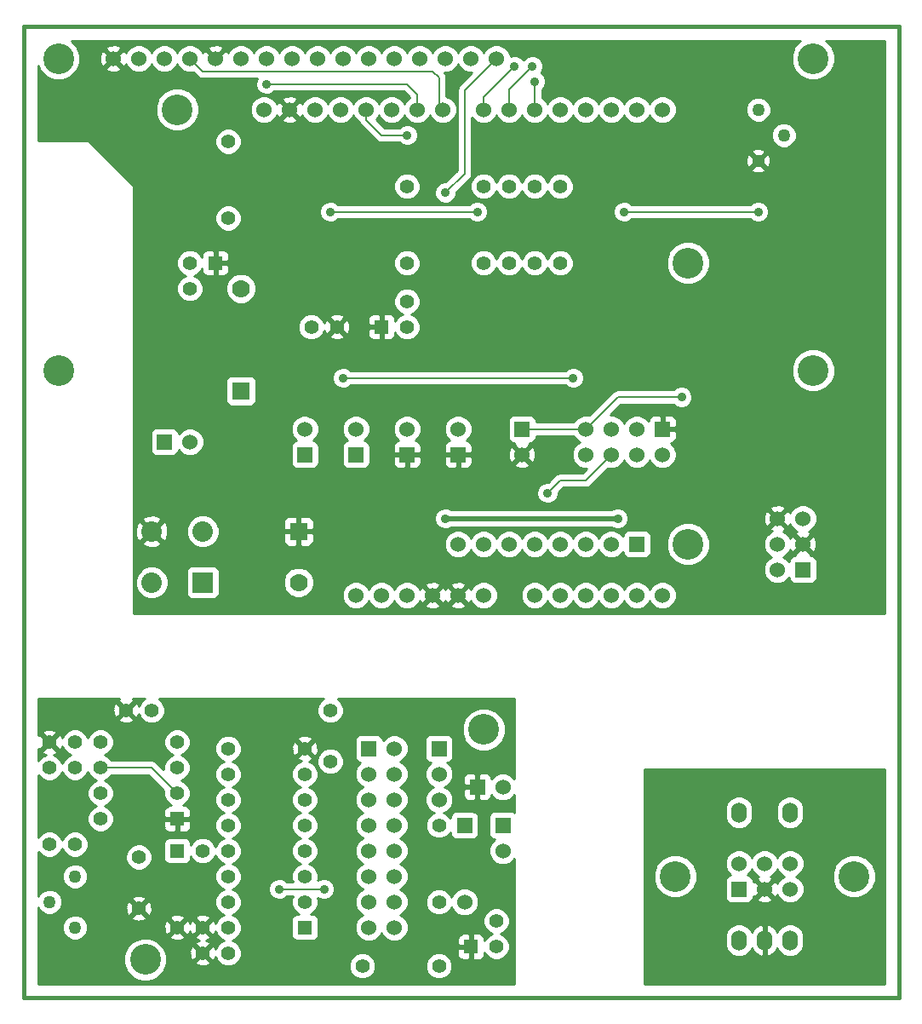
<source format=gtl>
G04 (created by PCBNEW-RS274X (2010-04-21 BZR 23xx)-stable) date Sun Nov 13 22:07:47 2011*
G01*
G70*
G90*
%MOIN*%
G04 Gerber Fmt 3.4, Leading zero omitted, Abs format*
%FSLAX34Y34*%
G04 APERTURE LIST*
%ADD10C,0.006000*%
%ADD11C,0.015000*%
%ADD12C,0.070000*%
%ADD13R,0.070000X0.070000*%
%ADD14R,0.060000X0.060000*%
%ADD15C,0.060000*%
%ADD16C,0.055000*%
%ADD17R,0.055000X0.055000*%
%ADD18O,0.060000X0.080000*%
%ADD19C,0.120000*%
%ADD20C,0.080000*%
%ADD21C,0.050000*%
%ADD22C,0.035000*%
%ADD23C,0.008000*%
%ADD24C,0.020000*%
%ADD25C,0.010000*%
G04 APERTURE END LIST*
G54D10*
G54D11*
X74250Y-58000D02*
X74250Y-20000D01*
X40000Y-58000D02*
X74250Y-58000D01*
X40000Y-54000D02*
X40000Y-58000D01*
X40000Y-20000D02*
X42250Y-20000D01*
X40000Y-54000D02*
X40000Y-20000D01*
X42250Y-20000D02*
X74250Y-20000D01*
G54D12*
X48500Y-30250D03*
G54D13*
X48500Y-34250D03*
G54D14*
X57000Y-36750D03*
G54D15*
X57000Y-35750D03*
G54D14*
X53000Y-36750D03*
G54D15*
X53000Y-35750D03*
G54D14*
X51000Y-36750D03*
G54D15*
X51000Y-35750D03*
G54D14*
X55000Y-36750D03*
G54D15*
X55000Y-35750D03*
G54D14*
X65000Y-35750D03*
G54D15*
X65000Y-36750D03*
X64000Y-35750D03*
X64000Y-36750D03*
X63000Y-35750D03*
X63000Y-36750D03*
X62000Y-35750D03*
X62000Y-36750D03*
G54D16*
X55000Y-29250D03*
X55000Y-26250D03*
X48000Y-27500D03*
X48000Y-24500D03*
X58000Y-29250D03*
X58000Y-26250D03*
X59000Y-29250D03*
X59000Y-26250D03*
X60000Y-29250D03*
X60000Y-26250D03*
X61000Y-29250D03*
X61000Y-26250D03*
G54D17*
X54000Y-31750D03*
G54D16*
X55000Y-31750D03*
X55000Y-30750D03*
G54D17*
X47500Y-29250D03*
G54D16*
X46500Y-29250D03*
X46500Y-30250D03*
X52250Y-31750D03*
X51250Y-31750D03*
G54D14*
X45500Y-36250D03*
G54D15*
X46500Y-36250D03*
G54D13*
X50750Y-39750D03*
G54D12*
X50750Y-41750D03*
G54D14*
X70500Y-41250D03*
G54D15*
X69500Y-41250D03*
X70500Y-40250D03*
X69500Y-40250D03*
X70500Y-39250D03*
X69500Y-39250D03*
G54D14*
X68000Y-53750D03*
G54D15*
X68000Y-52750D03*
X69000Y-53750D03*
X69000Y-52750D03*
X70000Y-53750D03*
X70000Y-52750D03*
G54D18*
X68000Y-55750D03*
X69000Y-55750D03*
X70000Y-55750D03*
X68000Y-50750D03*
X70000Y-50750D03*
G54D19*
X72500Y-53250D03*
X65500Y-53250D03*
G54D20*
X45000Y-39750D03*
X45000Y-41750D03*
G54D10*
G36*
X46600Y-42150D02*
X46600Y-41350D01*
X47400Y-41350D01*
X47400Y-42150D01*
X46600Y-42150D01*
X46600Y-42150D01*
G37*
G54D20*
X47000Y-39750D03*
G54D15*
X65000Y-23250D03*
X64000Y-23250D03*
X63000Y-23250D03*
X62000Y-23250D03*
X61000Y-23250D03*
X60000Y-23250D03*
X59000Y-23250D03*
X58000Y-23250D03*
X56400Y-23250D03*
X55400Y-23250D03*
X54400Y-23250D03*
X53400Y-23250D03*
X52400Y-23250D03*
X51400Y-23250D03*
X50400Y-23250D03*
X49400Y-23250D03*
X53000Y-42250D03*
X54000Y-42250D03*
X55000Y-42250D03*
X56000Y-42250D03*
X57000Y-42250D03*
X58000Y-42250D03*
X60000Y-42250D03*
X61000Y-42250D03*
X62000Y-42250D03*
X63000Y-42250D03*
X64000Y-42250D03*
X65000Y-42250D03*
G54D19*
X46000Y-23250D03*
X66000Y-40250D03*
X66000Y-29250D03*
G54D14*
X64000Y-40250D03*
G54D15*
X63000Y-40250D03*
X62000Y-40250D03*
X61000Y-40250D03*
X60000Y-40250D03*
X59000Y-40250D03*
X58000Y-40250D03*
X57000Y-40250D03*
G54D21*
X68750Y-23250D03*
X69750Y-24250D03*
X68750Y-25250D03*
G54D15*
X43500Y-21250D03*
X44500Y-21250D03*
X45500Y-21250D03*
X46500Y-21250D03*
X47500Y-21250D03*
X48500Y-21250D03*
X49500Y-21250D03*
X50500Y-21250D03*
X51500Y-21250D03*
X52500Y-21250D03*
X53500Y-21250D03*
X54500Y-21250D03*
X55500Y-21250D03*
X56500Y-21250D03*
X57500Y-21250D03*
X58500Y-21250D03*
G54D19*
X41350Y-21250D03*
X70900Y-21250D03*
X70900Y-33450D03*
X41350Y-33450D03*
G54D14*
X59500Y-35750D03*
G54D15*
X59500Y-36750D03*
G54D16*
X41000Y-48000D03*
X42000Y-48000D03*
X52000Y-46750D03*
X52000Y-48750D03*
X44500Y-52500D03*
X44500Y-54500D03*
G54D14*
X57250Y-51250D03*
G54D15*
X57250Y-54250D03*
G54D17*
X46000Y-52250D03*
G54D16*
X46000Y-55250D03*
G54D17*
X51000Y-55250D03*
G54D16*
X51000Y-54250D03*
X51000Y-53250D03*
X51000Y-52250D03*
X51000Y-51250D03*
X51000Y-50250D03*
X51000Y-49250D03*
X51000Y-48250D03*
X48000Y-48250D03*
X48000Y-49250D03*
X48000Y-50250D03*
X48000Y-51250D03*
X48000Y-52250D03*
X48000Y-53250D03*
X48000Y-54250D03*
X48000Y-55250D03*
G54D17*
X46000Y-51000D03*
G54D16*
X46000Y-50000D03*
X46000Y-49000D03*
X46000Y-48000D03*
X43000Y-48000D03*
X43000Y-49000D03*
X43000Y-50000D03*
X43000Y-51000D03*
G54D14*
X58750Y-51250D03*
G54D15*
X58750Y-52250D03*
G54D14*
X53500Y-48250D03*
G54D15*
X54500Y-48250D03*
X53500Y-49250D03*
X54500Y-49250D03*
X53500Y-50250D03*
X54500Y-50250D03*
X53500Y-51250D03*
X54500Y-51250D03*
X53500Y-52250D03*
X54500Y-52250D03*
X53500Y-53250D03*
X54500Y-53250D03*
X53500Y-54250D03*
X54500Y-54250D03*
X53500Y-55250D03*
X54500Y-55250D03*
G54D21*
X42000Y-55250D03*
X41000Y-54250D03*
X42000Y-53250D03*
G54D16*
X47000Y-52250D03*
X47000Y-55250D03*
X56250Y-56750D03*
X53250Y-56750D03*
X56250Y-51250D03*
X56250Y-54250D03*
X42000Y-49000D03*
X42000Y-52000D03*
X41000Y-49000D03*
X41000Y-52000D03*
G54D17*
X57500Y-56000D03*
G54D16*
X58500Y-56000D03*
X58500Y-55000D03*
G54D14*
X57750Y-49750D03*
G54D15*
X58750Y-49750D03*
G54D14*
X56250Y-48250D03*
G54D15*
X56250Y-49250D03*
X56250Y-50250D03*
G54D19*
X58000Y-47500D03*
X44750Y-56500D03*
G54D16*
X48000Y-56250D03*
X47000Y-56250D03*
X45000Y-46750D03*
X44000Y-46750D03*
G54D22*
X60500Y-38250D03*
X61500Y-33750D03*
X52500Y-33750D03*
X65750Y-34500D03*
X59200Y-21550D03*
X59900Y-21550D03*
X49500Y-22250D03*
X51750Y-53750D03*
X50000Y-53750D03*
X63500Y-27250D03*
X68750Y-27250D03*
X57750Y-27250D03*
X52000Y-27250D03*
X56500Y-26500D03*
X55000Y-24250D03*
X56400Y-23250D03*
X60000Y-22150D03*
X63250Y-39250D03*
X56500Y-39250D03*
G54D23*
X62000Y-37750D02*
X63000Y-36750D01*
X61000Y-37750D02*
X62000Y-37750D01*
X60500Y-38250D02*
X61000Y-37750D01*
X52500Y-33750D02*
X61500Y-33750D01*
X62000Y-35750D02*
X59500Y-35750D01*
X63250Y-34500D02*
X62000Y-35750D01*
X65750Y-34500D02*
X63250Y-34500D01*
X58000Y-22750D02*
X58000Y-23250D01*
X59200Y-21550D02*
X58000Y-22750D01*
X59000Y-22450D02*
X59000Y-23250D01*
X59900Y-21550D02*
X59000Y-22450D01*
X55000Y-22250D02*
X49500Y-22250D01*
X55400Y-22650D02*
X55000Y-22250D01*
X55400Y-23250D02*
X55400Y-22650D01*
X50000Y-53750D02*
X51750Y-53750D01*
X50000Y-53750D02*
X50000Y-53750D01*
X43000Y-49000D02*
X45000Y-49000D01*
X45000Y-49000D02*
X46000Y-50000D01*
X68750Y-27250D02*
X63500Y-27250D01*
X57750Y-27250D02*
X52000Y-27250D01*
X57250Y-22500D02*
X58500Y-21250D01*
X57250Y-25750D02*
X57250Y-22500D01*
X56500Y-26500D02*
X57250Y-25750D01*
X53400Y-23650D02*
X53400Y-23250D01*
X54000Y-24250D02*
X53400Y-23650D01*
X55000Y-24250D02*
X54000Y-24250D01*
X56400Y-23250D02*
X56250Y-23100D01*
X56250Y-23100D02*
X56250Y-22000D01*
X56250Y-22000D02*
X56000Y-21750D01*
X56000Y-21750D02*
X47000Y-21750D01*
X47000Y-21750D02*
X46500Y-21250D01*
X60000Y-22150D02*
X60000Y-23250D01*
G54D24*
X56500Y-39250D02*
X63250Y-39250D01*
G54D25*
X41851Y-20549D02*
X70398Y-20549D01*
X71401Y-20549D02*
X71401Y-20549D01*
X41931Y-20629D02*
X70319Y-20629D01*
X71481Y-20629D02*
X73700Y-20629D01*
X42011Y-20709D02*
X43541Y-20709D01*
X43585Y-20709D02*
X44372Y-20709D01*
X44629Y-20709D02*
X45372Y-20709D01*
X45629Y-20709D02*
X46372Y-20709D01*
X46629Y-20709D02*
X47541Y-20709D01*
X47585Y-20709D02*
X48372Y-20709D01*
X48629Y-20709D02*
X49372Y-20709D01*
X49629Y-20709D02*
X50372Y-20709D01*
X50629Y-20709D02*
X51372Y-20709D01*
X51629Y-20709D02*
X52372Y-20709D01*
X52629Y-20709D02*
X53372Y-20709D01*
X53629Y-20709D02*
X54372Y-20709D01*
X54629Y-20709D02*
X55372Y-20709D01*
X55629Y-20709D02*
X56372Y-20709D01*
X56629Y-20709D02*
X57372Y-20709D01*
X57629Y-20709D02*
X58372Y-20709D01*
X58629Y-20709D02*
X70239Y-20709D01*
X71561Y-20709D02*
X73700Y-20709D01*
X42079Y-20789D02*
X43216Y-20789D01*
X43785Y-20789D02*
X44185Y-20789D01*
X44815Y-20789D02*
X45185Y-20789D01*
X45815Y-20789D02*
X46185Y-20789D01*
X46815Y-20789D02*
X47216Y-20789D01*
X47785Y-20789D02*
X48185Y-20789D01*
X48815Y-20789D02*
X49185Y-20789D01*
X49815Y-20789D02*
X50185Y-20789D01*
X50815Y-20789D02*
X51185Y-20789D01*
X51815Y-20789D02*
X52185Y-20789D01*
X52815Y-20789D02*
X53185Y-20789D01*
X53815Y-20789D02*
X54185Y-20789D01*
X54815Y-20789D02*
X55185Y-20789D01*
X55815Y-20789D02*
X56185Y-20789D01*
X56815Y-20789D02*
X57185Y-20789D01*
X57815Y-20789D02*
X58185Y-20789D01*
X58815Y-20789D02*
X70172Y-20789D01*
X71629Y-20789D02*
X73700Y-20789D01*
X42112Y-20869D02*
X43193Y-20869D01*
X43808Y-20869D02*
X44105Y-20869D01*
X44895Y-20869D02*
X45105Y-20869D01*
X45895Y-20869D02*
X46105Y-20869D01*
X46895Y-20869D02*
X47193Y-20869D01*
X47808Y-20869D02*
X48105Y-20869D01*
X48895Y-20869D02*
X49105Y-20869D01*
X49895Y-20869D02*
X50105Y-20869D01*
X50895Y-20869D02*
X51105Y-20869D01*
X51895Y-20869D02*
X52105Y-20869D01*
X52895Y-20869D02*
X53105Y-20869D01*
X53895Y-20869D02*
X54105Y-20869D01*
X54895Y-20869D02*
X55105Y-20869D01*
X55895Y-20869D02*
X56105Y-20869D01*
X56895Y-20869D02*
X57105Y-20869D01*
X57895Y-20869D02*
X58105Y-20869D01*
X58895Y-20869D02*
X70138Y-20869D01*
X71662Y-20869D02*
X73700Y-20869D01*
X42146Y-20949D02*
X43098Y-20949D01*
X43129Y-20949D02*
X43269Y-20949D01*
X43730Y-20949D02*
X43872Y-20949D01*
X43903Y-20949D02*
X44031Y-20949D01*
X44970Y-20949D02*
X45031Y-20949D01*
X45970Y-20949D02*
X46031Y-20949D01*
X46970Y-20949D02*
X47098Y-20949D01*
X47129Y-20949D02*
X47269Y-20949D01*
X47730Y-20949D02*
X47872Y-20949D01*
X47903Y-20949D02*
X48031Y-20949D01*
X48970Y-20949D02*
X49031Y-20949D01*
X49970Y-20949D02*
X50031Y-20949D01*
X50970Y-20949D02*
X51031Y-20949D01*
X51970Y-20949D02*
X52031Y-20949D01*
X52970Y-20949D02*
X53031Y-20949D01*
X53970Y-20949D02*
X54031Y-20949D01*
X54970Y-20949D02*
X55031Y-20949D01*
X55970Y-20949D02*
X56031Y-20949D01*
X56970Y-20949D02*
X57031Y-20949D01*
X57970Y-20949D02*
X58031Y-20949D01*
X58970Y-20949D02*
X70105Y-20949D01*
X71696Y-20949D02*
X73700Y-20949D01*
X42179Y-21029D02*
X43007Y-21029D01*
X43209Y-21029D02*
X43349Y-21029D01*
X43650Y-21029D02*
X43792Y-21029D01*
X43997Y-21029D02*
X43998Y-21029D01*
X47002Y-21029D02*
X47006Y-21029D01*
X47209Y-21029D02*
X47349Y-21029D01*
X47650Y-21029D02*
X47792Y-21029D01*
X47997Y-21029D02*
X47998Y-21029D01*
X59003Y-21029D02*
X70072Y-21029D01*
X71729Y-21029D02*
X73700Y-21029D01*
X42200Y-21109D02*
X42979Y-21109D01*
X43289Y-21109D02*
X43429Y-21109D01*
X43570Y-21109D02*
X43712Y-21109D01*
X47289Y-21109D02*
X47429Y-21109D01*
X47570Y-21109D02*
X47712Y-21109D01*
X59036Y-21109D02*
X70050Y-21109D01*
X71750Y-21109D02*
X73700Y-21109D01*
X42200Y-21189D02*
X42957Y-21189D01*
X43369Y-21189D02*
X43632Y-21189D01*
X47369Y-21189D02*
X47632Y-21189D01*
X59439Y-21189D02*
X59660Y-21189D01*
X60139Y-21189D02*
X70050Y-21189D01*
X71750Y-21189D02*
X73700Y-21189D01*
X42200Y-21269D02*
X42962Y-21269D01*
X43410Y-21269D02*
X43589Y-21269D01*
X47448Y-21269D02*
X47552Y-21269D01*
X59520Y-21269D02*
X59579Y-21269D01*
X60220Y-21269D02*
X70050Y-21269D01*
X71750Y-21269D02*
X73700Y-21269D01*
X42200Y-21349D02*
X42966Y-21349D01*
X43330Y-21349D02*
X43472Y-21349D01*
X43529Y-21349D02*
X43669Y-21349D01*
X60277Y-21349D02*
X70050Y-21349D01*
X71750Y-21349D02*
X73700Y-21349D01*
X42196Y-21429D02*
X42986Y-21429D01*
X43250Y-21429D02*
X43392Y-21429D01*
X43609Y-21429D02*
X43749Y-21429D01*
X60310Y-21429D02*
X70054Y-21429D01*
X71746Y-21429D02*
X73700Y-21429D01*
X42162Y-21509D02*
X43019Y-21509D01*
X43170Y-21509D02*
X43312Y-21509D01*
X43689Y-21509D02*
X43829Y-21509D01*
X43979Y-21509D02*
X44013Y-21509D01*
X44986Y-21509D02*
X45013Y-21509D01*
X45986Y-21509D02*
X46013Y-21509D01*
X56986Y-21509D02*
X57013Y-21509D01*
X60325Y-21509D02*
X70087Y-21509D01*
X71712Y-21509D02*
X73700Y-21509D01*
X40550Y-21589D02*
X40570Y-21589D01*
X42129Y-21589D02*
X43232Y-21589D01*
X43769Y-21589D02*
X44063Y-21589D01*
X44937Y-21589D02*
X45063Y-21589D01*
X45937Y-21589D02*
X46063Y-21589D01*
X56937Y-21589D02*
X57063Y-21589D01*
X60325Y-21589D02*
X70120Y-21589D01*
X71679Y-21589D02*
X73700Y-21589D01*
X40550Y-21669D02*
X40603Y-21669D01*
X42096Y-21669D02*
X43203Y-21669D01*
X43796Y-21669D02*
X44143Y-21669D01*
X44857Y-21669D02*
X45143Y-21669D01*
X45857Y-21669D02*
X46143Y-21669D01*
X56857Y-21669D02*
X57143Y-21669D01*
X60310Y-21669D02*
X70153Y-21669D01*
X71646Y-21669D02*
X73700Y-21669D01*
X40550Y-21749D02*
X40647Y-21749D01*
X42052Y-21749D02*
X43295Y-21749D01*
X43714Y-21749D02*
X44270Y-21749D01*
X44729Y-21749D02*
X45270Y-21749D01*
X45729Y-21749D02*
X46270Y-21749D01*
X56729Y-21749D02*
X57270Y-21749D01*
X60277Y-21749D02*
X70197Y-21749D01*
X71602Y-21749D02*
X73700Y-21749D01*
X40550Y-21829D02*
X40727Y-21829D01*
X41972Y-21829D02*
X46669Y-21829D01*
X56478Y-21829D02*
X57511Y-21829D01*
X60280Y-21829D02*
X70277Y-21829D01*
X71522Y-21829D02*
X73700Y-21829D01*
X40550Y-21909D02*
X40807Y-21909D01*
X41892Y-21909D02*
X46749Y-21909D01*
X56522Y-21909D02*
X57431Y-21909D01*
X60360Y-21909D02*
X70357Y-21909D01*
X71442Y-21909D02*
X73700Y-21909D01*
X40550Y-21989D02*
X40913Y-21989D01*
X41786Y-21989D02*
X46845Y-21989D01*
X56538Y-21989D02*
X57351Y-21989D01*
X60394Y-21989D02*
X70463Y-21989D01*
X71336Y-21989D02*
X73700Y-21989D01*
X40550Y-22069D02*
X41105Y-22069D01*
X41592Y-22069D02*
X49115Y-22069D01*
X56540Y-22069D02*
X57271Y-22069D01*
X60425Y-22069D02*
X70655Y-22069D01*
X71142Y-22069D02*
X73700Y-22069D01*
X40550Y-22149D02*
X49082Y-22149D01*
X56540Y-22149D02*
X57191Y-22149D01*
X60425Y-22149D02*
X73700Y-22149D01*
X40550Y-22229D02*
X49075Y-22229D01*
X56540Y-22229D02*
X57111Y-22229D01*
X60425Y-22229D02*
X73700Y-22229D01*
X40550Y-22309D02*
X49075Y-22309D01*
X56540Y-22309D02*
X57036Y-22309D01*
X60394Y-22309D02*
X73700Y-22309D01*
X40550Y-22389D02*
X49097Y-22389D01*
X56540Y-22389D02*
X56982Y-22389D01*
X60360Y-22389D02*
X73700Y-22389D01*
X40550Y-22469D02*
X45666Y-22469D01*
X46336Y-22469D02*
X49130Y-22469D01*
X56540Y-22469D02*
X56967Y-22469D01*
X60290Y-22469D02*
X73700Y-22469D01*
X40550Y-22549D02*
X45500Y-22549D01*
X46501Y-22549D02*
X49198Y-22549D01*
X49801Y-22549D02*
X54888Y-22549D01*
X56540Y-22549D02*
X56960Y-22549D01*
X60290Y-22549D02*
X73700Y-22549D01*
X40550Y-22629D02*
X45420Y-22629D01*
X46581Y-22629D02*
X49304Y-22629D01*
X49696Y-22629D02*
X54968Y-22629D01*
X56540Y-22629D02*
X56960Y-22629D01*
X60290Y-22629D02*
X73700Y-22629D01*
X40550Y-22709D02*
X45340Y-22709D01*
X46661Y-22709D02*
X49272Y-22709D01*
X49529Y-22709D02*
X50441Y-22709D01*
X50485Y-22709D02*
X51272Y-22709D01*
X51529Y-22709D02*
X52272Y-22709D01*
X52529Y-22709D02*
X53272Y-22709D01*
X53529Y-22709D02*
X54272Y-22709D01*
X54529Y-22709D02*
X55048Y-22709D01*
X56540Y-22709D02*
X56960Y-22709D01*
X60290Y-22709D02*
X60872Y-22709D01*
X61129Y-22709D02*
X61872Y-22709D01*
X62129Y-22709D02*
X62872Y-22709D01*
X63129Y-22709D02*
X63872Y-22709D01*
X64129Y-22709D02*
X64872Y-22709D01*
X65129Y-22709D02*
X73700Y-22709D01*
X40550Y-22789D02*
X45272Y-22789D01*
X46729Y-22789D02*
X49085Y-22789D01*
X49715Y-22789D02*
X50116Y-22789D01*
X50685Y-22789D02*
X51085Y-22789D01*
X51715Y-22789D02*
X52085Y-22789D01*
X52715Y-22789D02*
X53085Y-22789D01*
X53715Y-22789D02*
X54085Y-22789D01*
X54715Y-22789D02*
X55085Y-22789D01*
X56715Y-22789D02*
X56960Y-22789D01*
X60315Y-22789D02*
X60685Y-22789D01*
X61315Y-22789D02*
X61685Y-22789D01*
X62315Y-22789D02*
X62685Y-22789D01*
X63315Y-22789D02*
X63685Y-22789D01*
X64315Y-22789D02*
X64685Y-22789D01*
X65315Y-22789D02*
X68560Y-22789D01*
X68941Y-22789D02*
X73700Y-22789D01*
X40550Y-22869D02*
X45238Y-22869D01*
X46762Y-22869D02*
X49005Y-22869D01*
X49795Y-22869D02*
X50093Y-22869D01*
X50708Y-22869D02*
X51005Y-22869D01*
X51795Y-22869D02*
X52005Y-22869D01*
X52795Y-22869D02*
X53005Y-22869D01*
X53795Y-22869D02*
X54005Y-22869D01*
X54795Y-22869D02*
X55005Y-22869D01*
X56795Y-22869D02*
X56960Y-22869D01*
X60395Y-22869D02*
X60605Y-22869D01*
X61395Y-22869D02*
X61605Y-22869D01*
X62395Y-22869D02*
X62605Y-22869D01*
X63395Y-22869D02*
X63605Y-22869D01*
X64395Y-22869D02*
X64605Y-22869D01*
X65395Y-22869D02*
X68426Y-22869D01*
X69075Y-22869D02*
X73700Y-22869D01*
X40550Y-22949D02*
X45205Y-22949D01*
X46796Y-22949D02*
X48931Y-22949D01*
X49870Y-22949D02*
X49998Y-22949D01*
X50029Y-22949D02*
X50169Y-22949D01*
X50630Y-22949D02*
X50772Y-22949D01*
X50803Y-22949D02*
X50931Y-22949D01*
X51870Y-22949D02*
X51931Y-22949D01*
X52870Y-22949D02*
X52931Y-22949D01*
X53870Y-22949D02*
X53931Y-22949D01*
X54870Y-22949D02*
X54931Y-22949D01*
X56870Y-22949D02*
X56960Y-22949D01*
X60470Y-22949D02*
X60531Y-22949D01*
X61470Y-22949D02*
X61531Y-22949D01*
X62470Y-22949D02*
X62531Y-22949D01*
X63470Y-22949D02*
X63531Y-22949D01*
X64470Y-22949D02*
X64531Y-22949D01*
X65470Y-22949D02*
X68346Y-22949D01*
X69155Y-22949D02*
X73700Y-22949D01*
X40550Y-23029D02*
X45172Y-23029D01*
X46829Y-23029D02*
X48898Y-23029D01*
X49902Y-23029D02*
X49906Y-23029D01*
X50109Y-23029D02*
X50249Y-23029D01*
X50550Y-23029D02*
X50692Y-23029D01*
X50897Y-23029D02*
X50898Y-23029D01*
X56903Y-23029D02*
X56960Y-23029D01*
X65503Y-23029D02*
X68302Y-23029D01*
X69199Y-23029D02*
X73700Y-23029D01*
X40550Y-23109D02*
X45150Y-23109D01*
X46850Y-23109D02*
X48865Y-23109D01*
X50189Y-23109D02*
X50329Y-23109D01*
X50470Y-23109D02*
X50612Y-23109D01*
X56936Y-23109D02*
X56960Y-23109D01*
X65536Y-23109D02*
X68269Y-23109D01*
X69232Y-23109D02*
X73700Y-23109D01*
X40550Y-23189D02*
X45150Y-23189D01*
X46850Y-23189D02*
X48851Y-23189D01*
X50269Y-23189D02*
X50532Y-23189D01*
X56949Y-23189D02*
X56960Y-23189D01*
X65549Y-23189D02*
X68251Y-23189D01*
X69249Y-23189D02*
X73700Y-23189D01*
X40550Y-23269D02*
X45150Y-23269D01*
X46850Y-23269D02*
X48851Y-23269D01*
X50310Y-23269D02*
X50489Y-23269D01*
X56949Y-23269D02*
X56960Y-23269D01*
X65549Y-23269D02*
X68251Y-23269D01*
X69249Y-23269D02*
X73700Y-23269D01*
X40550Y-23349D02*
X45150Y-23349D01*
X46850Y-23349D02*
X48851Y-23349D01*
X50230Y-23349D02*
X50372Y-23349D01*
X50429Y-23349D02*
X50569Y-23349D01*
X56949Y-23349D02*
X56960Y-23349D01*
X65549Y-23349D02*
X68251Y-23349D01*
X69249Y-23349D02*
X73700Y-23349D01*
X40550Y-23429D02*
X45154Y-23429D01*
X46846Y-23429D02*
X48880Y-23429D01*
X50150Y-23429D02*
X50292Y-23429D01*
X50509Y-23429D02*
X50649Y-23429D01*
X56919Y-23429D02*
X56960Y-23429D01*
X65519Y-23429D02*
X68284Y-23429D01*
X69215Y-23429D02*
X73700Y-23429D01*
X40550Y-23509D02*
X45187Y-23509D01*
X46812Y-23509D02*
X48913Y-23509D01*
X49885Y-23509D02*
X49918Y-23509D01*
X50070Y-23509D02*
X50212Y-23509D01*
X50589Y-23509D02*
X50729Y-23509D01*
X50879Y-23509D02*
X50913Y-23509D01*
X51886Y-23509D02*
X51913Y-23509D01*
X52885Y-23509D02*
X52912Y-23509D01*
X53886Y-23509D02*
X53913Y-23509D01*
X54886Y-23509D02*
X54913Y-23509D01*
X55886Y-23509D02*
X55913Y-23509D01*
X56886Y-23509D02*
X56960Y-23509D01*
X58486Y-23509D02*
X58513Y-23509D01*
X59486Y-23509D02*
X59513Y-23509D01*
X60486Y-23509D02*
X60513Y-23509D01*
X61486Y-23509D02*
X61513Y-23509D01*
X62486Y-23509D02*
X62513Y-23509D01*
X63486Y-23509D02*
X63513Y-23509D01*
X64486Y-23509D02*
X64513Y-23509D01*
X65486Y-23509D02*
X68317Y-23509D01*
X69182Y-23509D02*
X73700Y-23509D01*
X40550Y-23589D02*
X45220Y-23589D01*
X46779Y-23589D02*
X48963Y-23589D01*
X49837Y-23589D02*
X50132Y-23589D01*
X50669Y-23589D02*
X50963Y-23589D01*
X51837Y-23589D02*
X51963Y-23589D01*
X52837Y-23589D02*
X52963Y-23589D01*
X53836Y-23589D02*
X53963Y-23589D01*
X54837Y-23589D02*
X54963Y-23589D01*
X55837Y-23589D02*
X55963Y-23589D01*
X56837Y-23589D02*
X56960Y-23589D01*
X57540Y-23589D02*
X57563Y-23589D01*
X58437Y-23589D02*
X58563Y-23589D01*
X59437Y-23589D02*
X59563Y-23589D01*
X60437Y-23589D02*
X60563Y-23589D01*
X61437Y-23589D02*
X61563Y-23589D01*
X62437Y-23589D02*
X62563Y-23589D01*
X63437Y-23589D02*
X63563Y-23589D01*
X64437Y-23589D02*
X64563Y-23589D01*
X65437Y-23589D02*
X68383Y-23589D01*
X69116Y-23589D02*
X73700Y-23589D01*
X40550Y-23669D02*
X45253Y-23669D01*
X46746Y-23669D02*
X49043Y-23669D01*
X49757Y-23669D02*
X50103Y-23669D01*
X50696Y-23669D02*
X51043Y-23669D01*
X51757Y-23669D02*
X52043Y-23669D01*
X52757Y-23669D02*
X53043Y-23669D01*
X53830Y-23669D02*
X54043Y-23669D01*
X54757Y-23669D02*
X55043Y-23669D01*
X55757Y-23669D02*
X56043Y-23669D01*
X56757Y-23669D02*
X56960Y-23669D01*
X57540Y-23669D02*
X57643Y-23669D01*
X58357Y-23669D02*
X58643Y-23669D01*
X59357Y-23669D02*
X59643Y-23669D01*
X60357Y-23669D02*
X60643Y-23669D01*
X61357Y-23669D02*
X61643Y-23669D01*
X62357Y-23669D02*
X62643Y-23669D01*
X63357Y-23669D02*
X63643Y-23669D01*
X64357Y-23669D02*
X64643Y-23669D01*
X65357Y-23669D02*
X68463Y-23669D01*
X69036Y-23669D02*
X73700Y-23669D01*
X40550Y-23749D02*
X45297Y-23749D01*
X46702Y-23749D02*
X49170Y-23749D01*
X49629Y-23749D02*
X50195Y-23749D01*
X50614Y-23749D02*
X51170Y-23749D01*
X51629Y-23749D02*
X52170Y-23749D01*
X52629Y-23749D02*
X53129Y-23749D01*
X53910Y-23749D02*
X54170Y-23749D01*
X54629Y-23749D02*
X55170Y-23749D01*
X55629Y-23749D02*
X56170Y-23749D01*
X56629Y-23749D02*
X56960Y-23749D01*
X57540Y-23749D02*
X57770Y-23749D01*
X58229Y-23749D02*
X58770Y-23749D01*
X59229Y-23749D02*
X59770Y-23749D01*
X60229Y-23749D02*
X60770Y-23749D01*
X61229Y-23749D02*
X61770Y-23749D01*
X62229Y-23749D02*
X62770Y-23749D01*
X63229Y-23749D02*
X63770Y-23749D01*
X64229Y-23749D02*
X64770Y-23749D01*
X65229Y-23749D02*
X73700Y-23749D01*
X40550Y-23829D02*
X45377Y-23829D01*
X46622Y-23829D02*
X53177Y-23829D01*
X53990Y-23829D02*
X54907Y-23829D01*
X55095Y-23829D02*
X56960Y-23829D01*
X57540Y-23829D02*
X69466Y-23829D01*
X70035Y-23829D02*
X73700Y-23829D01*
X40550Y-23909D02*
X45457Y-23909D01*
X46542Y-23909D02*
X53249Y-23909D01*
X54070Y-23909D02*
X54740Y-23909D01*
X55260Y-23909D02*
X56960Y-23909D01*
X57540Y-23909D02*
X69386Y-23909D01*
X70115Y-23909D02*
X73700Y-23909D01*
X40550Y-23989D02*
X45563Y-23989D01*
X46436Y-23989D02*
X47863Y-23989D01*
X48139Y-23989D02*
X53329Y-23989D01*
X55340Y-23989D02*
X56960Y-23989D01*
X57540Y-23989D02*
X69318Y-23989D01*
X70182Y-23989D02*
X73700Y-23989D01*
X40550Y-24069D02*
X45755Y-24069D01*
X46242Y-24069D02*
X47689Y-24069D01*
X48312Y-24069D02*
X53409Y-24069D01*
X55386Y-24069D02*
X56960Y-24069D01*
X57540Y-24069D02*
X69285Y-24069D01*
X70215Y-24069D02*
X73700Y-24069D01*
X40550Y-24149D02*
X47609Y-24149D01*
X48392Y-24149D02*
X53489Y-24149D01*
X55419Y-24149D02*
X56960Y-24149D01*
X57540Y-24149D02*
X69252Y-24149D01*
X70249Y-24149D02*
X73700Y-24149D01*
X40550Y-24229D02*
X47544Y-24229D01*
X48456Y-24229D02*
X53569Y-24229D01*
X55425Y-24229D02*
X56960Y-24229D01*
X57540Y-24229D02*
X69251Y-24229D01*
X70249Y-24229D02*
X73700Y-24229D01*
X40550Y-24309D02*
X47511Y-24309D01*
X48489Y-24309D02*
X53649Y-24309D01*
X55425Y-24309D02*
X56960Y-24309D01*
X57540Y-24309D02*
X69251Y-24309D01*
X70249Y-24309D02*
X73700Y-24309D01*
X40550Y-24389D02*
X47478Y-24389D01*
X48523Y-24389D02*
X53729Y-24389D01*
X55402Y-24389D02*
X56960Y-24389D01*
X57540Y-24389D02*
X69267Y-24389D01*
X70232Y-24389D02*
X73700Y-24389D01*
X42540Y-24469D02*
X47475Y-24469D01*
X48525Y-24469D02*
X53815Y-24469D01*
X55369Y-24469D02*
X56960Y-24469D01*
X57540Y-24469D02*
X69300Y-24469D01*
X70199Y-24469D02*
X73700Y-24469D01*
X42620Y-24549D02*
X47475Y-24549D01*
X48525Y-24549D02*
X54697Y-24549D01*
X55302Y-24549D02*
X56960Y-24549D01*
X57540Y-24549D02*
X69343Y-24549D01*
X70156Y-24549D02*
X73700Y-24549D01*
X42700Y-24629D02*
X47485Y-24629D01*
X48515Y-24629D02*
X54804Y-24629D01*
X55196Y-24629D02*
X56960Y-24629D01*
X57540Y-24629D02*
X69423Y-24629D01*
X70076Y-24629D02*
X73700Y-24629D01*
X42780Y-24709D02*
X47518Y-24709D01*
X48481Y-24709D02*
X56960Y-24709D01*
X57540Y-24709D02*
X69554Y-24709D01*
X69945Y-24709D02*
X73700Y-24709D01*
X42860Y-24789D02*
X47551Y-24789D01*
X48448Y-24789D02*
X56960Y-24789D01*
X57540Y-24789D02*
X68571Y-24789D01*
X68916Y-24789D02*
X73700Y-24789D01*
X42940Y-24869D02*
X47626Y-24869D01*
X48373Y-24869D02*
X56960Y-24869D01*
X57540Y-24869D02*
X68487Y-24869D01*
X69014Y-24869D02*
X73700Y-24869D01*
X43020Y-24949D02*
X47711Y-24949D01*
X48287Y-24949D02*
X56960Y-24949D01*
X57540Y-24949D02*
X68520Y-24949D01*
X68980Y-24949D02*
X73700Y-24949D01*
X43100Y-25029D02*
X56960Y-25029D01*
X57540Y-25029D02*
X68309Y-25029D01*
X68458Y-25029D02*
X68600Y-25029D01*
X68900Y-25029D02*
X69042Y-25029D01*
X69194Y-25029D02*
X73700Y-25029D01*
X43180Y-25109D02*
X56960Y-25109D01*
X57540Y-25109D02*
X68281Y-25109D01*
X68538Y-25109D02*
X68680Y-25109D01*
X68820Y-25109D02*
X68962Y-25109D01*
X69228Y-25109D02*
X73700Y-25109D01*
X43260Y-25189D02*
X56960Y-25189D01*
X57540Y-25189D02*
X68255Y-25189D01*
X68618Y-25189D02*
X68882Y-25189D01*
X69238Y-25189D02*
X73700Y-25189D01*
X43340Y-25269D02*
X56960Y-25269D01*
X57540Y-25269D02*
X68260Y-25269D01*
X68660Y-25269D02*
X68840Y-25269D01*
X69242Y-25269D02*
X73700Y-25269D01*
X43420Y-25349D02*
X56960Y-25349D01*
X57540Y-25349D02*
X68265Y-25349D01*
X68580Y-25349D02*
X68722Y-25349D01*
X68778Y-25349D02*
X68920Y-25349D01*
X69234Y-25349D02*
X73700Y-25349D01*
X43500Y-25429D02*
X56960Y-25429D01*
X57540Y-25429D02*
X68288Y-25429D01*
X68500Y-25429D02*
X68642Y-25429D01*
X68858Y-25429D02*
X69000Y-25429D01*
X69206Y-25429D02*
X73700Y-25429D01*
X43580Y-25509D02*
X56960Y-25509D01*
X57540Y-25509D02*
X68349Y-25509D01*
X68420Y-25509D02*
X68562Y-25509D01*
X68938Y-25509D02*
X69080Y-25509D01*
X69150Y-25509D02*
X73700Y-25509D01*
X43660Y-25589D02*
X56960Y-25589D01*
X57540Y-25589D02*
X68482Y-25589D01*
X69018Y-25589D02*
X73700Y-25589D01*
X43740Y-25669D02*
X56920Y-25669D01*
X57540Y-25669D02*
X68495Y-25669D01*
X69004Y-25669D02*
X73700Y-25669D01*
X43820Y-25749D02*
X54839Y-25749D01*
X55163Y-25749D02*
X56840Y-25749D01*
X57540Y-25749D02*
X57839Y-25749D01*
X58163Y-25749D02*
X58839Y-25749D01*
X59163Y-25749D02*
X59839Y-25749D01*
X60163Y-25749D02*
X60839Y-25749D01*
X61163Y-25749D02*
X73700Y-25749D01*
X43900Y-25829D02*
X54679Y-25829D01*
X55322Y-25829D02*
X56760Y-25829D01*
X57524Y-25829D02*
X57679Y-25829D01*
X58322Y-25829D02*
X58679Y-25829D01*
X59322Y-25829D02*
X59679Y-25829D01*
X60322Y-25829D02*
X60679Y-25829D01*
X61322Y-25829D02*
X73700Y-25829D01*
X43980Y-25909D02*
X54599Y-25909D01*
X55402Y-25909D02*
X56680Y-25909D01*
X57486Y-25909D02*
X57599Y-25909D01*
X58402Y-25909D02*
X58599Y-25909D01*
X59402Y-25909D02*
X59599Y-25909D01*
X60402Y-25909D02*
X60599Y-25909D01*
X61402Y-25909D02*
X73700Y-25909D01*
X44060Y-25989D02*
X54540Y-25989D01*
X55460Y-25989D02*
X56600Y-25989D01*
X57421Y-25989D02*
X57540Y-25989D01*
X58460Y-25989D02*
X58540Y-25989D01*
X59460Y-25989D02*
X59540Y-25989D01*
X60460Y-25989D02*
X60540Y-25989D01*
X61460Y-25989D02*
X73700Y-25989D01*
X44140Y-26069D02*
X54507Y-26069D01*
X55494Y-26069D02*
X56520Y-26069D01*
X57341Y-26069D02*
X57507Y-26069D01*
X58493Y-26069D02*
X58506Y-26069D01*
X59493Y-26069D02*
X59506Y-26069D01*
X60493Y-26069D02*
X60506Y-26069D01*
X61494Y-26069D02*
X73700Y-26069D01*
X44220Y-26149D02*
X54475Y-26149D01*
X55525Y-26149D02*
X56250Y-26149D01*
X57261Y-26149D02*
X57475Y-26149D01*
X61525Y-26149D02*
X73700Y-26149D01*
X44300Y-26229D02*
X54475Y-26229D01*
X55525Y-26229D02*
X56170Y-26229D01*
X57181Y-26229D02*
X57475Y-26229D01*
X61525Y-26229D02*
X73700Y-26229D01*
X44300Y-26309D02*
X54475Y-26309D01*
X55525Y-26309D02*
X56120Y-26309D01*
X57101Y-26309D02*
X57475Y-26309D01*
X61525Y-26309D02*
X73700Y-26309D01*
X44300Y-26389D02*
X54489Y-26389D01*
X55510Y-26389D02*
X56086Y-26389D01*
X57021Y-26389D02*
X57489Y-26389D01*
X61510Y-26389D02*
X73700Y-26389D01*
X44300Y-26469D02*
X54522Y-26469D01*
X55477Y-26469D02*
X56075Y-26469D01*
X56941Y-26469D02*
X57522Y-26469D01*
X58477Y-26469D02*
X58522Y-26469D01*
X59477Y-26469D02*
X59522Y-26469D01*
X60477Y-26469D02*
X60522Y-26469D01*
X61477Y-26469D02*
X73700Y-26469D01*
X44300Y-26549D02*
X54556Y-26549D01*
X55443Y-26549D02*
X56075Y-26549D01*
X56925Y-26549D02*
X57556Y-26549D01*
X58443Y-26549D02*
X58556Y-26549D01*
X59443Y-26549D02*
X59556Y-26549D01*
X60443Y-26549D02*
X60556Y-26549D01*
X61443Y-26549D02*
X73700Y-26549D01*
X44300Y-26629D02*
X54636Y-26629D01*
X55363Y-26629D02*
X56093Y-26629D01*
X56906Y-26629D02*
X57636Y-26629D01*
X58363Y-26629D02*
X58636Y-26629D01*
X59363Y-26629D02*
X59636Y-26629D01*
X60363Y-26629D02*
X60636Y-26629D01*
X61363Y-26629D02*
X73700Y-26629D01*
X44300Y-26709D02*
X54735Y-26709D01*
X55263Y-26709D02*
X56126Y-26709D01*
X56873Y-26709D02*
X57735Y-26709D01*
X58263Y-26709D02*
X58735Y-26709D01*
X59263Y-26709D02*
X59735Y-26709D01*
X60263Y-26709D02*
X60735Y-26709D01*
X61263Y-26709D02*
X73700Y-26709D01*
X44300Y-26789D02*
X56188Y-26789D01*
X56812Y-26789D02*
X73700Y-26789D01*
X44300Y-26869D02*
X51809Y-26869D01*
X52191Y-26869D02*
X56280Y-26869D01*
X56720Y-26869D02*
X57559Y-26869D01*
X57941Y-26869D02*
X63309Y-26869D01*
X63691Y-26869D02*
X68559Y-26869D01*
X68941Y-26869D02*
X73700Y-26869D01*
X44300Y-26949D02*
X51700Y-26949D01*
X52300Y-26949D02*
X57450Y-26949D01*
X58050Y-26949D02*
X63200Y-26949D01*
X63800Y-26949D02*
X68450Y-26949D01*
X69050Y-26949D02*
X73700Y-26949D01*
X44300Y-27029D02*
X47766Y-27029D01*
X48236Y-27029D02*
X51632Y-27029D01*
X58119Y-27029D02*
X63132Y-27029D01*
X69119Y-27029D02*
X73700Y-27029D01*
X44300Y-27109D02*
X47649Y-27109D01*
X48352Y-27109D02*
X51599Y-27109D01*
X58152Y-27109D02*
X63099Y-27109D01*
X69152Y-27109D02*
X73700Y-27109D01*
X44300Y-27189D02*
X47569Y-27189D01*
X48432Y-27189D02*
X51575Y-27189D01*
X58175Y-27189D02*
X63075Y-27189D01*
X69175Y-27189D02*
X73700Y-27189D01*
X44300Y-27269D02*
X47528Y-27269D01*
X48473Y-27269D02*
X51575Y-27269D01*
X58175Y-27269D02*
X63075Y-27269D01*
X69175Y-27269D02*
X73700Y-27269D01*
X44300Y-27349D02*
X47495Y-27349D01*
X48506Y-27349D02*
X51581Y-27349D01*
X58169Y-27349D02*
X63081Y-27349D01*
X69169Y-27349D02*
X73700Y-27349D01*
X44300Y-27429D02*
X47475Y-27429D01*
X48525Y-27429D02*
X51613Y-27429D01*
X58135Y-27429D02*
X63113Y-27429D01*
X69135Y-27429D02*
X73700Y-27429D01*
X44300Y-27509D02*
X47475Y-27509D01*
X48525Y-27509D02*
X51658Y-27509D01*
X58092Y-27509D02*
X63158Y-27509D01*
X69092Y-27509D02*
X73700Y-27509D01*
X44300Y-27589D02*
X47475Y-27589D01*
X48525Y-27589D02*
X51738Y-27589D01*
X52262Y-27589D02*
X57488Y-27589D01*
X58012Y-27589D02*
X63238Y-27589D01*
X63762Y-27589D02*
X68488Y-27589D01*
X69012Y-27589D02*
X73700Y-27589D01*
X44300Y-27669D02*
X47501Y-27669D01*
X48498Y-27669D02*
X51900Y-27669D01*
X52098Y-27669D02*
X57650Y-27669D01*
X57848Y-27669D02*
X63400Y-27669D01*
X63598Y-27669D02*
X68650Y-27669D01*
X68848Y-27669D02*
X73700Y-27669D01*
X44300Y-27749D02*
X47535Y-27749D01*
X48465Y-27749D02*
X73700Y-27749D01*
X44300Y-27829D02*
X47586Y-27829D01*
X48413Y-27829D02*
X73700Y-27829D01*
X44300Y-27909D02*
X47666Y-27909D01*
X48333Y-27909D02*
X73700Y-27909D01*
X44300Y-27989D02*
X47808Y-27989D01*
X48190Y-27989D02*
X73700Y-27989D01*
X44300Y-28069D02*
X73700Y-28069D01*
X44300Y-28149D02*
X73700Y-28149D01*
X44300Y-28229D02*
X73700Y-28229D01*
X44300Y-28309D02*
X73700Y-28309D01*
X44300Y-28389D02*
X73700Y-28389D01*
X44300Y-28469D02*
X65666Y-28469D01*
X66336Y-28469D02*
X73700Y-28469D01*
X44300Y-28549D02*
X65500Y-28549D01*
X66501Y-28549D02*
X73700Y-28549D01*
X44300Y-28629D02*
X65420Y-28629D01*
X66581Y-28629D02*
X73700Y-28629D01*
X44300Y-28709D02*
X65340Y-28709D01*
X66661Y-28709D02*
X73700Y-28709D01*
X44300Y-28789D02*
X46242Y-28789D01*
X46760Y-28789D02*
X47059Y-28789D01*
X47450Y-28789D02*
X47550Y-28789D01*
X47941Y-28789D02*
X54742Y-28789D01*
X55260Y-28789D02*
X57742Y-28789D01*
X58260Y-28789D02*
X58742Y-28789D01*
X59260Y-28789D02*
X59742Y-28789D01*
X60260Y-28789D02*
X60742Y-28789D01*
X61260Y-28789D02*
X65272Y-28789D01*
X66729Y-28789D02*
X73700Y-28789D01*
X44300Y-28869D02*
X46139Y-28869D01*
X46862Y-28869D02*
X47000Y-28869D01*
X47450Y-28869D02*
X47550Y-28869D01*
X48001Y-28869D02*
X54639Y-28869D01*
X55362Y-28869D02*
X57638Y-28869D01*
X58362Y-28869D02*
X58639Y-28869D01*
X59362Y-28869D02*
X59639Y-28869D01*
X60362Y-28869D02*
X60639Y-28869D01*
X61362Y-28869D02*
X65238Y-28869D01*
X66762Y-28869D02*
X73700Y-28869D01*
X44300Y-28949D02*
X46059Y-28949D01*
X46942Y-28949D02*
X46976Y-28949D01*
X47450Y-28949D02*
X47550Y-28949D01*
X48024Y-28949D02*
X54559Y-28949D01*
X55442Y-28949D02*
X57558Y-28949D01*
X58442Y-28949D02*
X58559Y-28949D01*
X59442Y-28949D02*
X59559Y-28949D01*
X60442Y-28949D02*
X60559Y-28949D01*
X61442Y-28949D02*
X65205Y-28949D01*
X66796Y-28949D02*
X73700Y-28949D01*
X44300Y-29029D02*
X46024Y-29029D01*
X47450Y-29029D02*
X47550Y-29029D01*
X48025Y-29029D02*
X54524Y-29029D01*
X55477Y-29029D02*
X57524Y-29029D01*
X58477Y-29029D02*
X58523Y-29029D01*
X59477Y-29029D02*
X59523Y-29029D01*
X60477Y-29029D02*
X60523Y-29029D01*
X61477Y-29029D02*
X65172Y-29029D01*
X66829Y-29029D02*
X73700Y-29029D01*
X44300Y-29109D02*
X45990Y-29109D01*
X47450Y-29109D02*
X47550Y-29109D01*
X48025Y-29109D02*
X54490Y-29109D01*
X55510Y-29109D02*
X57490Y-29109D01*
X61510Y-29109D02*
X65150Y-29109D01*
X66850Y-29109D02*
X73700Y-29109D01*
X44300Y-29189D02*
X45975Y-29189D01*
X47450Y-29189D02*
X47550Y-29189D01*
X47974Y-29189D02*
X54475Y-29189D01*
X55525Y-29189D02*
X57475Y-29189D01*
X61525Y-29189D02*
X65150Y-29189D01*
X66850Y-29189D02*
X73700Y-29189D01*
X44300Y-29269D02*
X45975Y-29269D01*
X47450Y-29269D02*
X54475Y-29269D01*
X55525Y-29269D02*
X57475Y-29269D01*
X61525Y-29269D02*
X65150Y-29269D01*
X66850Y-29269D02*
X73700Y-29269D01*
X44300Y-29349D02*
X45975Y-29349D01*
X47450Y-29349D02*
X47550Y-29349D01*
X48012Y-29349D02*
X54475Y-29349D01*
X55525Y-29349D02*
X57475Y-29349D01*
X61525Y-29349D02*
X65150Y-29349D01*
X66850Y-29349D02*
X73700Y-29349D01*
X44300Y-29429D02*
X46006Y-29429D01*
X47450Y-29429D02*
X47550Y-29429D01*
X48024Y-29429D02*
X54506Y-29429D01*
X55494Y-29429D02*
X57506Y-29429D01*
X58493Y-29429D02*
X58506Y-29429D01*
X59493Y-29429D02*
X59506Y-29429D01*
X60493Y-29429D02*
X60506Y-29429D01*
X61494Y-29429D02*
X65154Y-29429D01*
X66846Y-29429D02*
X73700Y-29429D01*
X44300Y-29509D02*
X46039Y-29509D01*
X46960Y-29509D02*
X46976Y-29509D01*
X47450Y-29509D02*
X47550Y-29509D01*
X48024Y-29509D02*
X54539Y-29509D01*
X55461Y-29509D02*
X57539Y-29509D01*
X58461Y-29509D02*
X58539Y-29509D01*
X59461Y-29509D02*
X59539Y-29509D01*
X60461Y-29509D02*
X60539Y-29509D01*
X61461Y-29509D02*
X65187Y-29509D01*
X66812Y-29509D02*
X73700Y-29509D01*
X44300Y-29589D02*
X46096Y-29589D01*
X46903Y-29589D02*
X46981Y-29589D01*
X47450Y-29589D02*
X47550Y-29589D01*
X48018Y-29589D02*
X54596Y-29589D01*
X55403Y-29589D02*
X57596Y-29589D01*
X58403Y-29589D02*
X58596Y-29589D01*
X59403Y-29589D02*
X59596Y-29589D01*
X60403Y-29589D02*
X60596Y-29589D01*
X61403Y-29589D02*
X65220Y-29589D01*
X66779Y-29589D02*
X73700Y-29589D01*
X44300Y-29669D02*
X46176Y-29669D01*
X46823Y-29669D02*
X47017Y-29669D01*
X47450Y-29669D02*
X47550Y-29669D01*
X47983Y-29669D02*
X48338Y-29669D01*
X48663Y-29669D02*
X54676Y-29669D01*
X55323Y-29669D02*
X57676Y-29669D01*
X58323Y-29669D02*
X58676Y-29669D01*
X59323Y-29669D02*
X59676Y-29669D01*
X60323Y-29669D02*
X60676Y-29669D01*
X61323Y-29669D02*
X65253Y-29669D01*
X66746Y-29669D02*
X73700Y-29669D01*
X44300Y-29749D02*
X46332Y-29749D01*
X46664Y-29749D02*
X47115Y-29749D01*
X47414Y-29749D02*
X47586Y-29749D01*
X47883Y-29749D02*
X48154Y-29749D01*
X48846Y-29749D02*
X54832Y-29749D01*
X55166Y-29749D02*
X57832Y-29749D01*
X58166Y-29749D02*
X58832Y-29749D01*
X59166Y-29749D02*
X59832Y-29749D01*
X60166Y-29749D02*
X60832Y-29749D01*
X61166Y-29749D02*
X65297Y-29749D01*
X66702Y-29749D02*
X73700Y-29749D01*
X44300Y-29829D02*
X46179Y-29829D01*
X46822Y-29829D02*
X48074Y-29829D01*
X48926Y-29829D02*
X65377Y-29829D01*
X66622Y-29829D02*
X73700Y-29829D01*
X44300Y-29909D02*
X46099Y-29909D01*
X46902Y-29909D02*
X47994Y-29909D01*
X49006Y-29909D02*
X65457Y-29909D01*
X66542Y-29909D02*
X73700Y-29909D01*
X44300Y-29989D02*
X46040Y-29989D01*
X46960Y-29989D02*
X47960Y-29989D01*
X49041Y-29989D02*
X65563Y-29989D01*
X66436Y-29989D02*
X73700Y-29989D01*
X44300Y-30069D02*
X46007Y-30069D01*
X46994Y-30069D02*
X47927Y-30069D01*
X49074Y-30069D02*
X65755Y-30069D01*
X66242Y-30069D02*
X73700Y-30069D01*
X44300Y-30149D02*
X45975Y-30149D01*
X47025Y-30149D02*
X47901Y-30149D01*
X49099Y-30149D02*
X73700Y-30149D01*
X44300Y-30229D02*
X45975Y-30229D01*
X47025Y-30229D02*
X47901Y-30229D01*
X49099Y-30229D02*
X54886Y-30229D01*
X55115Y-30229D02*
X73700Y-30229D01*
X44300Y-30309D02*
X45975Y-30309D01*
X47025Y-30309D02*
X47901Y-30309D01*
X49099Y-30309D02*
X54699Y-30309D01*
X55302Y-30309D02*
X73700Y-30309D01*
X44300Y-30389D02*
X45989Y-30389D01*
X47010Y-30389D02*
X47909Y-30389D01*
X49090Y-30389D02*
X54619Y-30389D01*
X55382Y-30389D02*
X73700Y-30389D01*
X44300Y-30469D02*
X46022Y-30469D01*
X46977Y-30469D02*
X47942Y-30469D01*
X49057Y-30469D02*
X54548Y-30469D01*
X55452Y-30469D02*
X73700Y-30469D01*
X44300Y-30549D02*
X46056Y-30549D01*
X46943Y-30549D02*
X47975Y-30549D01*
X49024Y-30549D02*
X54515Y-30549D01*
X55485Y-30549D02*
X73700Y-30549D01*
X44300Y-30629D02*
X46136Y-30629D01*
X46863Y-30629D02*
X48032Y-30629D01*
X48968Y-30629D02*
X54482Y-30629D01*
X55518Y-30629D02*
X73700Y-30629D01*
X44300Y-30709D02*
X46235Y-30709D01*
X46763Y-30709D02*
X48112Y-30709D01*
X48888Y-30709D02*
X54475Y-30709D01*
X55525Y-30709D02*
X73700Y-30709D01*
X44300Y-30789D02*
X48235Y-30789D01*
X48764Y-30789D02*
X54475Y-30789D01*
X55525Y-30789D02*
X73700Y-30789D01*
X44300Y-30869D02*
X54481Y-30869D01*
X55519Y-30869D02*
X73700Y-30869D01*
X44300Y-30949D02*
X54514Y-30949D01*
X55486Y-30949D02*
X73700Y-30949D01*
X44300Y-31029D02*
X54547Y-31029D01*
X55452Y-31029D02*
X73700Y-31029D01*
X44300Y-31109D02*
X54616Y-31109D01*
X55383Y-31109D02*
X73700Y-31109D01*
X44300Y-31189D02*
X54696Y-31189D01*
X55303Y-31189D02*
X73700Y-31189D01*
X44300Y-31269D02*
X51040Y-31269D01*
X51462Y-31269D02*
X52054Y-31269D01*
X52434Y-31269D02*
X53579Y-31269D01*
X53932Y-31269D02*
X54068Y-31269D01*
X54421Y-31269D02*
X54790Y-31269D01*
X55212Y-31269D02*
X73700Y-31269D01*
X44300Y-31349D02*
X50909Y-31349D01*
X51592Y-31349D02*
X51971Y-31349D01*
X52530Y-31349D02*
X53508Y-31349D01*
X53950Y-31349D02*
X54050Y-31349D01*
X54493Y-31349D02*
X54659Y-31349D01*
X55342Y-31349D02*
X73700Y-31349D01*
X44300Y-31429D02*
X50829Y-31429D01*
X51672Y-31429D02*
X52000Y-31429D01*
X52500Y-31429D02*
X53476Y-31429D01*
X53950Y-31429D02*
X54050Y-31429D01*
X54524Y-31429D02*
X54579Y-31429D01*
X55422Y-31429D02*
X73700Y-31429D01*
X44300Y-31509D02*
X50782Y-31509D01*
X51719Y-31509D02*
X51789Y-31509D01*
X51938Y-31509D02*
X52080Y-31509D01*
X52420Y-31509D02*
X52562Y-31509D01*
X52713Y-31509D02*
X53476Y-31509D01*
X53950Y-31509D02*
X54050Y-31509D01*
X54524Y-31509D02*
X54532Y-31509D01*
X55469Y-31509D02*
X73700Y-31509D01*
X44300Y-31589D02*
X50749Y-31589D01*
X51752Y-31589D02*
X51761Y-31589D01*
X52018Y-31589D02*
X52160Y-31589D01*
X52340Y-31589D02*
X52482Y-31589D01*
X52746Y-31589D02*
X53476Y-31589D01*
X53950Y-31589D02*
X54050Y-31589D01*
X55502Y-31589D02*
X73700Y-31589D01*
X44300Y-31669D02*
X50725Y-31669D01*
X52098Y-31669D02*
X52240Y-31669D01*
X52260Y-31669D02*
X52402Y-31669D01*
X52761Y-31669D02*
X53506Y-31669D01*
X53950Y-31669D02*
X54050Y-31669D01*
X55525Y-31669D02*
X73700Y-31669D01*
X44300Y-31749D02*
X50725Y-31749D01*
X52178Y-31749D02*
X52322Y-31749D01*
X52765Y-31749D02*
X54050Y-31749D01*
X55525Y-31749D02*
X73700Y-31749D01*
X44300Y-31829D02*
X50725Y-31829D01*
X52100Y-31829D02*
X52242Y-31829D01*
X52258Y-31829D02*
X52400Y-31829D01*
X52767Y-31829D02*
X53508Y-31829D01*
X53950Y-31829D02*
X54050Y-31829D01*
X55525Y-31829D02*
X73700Y-31829D01*
X44300Y-31909D02*
X50747Y-31909D01*
X51752Y-31909D02*
X51753Y-31909D01*
X52020Y-31909D02*
X52162Y-31909D01*
X52338Y-31909D02*
X52480Y-31909D01*
X52739Y-31909D02*
X53475Y-31909D01*
X53950Y-31909D02*
X54050Y-31909D01*
X55502Y-31909D02*
X73700Y-31909D01*
X44300Y-31989D02*
X50780Y-31989D01*
X51719Y-31989D02*
X51786Y-31989D01*
X51940Y-31989D02*
X52082Y-31989D01*
X52418Y-31989D02*
X52560Y-31989D01*
X52711Y-31989D02*
X53476Y-31989D01*
X53950Y-31989D02*
X54050Y-31989D01*
X54524Y-31989D02*
X54531Y-31989D01*
X55469Y-31989D02*
X73700Y-31989D01*
X44300Y-32069D02*
X50826Y-32069D01*
X51673Y-32069D02*
X52002Y-32069D01*
X52498Y-32069D02*
X53476Y-32069D01*
X53950Y-32069D02*
X54050Y-32069D01*
X54524Y-32069D02*
X54576Y-32069D01*
X55423Y-32069D02*
X73700Y-32069D01*
X44300Y-32149D02*
X50906Y-32149D01*
X51593Y-32149D02*
X51969Y-32149D01*
X52530Y-32149D02*
X53506Y-32149D01*
X53950Y-32149D02*
X54050Y-32149D01*
X54493Y-32149D02*
X54656Y-32149D01*
X55343Y-32149D02*
X73700Y-32149D01*
X44300Y-32229D02*
X51034Y-32229D01*
X51464Y-32229D02*
X52060Y-32229D01*
X52450Y-32229D02*
X53577Y-32229D01*
X53934Y-32229D02*
X54066Y-32229D01*
X54423Y-32229D02*
X54784Y-32229D01*
X55214Y-32229D02*
X73700Y-32229D01*
X44300Y-32309D02*
X73700Y-32309D01*
X44300Y-32389D02*
X73700Y-32389D01*
X44300Y-32469D02*
X73700Y-32469D01*
X44300Y-32549D02*
X73700Y-32549D01*
X44300Y-32629D02*
X70662Y-32629D01*
X71140Y-32629D02*
X73700Y-32629D01*
X44300Y-32709D02*
X70469Y-32709D01*
X71332Y-32709D02*
X73700Y-32709D01*
X44300Y-32789D02*
X70360Y-32789D01*
X71441Y-32789D02*
X73700Y-32789D01*
X44300Y-32869D02*
X70280Y-32869D01*
X71521Y-32869D02*
X73700Y-32869D01*
X44300Y-32949D02*
X70200Y-32949D01*
X71601Y-32949D02*
X73700Y-32949D01*
X44300Y-33029D02*
X70155Y-33029D01*
X71646Y-33029D02*
X73700Y-33029D01*
X44300Y-33109D02*
X70122Y-33109D01*
X71679Y-33109D02*
X73700Y-33109D01*
X44300Y-33189D02*
X70088Y-33189D01*
X71712Y-33189D02*
X73700Y-33189D01*
X44300Y-33269D02*
X70055Y-33269D01*
X71745Y-33269D02*
X73700Y-33269D01*
X44300Y-33349D02*
X52358Y-33349D01*
X52645Y-33349D02*
X61358Y-33349D01*
X61643Y-33349D02*
X70050Y-33349D01*
X71750Y-33349D02*
X73700Y-33349D01*
X44300Y-33429D02*
X52220Y-33429D01*
X52780Y-33429D02*
X61220Y-33429D01*
X61780Y-33429D02*
X70050Y-33429D01*
X71750Y-33429D02*
X73700Y-33429D01*
X44300Y-33509D02*
X52140Y-33509D01*
X61860Y-33509D02*
X70050Y-33509D01*
X71750Y-33509D02*
X73700Y-33509D01*
X44300Y-33589D02*
X52107Y-33589D01*
X61894Y-33589D02*
X70050Y-33589D01*
X71750Y-33589D02*
X73700Y-33589D01*
X44300Y-33669D02*
X48058Y-33669D01*
X48944Y-33669D02*
X52075Y-33669D01*
X61925Y-33669D02*
X70071Y-33669D01*
X71729Y-33669D02*
X73700Y-33669D01*
X44300Y-33749D02*
X47949Y-33749D01*
X49051Y-33749D02*
X52075Y-33749D01*
X61925Y-33749D02*
X70104Y-33749D01*
X71696Y-33749D02*
X73700Y-33749D01*
X44300Y-33829D02*
X47910Y-33829D01*
X49090Y-33829D02*
X52075Y-33829D01*
X61925Y-33829D02*
X70137Y-33829D01*
X71662Y-33829D02*
X73700Y-33829D01*
X44300Y-33909D02*
X47901Y-33909D01*
X49099Y-33909D02*
X52105Y-33909D01*
X61894Y-33909D02*
X70170Y-33909D01*
X71629Y-33909D02*
X73700Y-33909D01*
X44300Y-33989D02*
X47901Y-33989D01*
X49099Y-33989D02*
X52138Y-33989D01*
X61860Y-33989D02*
X70237Y-33989D01*
X71562Y-33989D02*
X73700Y-33989D01*
X44300Y-34069D02*
X47901Y-34069D01*
X49099Y-34069D02*
X52218Y-34069D01*
X52781Y-34069D02*
X61218Y-34069D01*
X61782Y-34069D02*
X70317Y-34069D01*
X71482Y-34069D02*
X73700Y-34069D01*
X44300Y-34149D02*
X47901Y-34149D01*
X49099Y-34149D02*
X52352Y-34149D01*
X52647Y-34149D02*
X61352Y-34149D01*
X61647Y-34149D02*
X65500Y-34149D01*
X66000Y-34149D02*
X70397Y-34149D01*
X71402Y-34149D02*
X73700Y-34149D01*
X44300Y-34229D02*
X47901Y-34229D01*
X49099Y-34229D02*
X63155Y-34229D01*
X66080Y-34229D02*
X70559Y-34229D01*
X71239Y-34229D02*
X73700Y-34229D01*
X44300Y-34309D02*
X47901Y-34309D01*
X49099Y-34309D02*
X63030Y-34309D01*
X66132Y-34309D02*
X73700Y-34309D01*
X44300Y-34389D02*
X47901Y-34389D01*
X49099Y-34389D02*
X62950Y-34389D01*
X66164Y-34389D02*
X73700Y-34389D01*
X44300Y-34469D02*
X47901Y-34469D01*
X49099Y-34469D02*
X62870Y-34469D01*
X66175Y-34469D02*
X73700Y-34469D01*
X44300Y-34549D02*
X47901Y-34549D01*
X49099Y-34549D02*
X62790Y-34549D01*
X66175Y-34549D02*
X73700Y-34549D01*
X44300Y-34629D02*
X47901Y-34629D01*
X49099Y-34629D02*
X62710Y-34629D01*
X66156Y-34629D02*
X73700Y-34629D01*
X44300Y-34709D02*
X47925Y-34709D01*
X49074Y-34709D02*
X62630Y-34709D01*
X66123Y-34709D02*
X73700Y-34709D01*
X44300Y-34789D02*
X47987Y-34789D01*
X49013Y-34789D02*
X62550Y-34789D01*
X66062Y-34789D02*
X73700Y-34789D01*
X44300Y-34869D02*
X62470Y-34869D01*
X63291Y-34869D02*
X65530Y-34869D01*
X65970Y-34869D02*
X73700Y-34869D01*
X44300Y-34949D02*
X62390Y-34949D01*
X63211Y-34949D02*
X73700Y-34949D01*
X44300Y-35029D02*
X62310Y-35029D01*
X63131Y-35029D02*
X73700Y-35029D01*
X44300Y-35109D02*
X62230Y-35109D01*
X63051Y-35109D02*
X73700Y-35109D01*
X44300Y-35189D02*
X62150Y-35189D01*
X62971Y-35189D02*
X73700Y-35189D01*
X44300Y-35269D02*
X50728Y-35269D01*
X51274Y-35269D02*
X52728Y-35269D01*
X53273Y-35269D02*
X54728Y-35269D01*
X55273Y-35269D02*
X56728Y-35269D01*
X57273Y-35269D02*
X59029Y-35269D01*
X59971Y-35269D02*
X61728Y-35269D01*
X63273Y-35269D02*
X63728Y-35269D01*
X64273Y-35269D02*
X64529Y-35269D01*
X64950Y-35269D02*
X65050Y-35269D01*
X65471Y-35269D02*
X73700Y-35269D01*
X44300Y-35349D02*
X50625Y-35349D01*
X51375Y-35349D02*
X52625Y-35349D01*
X53375Y-35349D02*
X54625Y-35349D01*
X55375Y-35349D02*
X56625Y-35349D01*
X57375Y-35349D02*
X58973Y-35349D01*
X60028Y-35349D02*
X61625Y-35349D01*
X63375Y-35349D02*
X63625Y-35349D01*
X64375Y-35349D02*
X64473Y-35349D01*
X64950Y-35349D02*
X65050Y-35349D01*
X65528Y-35349D02*
X73700Y-35349D01*
X44300Y-35429D02*
X50545Y-35429D01*
X51455Y-35429D02*
X52545Y-35429D01*
X53455Y-35429D02*
X54545Y-35429D01*
X55455Y-35429D02*
X56545Y-35429D01*
X57455Y-35429D02*
X58951Y-35429D01*
X60049Y-35429D02*
X61545Y-35429D01*
X63455Y-35429D02*
X63545Y-35429D01*
X64950Y-35429D02*
X65050Y-35429D01*
X65549Y-35429D02*
X73700Y-35429D01*
X44300Y-35509D02*
X50506Y-35509D01*
X51495Y-35509D02*
X52506Y-35509D01*
X53495Y-35509D02*
X54506Y-35509D01*
X55495Y-35509D02*
X56506Y-35509D01*
X57495Y-35509D02*
X58951Y-35509D01*
X63495Y-35509D02*
X63506Y-35509D01*
X64950Y-35509D02*
X65050Y-35509D01*
X65550Y-35509D02*
X73700Y-35509D01*
X44300Y-35589D02*
X50473Y-35589D01*
X51528Y-35589D02*
X52473Y-35589D01*
X53528Y-35589D02*
X54473Y-35589D01*
X55528Y-35589D02*
X56473Y-35589D01*
X57528Y-35589D02*
X58951Y-35589D01*
X64950Y-35589D02*
X65050Y-35589D01*
X65550Y-35589D02*
X73700Y-35589D01*
X44300Y-35669D02*
X50451Y-35669D01*
X51549Y-35669D02*
X52451Y-35669D01*
X53549Y-35669D02*
X54451Y-35669D01*
X55549Y-35669D02*
X56451Y-35669D01*
X57549Y-35669D02*
X58951Y-35669D01*
X64950Y-35669D02*
X65050Y-35669D01*
X65519Y-35669D02*
X73700Y-35669D01*
X44300Y-35749D02*
X45049Y-35749D01*
X45951Y-35749D02*
X46276Y-35749D01*
X46725Y-35749D02*
X50451Y-35749D01*
X51549Y-35749D02*
X52451Y-35749D01*
X53549Y-35749D02*
X54451Y-35749D01*
X55549Y-35749D02*
X56451Y-35749D01*
X57549Y-35749D02*
X58951Y-35749D01*
X64950Y-35749D02*
X73700Y-35749D01*
X44300Y-35829D02*
X44981Y-35829D01*
X46020Y-35829D02*
X46145Y-35829D01*
X46855Y-35829D02*
X50451Y-35829D01*
X51549Y-35829D02*
X52451Y-35829D01*
X53549Y-35829D02*
X54451Y-35829D01*
X55549Y-35829D02*
X56451Y-35829D01*
X57549Y-35829D02*
X58951Y-35829D01*
X65517Y-35829D02*
X73700Y-35829D01*
X44300Y-35909D02*
X44951Y-35909D01*
X46049Y-35909D02*
X46065Y-35909D01*
X46935Y-35909D02*
X50471Y-35909D01*
X51528Y-35909D02*
X52471Y-35909D01*
X53528Y-35909D02*
X54471Y-35909D01*
X55528Y-35909D02*
X56471Y-35909D01*
X57528Y-35909D02*
X58951Y-35909D01*
X65549Y-35909D02*
X73700Y-35909D01*
X44300Y-35989D02*
X44951Y-35989D01*
X46986Y-35989D02*
X50505Y-35989D01*
X51494Y-35989D02*
X52505Y-35989D01*
X53494Y-35989D02*
X54505Y-35989D01*
X55494Y-35989D02*
X56505Y-35989D01*
X57494Y-35989D02*
X58951Y-35989D01*
X65549Y-35989D02*
X73700Y-35989D01*
X44300Y-36069D02*
X44951Y-36069D01*
X47020Y-36069D02*
X50543Y-36069D01*
X51457Y-36069D02*
X52543Y-36069D01*
X53457Y-36069D02*
X54543Y-36069D01*
X55457Y-36069D02*
X56543Y-36069D01*
X57457Y-36069D02*
X58951Y-36069D01*
X60049Y-36069D02*
X61543Y-36069D01*
X65549Y-36069D02*
X73700Y-36069D01*
X44300Y-36149D02*
X44951Y-36149D01*
X47049Y-36149D02*
X50623Y-36149D01*
X51377Y-36149D02*
X52623Y-36149D01*
X53377Y-36149D02*
X54623Y-36149D01*
X55377Y-36149D02*
X56623Y-36149D01*
X57377Y-36149D02*
X58971Y-36149D01*
X60028Y-36149D02*
X61623Y-36149D01*
X65528Y-36149D02*
X73700Y-36149D01*
X44300Y-36229D02*
X44951Y-36229D01*
X47049Y-36229D02*
X50584Y-36229D01*
X51418Y-36229D02*
X52584Y-36229D01*
X53418Y-36229D02*
X54583Y-36229D01*
X55418Y-36229D02*
X56583Y-36229D01*
X57418Y-36229D02*
X59027Y-36229D01*
X59973Y-36229D02*
X61723Y-36229D01*
X65473Y-36229D02*
X73700Y-36229D01*
X44300Y-36309D02*
X44951Y-36309D01*
X47049Y-36309D02*
X50489Y-36309D01*
X51511Y-36309D02*
X52489Y-36309D01*
X53511Y-36309D02*
X54489Y-36309D01*
X55511Y-36309D02*
X56489Y-36309D01*
X57511Y-36309D02*
X59210Y-36309D01*
X59790Y-36309D02*
X61665Y-36309D01*
X65335Y-36309D02*
X73700Y-36309D01*
X44300Y-36389D02*
X44951Y-36389D01*
X47036Y-36389D02*
X50456Y-36389D01*
X51545Y-36389D02*
X52456Y-36389D01*
X53545Y-36389D02*
X54456Y-36389D01*
X55545Y-36389D02*
X56456Y-36389D01*
X57545Y-36389D02*
X59209Y-36389D01*
X59790Y-36389D02*
X61585Y-36389D01*
X65415Y-36389D02*
X73700Y-36389D01*
X44300Y-36469D02*
X44951Y-36469D01*
X47003Y-36469D02*
X50451Y-36469D01*
X51549Y-36469D02*
X52451Y-36469D01*
X53549Y-36469D02*
X54451Y-36469D01*
X55550Y-36469D02*
X56451Y-36469D01*
X57550Y-36469D02*
X59028Y-36469D01*
X59149Y-36469D02*
X59289Y-36469D01*
X59710Y-36469D02*
X59852Y-36469D01*
X59972Y-36469D02*
X61523Y-36469D01*
X65478Y-36469D02*
X73700Y-36469D01*
X44300Y-36549D02*
X44951Y-36549D01*
X46969Y-36549D02*
X50451Y-36549D01*
X51549Y-36549D02*
X52451Y-36549D01*
X53549Y-36549D02*
X54451Y-36549D01*
X55550Y-36549D02*
X56451Y-36549D01*
X57550Y-36549D02*
X59000Y-36549D01*
X59229Y-36549D02*
X59369Y-36549D01*
X59630Y-36549D02*
X59772Y-36549D01*
X60005Y-36549D02*
X61490Y-36549D01*
X65511Y-36549D02*
X73700Y-36549D01*
X44300Y-36629D02*
X44963Y-36629D01*
X46036Y-36629D02*
X46103Y-36629D01*
X46897Y-36629D02*
X50451Y-36629D01*
X51549Y-36629D02*
X52451Y-36629D01*
X53549Y-36629D02*
X54451Y-36629D01*
X55550Y-36629D02*
X56451Y-36629D01*
X57550Y-36629D02*
X58972Y-36629D01*
X59309Y-36629D02*
X59449Y-36629D01*
X59550Y-36629D02*
X59692Y-36629D01*
X60033Y-36629D02*
X61456Y-36629D01*
X65545Y-36629D02*
X73700Y-36629D01*
X44300Y-36709D02*
X45007Y-36709D01*
X45993Y-36709D02*
X46183Y-36709D01*
X46817Y-36709D02*
X50451Y-36709D01*
X51549Y-36709D02*
X52451Y-36709D01*
X53549Y-36709D02*
X58958Y-36709D01*
X59389Y-36709D02*
X59612Y-36709D01*
X60037Y-36709D02*
X61451Y-36709D01*
X65549Y-36709D02*
X73700Y-36709D01*
X44300Y-36789D02*
X45126Y-36789D01*
X45873Y-36789D02*
X46366Y-36789D01*
X46633Y-36789D02*
X50451Y-36789D01*
X51549Y-36789D02*
X52451Y-36789D01*
X53549Y-36789D02*
X58963Y-36789D01*
X59390Y-36789D02*
X59609Y-36789D01*
X60041Y-36789D02*
X61451Y-36789D01*
X65549Y-36789D02*
X73700Y-36789D01*
X44300Y-36869D02*
X50451Y-36869D01*
X51549Y-36869D02*
X52451Y-36869D01*
X53549Y-36869D02*
X54450Y-36869D01*
X54950Y-36869D02*
X55050Y-36869D01*
X55549Y-36869D02*
X56450Y-36869D01*
X56950Y-36869D02*
X57050Y-36869D01*
X57549Y-36869D02*
X58967Y-36869D01*
X59310Y-36869D02*
X59452Y-36869D01*
X59549Y-36869D02*
X59689Y-36869D01*
X60028Y-36869D02*
X61455Y-36869D01*
X65544Y-36869D02*
X73700Y-36869D01*
X44300Y-36949D02*
X50451Y-36949D01*
X51549Y-36949D02*
X52451Y-36949D01*
X53549Y-36949D02*
X54450Y-36949D01*
X54950Y-36949D02*
X55050Y-36949D01*
X55549Y-36949D02*
X56450Y-36949D01*
X56950Y-36949D02*
X57050Y-36949D01*
X57549Y-36949D02*
X58994Y-36949D01*
X59230Y-36949D02*
X59372Y-36949D01*
X59629Y-36949D02*
X59769Y-36949D01*
X60000Y-36949D02*
X61488Y-36949D01*
X65511Y-36949D02*
X73700Y-36949D01*
X44300Y-37029D02*
X50451Y-37029D01*
X51549Y-37029D02*
X52451Y-37029D01*
X53549Y-37029D02*
X54450Y-37029D01*
X54950Y-37029D02*
X55050Y-37029D01*
X55549Y-37029D02*
X56450Y-37029D01*
X56950Y-37029D02*
X57050Y-37029D01*
X57549Y-37029D02*
X59027Y-37029D01*
X59150Y-37029D02*
X59292Y-37029D01*
X59709Y-37029D02*
X59849Y-37029D01*
X59972Y-37029D02*
X61521Y-37029D01*
X63478Y-37029D02*
X63521Y-37029D01*
X64478Y-37029D02*
X64521Y-37029D01*
X65478Y-37029D02*
X73700Y-37029D01*
X44300Y-37109D02*
X50455Y-37109D01*
X51545Y-37109D02*
X52455Y-37109D01*
X53545Y-37109D02*
X54455Y-37109D01*
X54950Y-37109D02*
X55050Y-37109D01*
X55544Y-37109D02*
X56455Y-37109D01*
X56950Y-37109D02*
X57050Y-37109D01*
X57544Y-37109D02*
X59212Y-37109D01*
X59789Y-37109D02*
X61583Y-37109D01*
X63417Y-37109D02*
X63583Y-37109D01*
X64417Y-37109D02*
X64583Y-37109D01*
X65417Y-37109D02*
X73700Y-37109D01*
X44300Y-37189D02*
X50488Y-37189D01*
X51511Y-37189D02*
X52488Y-37189D01*
X53511Y-37189D02*
X54488Y-37189D01*
X54950Y-37189D02*
X55050Y-37189D01*
X55511Y-37189D02*
X56488Y-37189D01*
X56950Y-37189D02*
X57050Y-37189D01*
X57511Y-37189D02*
X59209Y-37189D01*
X59790Y-37189D02*
X61663Y-37189D01*
X63337Y-37189D02*
X63663Y-37189D01*
X64337Y-37189D02*
X64663Y-37189D01*
X65337Y-37189D02*
X73700Y-37189D01*
X44300Y-37269D02*
X50578Y-37269D01*
X51421Y-37269D02*
X52578Y-37269D01*
X53421Y-37269D02*
X54578Y-37269D01*
X54919Y-37269D02*
X55081Y-37269D01*
X55421Y-37269D02*
X56578Y-37269D01*
X56919Y-37269D02*
X57081Y-37269D01*
X57421Y-37269D02*
X59352Y-37269D01*
X59665Y-37269D02*
X61818Y-37269D01*
X63181Y-37269D02*
X63818Y-37269D01*
X64181Y-37269D02*
X64818Y-37269D01*
X65181Y-37269D02*
X73700Y-37269D01*
X44300Y-37349D02*
X61991Y-37349D01*
X62810Y-37349D02*
X73700Y-37349D01*
X44300Y-37429D02*
X61911Y-37429D01*
X62730Y-37429D02*
X73700Y-37429D01*
X44300Y-37509D02*
X60849Y-37509D01*
X62650Y-37509D02*
X73700Y-37509D01*
X44300Y-37589D02*
X60751Y-37589D01*
X62570Y-37589D02*
X73700Y-37589D01*
X44300Y-37669D02*
X60671Y-37669D01*
X62490Y-37669D02*
X73700Y-37669D01*
X44300Y-37749D02*
X60591Y-37749D01*
X62410Y-37749D02*
X73700Y-37749D01*
X44300Y-37829D02*
X60407Y-37829D01*
X62330Y-37829D02*
X73700Y-37829D01*
X44300Y-37909D02*
X60240Y-37909D01*
X62250Y-37909D02*
X73700Y-37909D01*
X44300Y-37989D02*
X60160Y-37989D01*
X62154Y-37989D02*
X73700Y-37989D01*
X44300Y-38069D02*
X60115Y-38069D01*
X61090Y-38069D02*
X73700Y-38069D01*
X44300Y-38149D02*
X60082Y-38149D01*
X61010Y-38149D02*
X73700Y-38149D01*
X44300Y-38229D02*
X60075Y-38229D01*
X60930Y-38229D02*
X73700Y-38229D01*
X44300Y-38309D02*
X60075Y-38309D01*
X60925Y-38309D02*
X73700Y-38309D01*
X44300Y-38389D02*
X60097Y-38389D01*
X60902Y-38389D02*
X73700Y-38389D01*
X44300Y-38469D02*
X60130Y-38469D01*
X60869Y-38469D02*
X73700Y-38469D01*
X44300Y-38549D02*
X60198Y-38549D01*
X60802Y-38549D02*
X73700Y-38549D01*
X44300Y-38629D02*
X60304Y-38629D01*
X60696Y-38629D02*
X73700Y-38629D01*
X44300Y-38709D02*
X69541Y-38709D01*
X69585Y-38709D02*
X70372Y-38709D01*
X70629Y-38709D02*
X73700Y-38709D01*
X44300Y-38789D02*
X69216Y-38789D01*
X69785Y-38789D02*
X70185Y-38789D01*
X70815Y-38789D02*
X73700Y-38789D01*
X44300Y-38869D02*
X56309Y-38869D01*
X56691Y-38869D02*
X63059Y-38869D01*
X63441Y-38869D02*
X69193Y-38869D01*
X69808Y-38869D02*
X70105Y-38869D01*
X70895Y-38869D02*
X73700Y-38869D01*
X44300Y-38949D02*
X56200Y-38949D01*
X63550Y-38949D02*
X69098Y-38949D01*
X69129Y-38949D02*
X69269Y-38949D01*
X69730Y-38949D02*
X69871Y-38949D01*
X69903Y-38949D02*
X70031Y-38949D01*
X70970Y-38949D02*
X73700Y-38949D01*
X44300Y-39029D02*
X56132Y-39029D01*
X63619Y-39029D02*
X69007Y-39029D01*
X69209Y-39029D02*
X69349Y-39029D01*
X69650Y-39029D02*
X69791Y-39029D01*
X69997Y-39029D02*
X69998Y-39029D01*
X71003Y-39029D02*
X73700Y-39029D01*
X44300Y-39109D02*
X45103Y-39109D01*
X45103Y-39109D02*
X46852Y-39109D01*
X47149Y-39109D02*
X56099Y-39109D01*
X63652Y-39109D02*
X68979Y-39109D01*
X69289Y-39109D02*
X69429Y-39109D01*
X69570Y-39109D02*
X69711Y-39109D01*
X71036Y-39109D02*
X73700Y-39109D01*
X44300Y-39189D02*
X44678Y-39189D01*
X45321Y-39189D02*
X46659Y-39189D01*
X47342Y-39189D02*
X50259Y-39189D01*
X50677Y-39189D02*
X50823Y-39189D01*
X51241Y-39189D02*
X56075Y-39189D01*
X63675Y-39189D02*
X68957Y-39189D01*
X69369Y-39189D02*
X69632Y-39189D01*
X71049Y-39189D02*
X73700Y-39189D01*
X44300Y-39269D02*
X44634Y-39269D01*
X45367Y-39269D02*
X46563Y-39269D01*
X47437Y-39269D02*
X50185Y-39269D01*
X50700Y-39269D02*
X50800Y-39269D01*
X51316Y-39269D02*
X56075Y-39269D01*
X63675Y-39269D02*
X68962Y-39269D01*
X69410Y-39269D02*
X69590Y-39269D01*
X71049Y-39269D02*
X73700Y-39269D01*
X44300Y-39349D02*
X44670Y-39349D01*
X45330Y-39349D02*
X46483Y-39349D01*
X47517Y-39349D02*
X50152Y-39349D01*
X50700Y-39349D02*
X50800Y-39349D01*
X51349Y-39349D02*
X56081Y-39349D01*
X63669Y-39349D02*
X68966Y-39349D01*
X69330Y-39349D02*
X69472Y-39349D01*
X69529Y-39349D02*
X69669Y-39349D01*
X71049Y-39349D02*
X73700Y-39349D01*
X44300Y-39429D02*
X44440Y-39429D01*
X44608Y-39429D02*
X44750Y-39429D01*
X45250Y-39429D02*
X45392Y-39429D01*
X45562Y-39429D02*
X46431Y-39429D01*
X47570Y-39429D02*
X50151Y-39429D01*
X50700Y-39429D02*
X50800Y-39429D01*
X51350Y-39429D02*
X56113Y-39429D01*
X63635Y-39429D02*
X65762Y-39429D01*
X66240Y-39429D02*
X68986Y-39429D01*
X69250Y-39429D02*
X69392Y-39429D01*
X69609Y-39429D02*
X69749Y-39429D01*
X71019Y-39429D02*
X73700Y-39429D01*
X44300Y-39509D02*
X44410Y-39509D01*
X44688Y-39509D02*
X44830Y-39509D01*
X45170Y-39509D02*
X45312Y-39509D01*
X45595Y-39509D02*
X46398Y-39509D01*
X47603Y-39509D02*
X50151Y-39509D01*
X50700Y-39509D02*
X50800Y-39509D01*
X51350Y-39509D02*
X56158Y-39509D01*
X63592Y-39509D02*
X65569Y-39509D01*
X66432Y-39509D02*
X69019Y-39509D01*
X69170Y-39509D02*
X69312Y-39509D01*
X69689Y-39509D02*
X69829Y-39509D01*
X69979Y-39509D02*
X70013Y-39509D01*
X70986Y-39509D02*
X73700Y-39509D01*
X44300Y-39589D02*
X44381Y-39589D01*
X44768Y-39589D02*
X44910Y-39589D01*
X45090Y-39589D02*
X45232Y-39589D01*
X45627Y-39589D02*
X46365Y-39589D01*
X47636Y-39589D02*
X50151Y-39589D01*
X50700Y-39589D02*
X50800Y-39589D01*
X51350Y-39589D02*
X56238Y-39589D01*
X63512Y-39589D02*
X65460Y-39589D01*
X66541Y-39589D02*
X69232Y-39589D01*
X69769Y-39589D02*
X70063Y-39589D01*
X70937Y-39589D02*
X73700Y-39589D01*
X44300Y-39669D02*
X44359Y-39669D01*
X44848Y-39669D02*
X44990Y-39669D01*
X45010Y-39669D02*
X45152Y-39669D01*
X45634Y-39669D02*
X46351Y-39669D01*
X47649Y-39669D02*
X50181Y-39669D01*
X50700Y-39669D02*
X50800Y-39669D01*
X51319Y-39669D02*
X56400Y-39669D01*
X56598Y-39669D02*
X63150Y-39669D01*
X63348Y-39669D02*
X65380Y-39669D01*
X66621Y-39669D02*
X69203Y-39669D01*
X69796Y-39669D02*
X70143Y-39669D01*
X70857Y-39669D02*
X73700Y-39669D01*
X44300Y-39749D02*
X44363Y-39749D01*
X44928Y-39749D02*
X45072Y-39749D01*
X45637Y-39749D02*
X46351Y-39749D01*
X47649Y-39749D02*
X56776Y-39749D01*
X57225Y-39749D02*
X57776Y-39749D01*
X58225Y-39749D02*
X58776Y-39749D01*
X59225Y-39749D02*
X59776Y-39749D01*
X60225Y-39749D02*
X60776Y-39749D01*
X61225Y-39749D02*
X61776Y-39749D01*
X62225Y-39749D02*
X62776Y-39749D01*
X63225Y-39749D02*
X63549Y-39749D01*
X64451Y-39749D02*
X65300Y-39749D01*
X66701Y-39749D02*
X69275Y-39749D01*
X69727Y-39749D02*
X70272Y-39749D01*
X70727Y-39749D02*
X73700Y-39749D01*
X44300Y-39829D02*
X44366Y-39829D01*
X44850Y-39829D02*
X44992Y-39829D01*
X45008Y-39829D02*
X45150Y-39829D01*
X45641Y-39829D02*
X46351Y-39829D01*
X47649Y-39829D02*
X50183Y-39829D01*
X50700Y-39829D02*
X50800Y-39829D01*
X51317Y-39829D02*
X56645Y-39829D01*
X57355Y-39829D02*
X57645Y-39829D01*
X58355Y-39829D02*
X58645Y-39829D01*
X59355Y-39829D02*
X59645Y-39829D01*
X60355Y-39829D02*
X60645Y-39829D01*
X61355Y-39829D02*
X61645Y-39829D01*
X62355Y-39829D02*
X62645Y-39829D01*
X63355Y-39829D02*
X63481Y-39829D01*
X64520Y-39829D02*
X65255Y-39829D01*
X66746Y-39829D02*
X69145Y-39829D01*
X69855Y-39829D02*
X70205Y-39829D01*
X70796Y-39829D02*
X73700Y-39829D01*
X44300Y-39909D02*
X44372Y-39909D01*
X44770Y-39909D02*
X44912Y-39909D01*
X45088Y-39909D02*
X45230Y-39909D01*
X45620Y-39909D02*
X46363Y-39909D01*
X47636Y-39909D02*
X50150Y-39909D01*
X50700Y-39909D02*
X50800Y-39909D01*
X51349Y-39909D02*
X56565Y-39909D01*
X57435Y-39909D02*
X57565Y-39909D01*
X58435Y-39909D02*
X58565Y-39909D01*
X59435Y-39909D02*
X59565Y-39909D01*
X60435Y-39909D02*
X60565Y-39909D01*
X61435Y-39909D02*
X61565Y-39909D01*
X62435Y-39909D02*
X62565Y-39909D01*
X63435Y-39909D02*
X63451Y-39909D01*
X64549Y-39909D02*
X65222Y-39909D01*
X66779Y-39909D02*
X69065Y-39909D01*
X69935Y-39909D02*
X70229Y-39909D01*
X70770Y-39909D02*
X73700Y-39909D01*
X44300Y-39989D02*
X44404Y-39989D01*
X44690Y-39989D02*
X44832Y-39989D01*
X45168Y-39989D02*
X45310Y-39989D01*
X45591Y-39989D02*
X46396Y-39989D01*
X47603Y-39989D02*
X50150Y-39989D01*
X50700Y-39989D02*
X50800Y-39989D01*
X51349Y-39989D02*
X56515Y-39989D01*
X57486Y-39989D02*
X57515Y-39989D01*
X58486Y-39989D02*
X58515Y-39989D01*
X59486Y-39989D02*
X59515Y-39989D01*
X60486Y-39989D02*
X60515Y-39989D01*
X61486Y-39989D02*
X61514Y-39989D01*
X62486Y-39989D02*
X62515Y-39989D01*
X64549Y-39989D02*
X65188Y-39989D01*
X66812Y-39989D02*
X69015Y-39989D01*
X69986Y-39989D02*
X70021Y-39989D01*
X70169Y-39989D02*
X70309Y-39989D01*
X70690Y-39989D02*
X70832Y-39989D01*
X70981Y-39989D02*
X73700Y-39989D01*
X44300Y-40069D02*
X44437Y-40069D01*
X44610Y-40069D02*
X44752Y-40069D01*
X45248Y-40069D02*
X45390Y-40069D01*
X45561Y-40069D02*
X46429Y-40069D01*
X47570Y-40069D02*
X50150Y-40069D01*
X50700Y-40069D02*
X50800Y-40069D01*
X51349Y-40069D02*
X56481Y-40069D01*
X64549Y-40069D02*
X65155Y-40069D01*
X66845Y-40069D02*
X68981Y-40069D01*
X70249Y-40069D02*
X70389Y-40069D01*
X70610Y-40069D02*
X70752Y-40069D01*
X71013Y-40069D02*
X73700Y-40069D01*
X44300Y-40149D02*
X44672Y-40149D01*
X45328Y-40149D02*
X46481Y-40149D01*
X47519Y-40149D02*
X50151Y-40149D01*
X50700Y-40149D02*
X50800Y-40149D01*
X51349Y-40149D02*
X56451Y-40149D01*
X64549Y-40149D02*
X65150Y-40149D01*
X66850Y-40149D02*
X68951Y-40149D01*
X70329Y-40149D02*
X70470Y-40149D01*
X70530Y-40149D02*
X70672Y-40149D01*
X71034Y-40149D02*
X73700Y-40149D01*
X44300Y-40229D02*
X44632Y-40229D01*
X45367Y-40229D02*
X46561Y-40229D01*
X47439Y-40229D02*
X50184Y-40229D01*
X50700Y-40229D02*
X50800Y-40229D01*
X51315Y-40229D02*
X56451Y-40229D01*
X64549Y-40229D02*
X65150Y-40229D01*
X66850Y-40229D02*
X68951Y-40229D01*
X70409Y-40229D02*
X70592Y-40229D01*
X71038Y-40229D02*
X73700Y-40229D01*
X44300Y-40309D02*
X44673Y-40309D01*
X45327Y-40309D02*
X46653Y-40309D01*
X47346Y-40309D02*
X50257Y-40309D01*
X50679Y-40309D02*
X50821Y-40309D01*
X51243Y-40309D02*
X56451Y-40309D01*
X64549Y-40309D02*
X65150Y-40309D01*
X66850Y-40309D02*
X68951Y-40309D01*
X70370Y-40309D02*
X70629Y-40309D01*
X71042Y-40309D02*
X73700Y-40309D01*
X44300Y-40389D02*
X44891Y-40389D01*
X44947Y-40389D02*
X46846Y-40389D01*
X47153Y-40389D02*
X56463Y-40389D01*
X64549Y-40389D02*
X65150Y-40389D01*
X66850Y-40389D02*
X68963Y-40389D01*
X70290Y-40389D02*
X70432Y-40389D01*
X70569Y-40389D02*
X70709Y-40389D01*
X71021Y-40389D02*
X73700Y-40389D01*
X44300Y-40469D02*
X56496Y-40469D01*
X64549Y-40469D02*
X65171Y-40469D01*
X66829Y-40469D02*
X68996Y-40469D01*
X70002Y-40469D02*
X70002Y-40469D01*
X70210Y-40469D02*
X70351Y-40469D01*
X70649Y-40469D02*
X70789Y-40469D01*
X70993Y-40469D02*
X73700Y-40469D01*
X44300Y-40549D02*
X56530Y-40549D01*
X57469Y-40549D02*
X57530Y-40549D01*
X58469Y-40549D02*
X58530Y-40549D01*
X59469Y-40549D02*
X59530Y-40549D01*
X60469Y-40549D02*
X60530Y-40549D01*
X61469Y-40549D02*
X61529Y-40549D01*
X62469Y-40549D02*
X62530Y-40549D01*
X64549Y-40549D02*
X65204Y-40549D01*
X66796Y-40549D02*
X69030Y-40549D01*
X69969Y-40549D02*
X70090Y-40549D01*
X70130Y-40549D02*
X70271Y-40549D01*
X70729Y-40549D02*
X70869Y-40549D01*
X70909Y-40549D02*
X73700Y-40549D01*
X44300Y-40629D02*
X56603Y-40629D01*
X57397Y-40629D02*
X57603Y-40629D01*
X58397Y-40629D02*
X58603Y-40629D01*
X59397Y-40629D02*
X59603Y-40629D01*
X60397Y-40629D02*
X60603Y-40629D01*
X61397Y-40629D02*
X61603Y-40629D01*
X62397Y-40629D02*
X62603Y-40629D01*
X63397Y-40629D02*
X63463Y-40629D01*
X64536Y-40629D02*
X65237Y-40629D01*
X66762Y-40629D02*
X69103Y-40629D01*
X69897Y-40629D02*
X70192Y-40629D01*
X70807Y-40629D02*
X73700Y-40629D01*
X44300Y-40709D02*
X56683Y-40709D01*
X57317Y-40709D02*
X57683Y-40709D01*
X58317Y-40709D02*
X58683Y-40709D01*
X59317Y-40709D02*
X59683Y-40709D01*
X60317Y-40709D02*
X60683Y-40709D01*
X61317Y-40709D02*
X61683Y-40709D01*
X62317Y-40709D02*
X62683Y-40709D01*
X63317Y-40709D02*
X63507Y-40709D01*
X64493Y-40709D02*
X65270Y-40709D01*
X66729Y-40709D02*
X69183Y-40709D01*
X69817Y-40709D02*
X70132Y-40709D01*
X70871Y-40709D02*
X73700Y-40709D01*
X44300Y-40789D02*
X56866Y-40789D01*
X57133Y-40789D02*
X57866Y-40789D01*
X58133Y-40789D02*
X58866Y-40789D01*
X59133Y-40789D02*
X59866Y-40789D01*
X60133Y-40789D02*
X60866Y-40789D01*
X61133Y-40789D02*
X61866Y-40789D01*
X62133Y-40789D02*
X62866Y-40789D01*
X63133Y-40789D02*
X63626Y-40789D01*
X64373Y-40789D02*
X65337Y-40789D01*
X66662Y-40789D02*
X69185Y-40789D01*
X69815Y-40789D02*
X70009Y-40789D01*
X70991Y-40789D02*
X73700Y-40789D01*
X44300Y-40869D02*
X65417Y-40869D01*
X66582Y-40869D02*
X69105Y-40869D01*
X69895Y-40869D02*
X69964Y-40869D01*
X71036Y-40869D02*
X73700Y-40869D01*
X44300Y-40949D02*
X65497Y-40949D01*
X66502Y-40949D02*
X69031Y-40949D01*
X71049Y-40949D02*
X73700Y-40949D01*
X44300Y-41029D02*
X65659Y-41029D01*
X66339Y-41029D02*
X68998Y-41029D01*
X71049Y-41029D02*
X73700Y-41029D01*
X44300Y-41109D02*
X44852Y-41109D01*
X45149Y-41109D02*
X46532Y-41109D01*
X47470Y-41109D02*
X68965Y-41109D01*
X71049Y-41109D02*
X73700Y-41109D01*
X44300Y-41189D02*
X44659Y-41189D01*
X45342Y-41189D02*
X46409Y-41189D01*
X47591Y-41189D02*
X50540Y-41189D01*
X50961Y-41189D02*
X68951Y-41189D01*
X71049Y-41189D02*
X73700Y-41189D01*
X44300Y-41269D02*
X44563Y-41269D01*
X45438Y-41269D02*
X46364Y-41269D01*
X47636Y-41269D02*
X50384Y-41269D01*
X51116Y-41269D02*
X68951Y-41269D01*
X71049Y-41269D02*
X73700Y-41269D01*
X44300Y-41349D02*
X44483Y-41349D01*
X45518Y-41349D02*
X46351Y-41349D01*
X47649Y-41349D02*
X50304Y-41349D01*
X51196Y-41349D02*
X68951Y-41349D01*
X71049Y-41349D02*
X73700Y-41349D01*
X44300Y-41429D02*
X44431Y-41429D01*
X45570Y-41429D02*
X46351Y-41429D01*
X47649Y-41429D02*
X50235Y-41429D01*
X51266Y-41429D02*
X68980Y-41429D01*
X71049Y-41429D02*
X73700Y-41429D01*
X44300Y-41509D02*
X44398Y-41509D01*
X45603Y-41509D02*
X46351Y-41509D01*
X47649Y-41509D02*
X50202Y-41509D01*
X51299Y-41509D02*
X69013Y-41509D01*
X71049Y-41509D02*
X73700Y-41509D01*
X44300Y-41589D02*
X44365Y-41589D01*
X45636Y-41589D02*
X46351Y-41589D01*
X47649Y-41589D02*
X50169Y-41589D01*
X51332Y-41589D02*
X69063Y-41589D01*
X69937Y-41589D02*
X69951Y-41589D01*
X71049Y-41589D02*
X73700Y-41589D01*
X44300Y-41669D02*
X44351Y-41669D01*
X45649Y-41669D02*
X46351Y-41669D01*
X47649Y-41669D02*
X50151Y-41669D01*
X51349Y-41669D02*
X69143Y-41669D01*
X69857Y-41669D02*
X69979Y-41669D01*
X71020Y-41669D02*
X73700Y-41669D01*
X44300Y-41749D02*
X44351Y-41749D01*
X45649Y-41749D02*
X46351Y-41749D01*
X47649Y-41749D02*
X50151Y-41749D01*
X51349Y-41749D02*
X52776Y-41749D01*
X53225Y-41749D02*
X53776Y-41749D01*
X54225Y-41749D02*
X54776Y-41749D01*
X55225Y-41749D02*
X55791Y-41749D01*
X56199Y-41749D02*
X56791Y-41749D01*
X57199Y-41749D02*
X57776Y-41749D01*
X58225Y-41749D02*
X59776Y-41749D01*
X60225Y-41749D02*
X60776Y-41749D01*
X61225Y-41749D02*
X61776Y-41749D01*
X62225Y-41749D02*
X62776Y-41749D01*
X63225Y-41749D02*
X63776Y-41749D01*
X64225Y-41749D02*
X64776Y-41749D01*
X65225Y-41749D02*
X69270Y-41749D01*
X69729Y-41749D02*
X70047Y-41749D01*
X70953Y-41749D02*
X73700Y-41749D01*
X44300Y-41829D02*
X44351Y-41829D01*
X45649Y-41829D02*
X46351Y-41829D01*
X47649Y-41829D02*
X50151Y-41829D01*
X51349Y-41829D02*
X52645Y-41829D01*
X53355Y-41829D02*
X53645Y-41829D01*
X54355Y-41829D02*
X54645Y-41829D01*
X55355Y-41829D02*
X55705Y-41829D01*
X56296Y-41829D02*
X56705Y-41829D01*
X57296Y-41829D02*
X57645Y-41829D01*
X58355Y-41829D02*
X59645Y-41829D01*
X60355Y-41829D02*
X60645Y-41829D01*
X61355Y-41829D02*
X61645Y-41829D01*
X62355Y-41829D02*
X62645Y-41829D01*
X63355Y-41829D02*
X63645Y-41829D01*
X64355Y-41829D02*
X64645Y-41829D01*
X65355Y-41829D02*
X73700Y-41829D01*
X44300Y-41909D02*
X44363Y-41909D01*
X45636Y-41909D02*
X46351Y-41909D01*
X47649Y-41909D02*
X50167Y-41909D01*
X51332Y-41909D02*
X52565Y-41909D01*
X53435Y-41909D02*
X53565Y-41909D01*
X54435Y-41909D02*
X54565Y-41909D01*
X55435Y-41909D02*
X55729Y-41909D01*
X56270Y-41909D02*
X56729Y-41909D01*
X57270Y-41909D02*
X57565Y-41909D01*
X58435Y-41909D02*
X59565Y-41909D01*
X60435Y-41909D02*
X60565Y-41909D01*
X61435Y-41909D02*
X61565Y-41909D01*
X62435Y-41909D02*
X62565Y-41909D01*
X63435Y-41909D02*
X63565Y-41909D01*
X64435Y-41909D02*
X64565Y-41909D01*
X65435Y-41909D02*
X73700Y-41909D01*
X44300Y-41989D02*
X44396Y-41989D01*
X45603Y-41989D02*
X46351Y-41989D01*
X47649Y-41989D02*
X50200Y-41989D01*
X51299Y-41989D02*
X52515Y-41989D01*
X53486Y-41989D02*
X53515Y-41989D01*
X54486Y-41989D02*
X54515Y-41989D01*
X55486Y-41989D02*
X55521Y-41989D01*
X55669Y-41989D02*
X55809Y-41989D01*
X56190Y-41989D02*
X56332Y-41989D01*
X56481Y-41989D02*
X56521Y-41989D01*
X56669Y-41989D02*
X56809Y-41989D01*
X57190Y-41989D02*
X57332Y-41989D01*
X57481Y-41989D02*
X57515Y-41989D01*
X58486Y-41989D02*
X59515Y-41989D01*
X60486Y-41989D02*
X60515Y-41989D01*
X61486Y-41989D02*
X61515Y-41989D01*
X62486Y-41989D02*
X62515Y-41989D01*
X63486Y-41989D02*
X63515Y-41989D01*
X64486Y-41989D02*
X64515Y-41989D01*
X65486Y-41989D02*
X73700Y-41989D01*
X44300Y-42069D02*
X44429Y-42069D01*
X45570Y-42069D02*
X46351Y-42069D01*
X47649Y-42069D02*
X50233Y-42069D01*
X51266Y-42069D02*
X52481Y-42069D01*
X55749Y-42069D02*
X55889Y-42069D01*
X56110Y-42069D02*
X56252Y-42069D01*
X56749Y-42069D02*
X56889Y-42069D01*
X57110Y-42069D02*
X57252Y-42069D01*
X58520Y-42069D02*
X59481Y-42069D01*
X65520Y-42069D02*
X73700Y-42069D01*
X44300Y-42149D02*
X44481Y-42149D01*
X45519Y-42149D02*
X46351Y-42149D01*
X47649Y-42149D02*
X50302Y-42149D01*
X51198Y-42149D02*
X52451Y-42149D01*
X55829Y-42149D02*
X55969Y-42149D01*
X56030Y-42149D02*
X56172Y-42149D01*
X56829Y-42149D02*
X56969Y-42149D01*
X57030Y-42149D02*
X57172Y-42149D01*
X58549Y-42149D02*
X59451Y-42149D01*
X65549Y-42149D02*
X73700Y-42149D01*
X44300Y-42229D02*
X44561Y-42229D01*
X45439Y-42229D02*
X46363Y-42229D01*
X47636Y-42229D02*
X50382Y-42229D01*
X51118Y-42229D02*
X52451Y-42229D01*
X55909Y-42229D02*
X56092Y-42229D01*
X56909Y-42229D02*
X57092Y-42229D01*
X58549Y-42229D02*
X59451Y-42229D01*
X65549Y-42229D02*
X73700Y-42229D01*
X44300Y-42309D02*
X44653Y-42309D01*
X45346Y-42309D02*
X46407Y-42309D01*
X47593Y-42309D02*
X50534Y-42309D01*
X50965Y-42309D02*
X52451Y-42309D01*
X55870Y-42309D02*
X56129Y-42309D01*
X56870Y-42309D02*
X57129Y-42309D01*
X58549Y-42309D02*
X59451Y-42309D01*
X65549Y-42309D02*
X73700Y-42309D01*
X44300Y-42389D02*
X44846Y-42389D01*
X45153Y-42389D02*
X46526Y-42389D01*
X47473Y-42389D02*
X52463Y-42389D01*
X55790Y-42389D02*
X55932Y-42389D01*
X56069Y-42389D02*
X56209Y-42389D01*
X56790Y-42389D02*
X56932Y-42389D01*
X57069Y-42389D02*
X57209Y-42389D01*
X58536Y-42389D02*
X59463Y-42389D01*
X65536Y-42389D02*
X73700Y-42389D01*
X44300Y-42469D02*
X52496Y-42469D01*
X55502Y-42469D02*
X55502Y-42469D01*
X55710Y-42469D02*
X55852Y-42469D01*
X56149Y-42469D02*
X56289Y-42469D01*
X56492Y-42469D02*
X56502Y-42469D01*
X56710Y-42469D02*
X56852Y-42469D01*
X57149Y-42469D02*
X57289Y-42469D01*
X57493Y-42469D02*
X57496Y-42469D01*
X58503Y-42469D02*
X59496Y-42469D01*
X65503Y-42469D02*
X73700Y-42469D01*
X44300Y-42549D02*
X52530Y-42549D01*
X53469Y-42549D02*
X53530Y-42549D01*
X54469Y-42549D02*
X54530Y-42549D01*
X55469Y-42549D02*
X55590Y-42549D01*
X55630Y-42549D02*
X55772Y-42549D01*
X56229Y-42549D02*
X56369Y-42549D01*
X56409Y-42549D02*
X56590Y-42549D01*
X56630Y-42549D02*
X56772Y-42549D01*
X57229Y-42549D02*
X57369Y-42549D01*
X57409Y-42549D02*
X57530Y-42549D01*
X58469Y-42549D02*
X59530Y-42549D01*
X60469Y-42549D02*
X60530Y-42549D01*
X61469Y-42549D02*
X61529Y-42549D01*
X62469Y-42549D02*
X62530Y-42549D01*
X63469Y-42549D02*
X63530Y-42549D01*
X64469Y-42549D02*
X64530Y-42549D01*
X65469Y-42549D02*
X73700Y-42549D01*
X44300Y-42629D02*
X52603Y-42629D01*
X53397Y-42629D02*
X53603Y-42629D01*
X54397Y-42629D02*
X54603Y-42629D01*
X55397Y-42629D02*
X55692Y-42629D01*
X56307Y-42629D02*
X56692Y-42629D01*
X57307Y-42629D02*
X57603Y-42629D01*
X58397Y-42629D02*
X59603Y-42629D01*
X60397Y-42629D02*
X60603Y-42629D01*
X61397Y-42629D02*
X61603Y-42629D01*
X62397Y-42629D02*
X62603Y-42629D01*
X63397Y-42629D02*
X63603Y-42629D01*
X64397Y-42629D02*
X64603Y-42629D01*
X65397Y-42629D02*
X73700Y-42629D01*
X44300Y-42709D02*
X52683Y-42709D01*
X53317Y-42709D02*
X53683Y-42709D01*
X54317Y-42709D02*
X54683Y-42709D01*
X55317Y-42709D02*
X55715Y-42709D01*
X56284Y-42709D02*
X56715Y-42709D01*
X57284Y-42709D02*
X57683Y-42709D01*
X58317Y-42709D02*
X59683Y-42709D01*
X60317Y-42709D02*
X60683Y-42709D01*
X61317Y-42709D02*
X61683Y-42709D01*
X62317Y-42709D02*
X62683Y-42709D01*
X63317Y-42709D02*
X63683Y-42709D01*
X64317Y-42709D02*
X64683Y-42709D01*
X65317Y-42709D02*
X73700Y-42709D01*
X44300Y-42789D02*
X52866Y-42789D01*
X53133Y-42789D02*
X53866Y-42789D01*
X54133Y-42789D02*
X54866Y-42789D01*
X55133Y-42789D02*
X55909Y-42789D01*
X55998Y-42789D02*
X56909Y-42789D01*
X56998Y-42789D02*
X57866Y-42789D01*
X58133Y-42789D02*
X59866Y-42789D01*
X60133Y-42789D02*
X60866Y-42789D01*
X61133Y-42789D02*
X61866Y-42789D01*
X62133Y-42789D02*
X62866Y-42789D01*
X63133Y-42789D02*
X63866Y-42789D01*
X64133Y-42789D02*
X64866Y-42789D01*
X65133Y-42789D02*
X73700Y-42789D01*
X44300Y-42869D02*
X73700Y-42869D01*
X44300Y-42949D02*
X73700Y-42949D01*
X73700Y-42950D02*
X73700Y-20550D01*
X71401Y-20549D01*
X71621Y-20770D01*
X71750Y-21082D01*
X71750Y-21420D01*
X71620Y-21732D01*
X71380Y-21971D01*
X71068Y-22100D01*
X70730Y-22100D01*
X70418Y-21970D01*
X70179Y-21730D01*
X70050Y-21418D01*
X70050Y-21080D01*
X70180Y-20768D01*
X70398Y-20549D01*
X41851Y-20549D01*
X42071Y-20770D01*
X42200Y-21082D01*
X42200Y-21420D01*
X42070Y-21732D01*
X41830Y-21971D01*
X41518Y-22100D01*
X41180Y-22100D01*
X40868Y-21970D01*
X40629Y-21730D01*
X40550Y-21538D01*
X40550Y-24450D01*
X42520Y-24450D01*
X43122Y-25051D01*
X43122Y-21558D01*
X43028Y-21531D01*
X42968Y-21384D01*
X42957Y-21171D01*
X43028Y-20969D01*
X43122Y-20942D01*
X43429Y-21250D01*
X43122Y-21558D01*
X43122Y-25051D01*
X43421Y-25350D01*
X43421Y-21793D01*
X43219Y-21722D01*
X43192Y-21628D01*
X43500Y-21321D01*
X43500Y-21179D01*
X43192Y-20872D01*
X43219Y-20778D01*
X43366Y-20718D01*
X43579Y-20707D01*
X43781Y-20778D01*
X43808Y-20872D01*
X43500Y-21179D01*
X43500Y-21321D01*
X43808Y-21628D01*
X43781Y-21722D01*
X43634Y-21782D01*
X43421Y-21793D01*
X43421Y-25350D01*
X44300Y-26229D01*
X44300Y-42950D01*
X44871Y-42950D01*
X44871Y-42399D01*
X44632Y-42300D01*
X44450Y-42118D01*
X44351Y-41879D01*
X44351Y-41621D01*
X44450Y-41382D01*
X44551Y-41281D01*
X44551Y-40128D01*
X44446Y-40090D01*
X44369Y-39901D01*
X44359Y-39647D01*
X44446Y-39410D01*
X44551Y-39372D01*
X44929Y-39750D01*
X44551Y-40128D01*
X44551Y-41281D01*
X44632Y-41200D01*
X44871Y-41101D01*
X44897Y-41101D01*
X44897Y-40391D01*
X44660Y-40304D01*
X44622Y-40199D01*
X45000Y-39821D01*
X45000Y-39679D01*
X44622Y-39301D01*
X44660Y-39196D01*
X44849Y-39119D01*
X45103Y-39109D01*
X45340Y-39196D01*
X45378Y-39301D01*
X45000Y-39679D01*
X45000Y-39821D01*
X45378Y-40199D01*
X45340Y-40304D01*
X45151Y-40381D01*
X44897Y-40391D01*
X44897Y-41101D01*
X45129Y-41101D01*
X45368Y-41200D01*
X45449Y-41280D01*
X45449Y-40128D01*
X45071Y-39750D01*
X45449Y-39372D01*
X45554Y-39410D01*
X45631Y-39599D01*
X45641Y-39853D01*
X45554Y-40090D01*
X45449Y-40128D01*
X45449Y-41280D01*
X45550Y-41382D01*
X45649Y-41621D01*
X45649Y-41879D01*
X45550Y-42118D01*
X45368Y-42300D01*
X45129Y-42399D01*
X44871Y-42399D01*
X44871Y-42950D01*
X46550Y-42950D01*
X46550Y-42399D01*
X46459Y-42361D01*
X46389Y-42291D01*
X46351Y-42199D01*
X46351Y-41300D01*
X46389Y-41209D01*
X46459Y-41139D01*
X46551Y-41101D01*
X46871Y-41101D01*
X46871Y-40399D01*
X46632Y-40300D01*
X46450Y-40118D01*
X46351Y-39879D01*
X46351Y-39621D01*
X46391Y-39524D01*
X46391Y-36799D01*
X46189Y-36715D01*
X46049Y-36575D01*
X46049Y-36600D01*
X46011Y-36691D01*
X45941Y-36761D01*
X45849Y-36799D01*
X45150Y-36799D01*
X45059Y-36761D01*
X44989Y-36691D01*
X44951Y-36599D01*
X44951Y-35900D01*
X44989Y-35809D01*
X45059Y-35739D01*
X45151Y-35701D01*
X45830Y-35701D01*
X45830Y-24100D01*
X45518Y-23970D01*
X45279Y-23730D01*
X45150Y-23418D01*
X45150Y-23080D01*
X45280Y-22768D01*
X45520Y-22529D01*
X45832Y-22400D01*
X46170Y-22400D01*
X46482Y-22530D01*
X46721Y-22770D01*
X46850Y-23082D01*
X46850Y-23420D01*
X46720Y-23732D01*
X46480Y-23971D01*
X46168Y-24100D01*
X45830Y-24100D01*
X45830Y-35701D01*
X45850Y-35701D01*
X45941Y-35739D01*
X46011Y-35809D01*
X46049Y-35901D01*
X46049Y-35925D01*
X46189Y-35785D01*
X46391Y-35701D01*
X46395Y-35701D01*
X46395Y-30775D01*
X46202Y-30695D01*
X46055Y-30547D01*
X45975Y-30354D01*
X45975Y-30145D01*
X46055Y-29952D01*
X46203Y-29805D01*
X46335Y-29750D01*
X46202Y-29695D01*
X46055Y-29547D01*
X45975Y-29354D01*
X45975Y-29145D01*
X46055Y-28952D01*
X46203Y-28805D01*
X46396Y-28725D01*
X46605Y-28725D01*
X46798Y-28805D01*
X46945Y-28953D01*
X46975Y-29027D01*
X46976Y-29024D01*
X46976Y-28925D01*
X47014Y-28834D01*
X47084Y-28764D01*
X47176Y-28726D01*
X47388Y-28725D01*
X47450Y-28787D01*
X47450Y-29200D01*
X47450Y-29300D01*
X47450Y-29713D01*
X47388Y-29775D01*
X47176Y-29774D01*
X47084Y-29736D01*
X47014Y-29666D01*
X46976Y-29575D01*
X46976Y-29476D01*
X46975Y-29473D01*
X46945Y-29548D01*
X46797Y-29695D01*
X46664Y-29749D01*
X46798Y-29805D01*
X46945Y-29953D01*
X47025Y-30146D01*
X47025Y-30355D01*
X46945Y-30548D01*
X46797Y-30695D01*
X46604Y-30775D01*
X46395Y-30775D01*
X46395Y-35701D01*
X46609Y-35701D01*
X46811Y-35785D01*
X46965Y-35939D01*
X47049Y-36141D01*
X47049Y-36359D01*
X46965Y-36561D01*
X46811Y-36715D01*
X46609Y-36799D01*
X46391Y-36799D01*
X46391Y-39524D01*
X46450Y-39382D01*
X46632Y-39200D01*
X46871Y-39101D01*
X47129Y-39101D01*
X47368Y-39200D01*
X47550Y-39382D01*
X47612Y-39531D01*
X47612Y-29775D01*
X47550Y-29713D01*
X47550Y-29300D01*
X47895Y-29300D01*
X47895Y-29200D01*
X47550Y-29200D01*
X47550Y-28787D01*
X47612Y-28725D01*
X47824Y-28726D01*
X47895Y-28755D01*
X47895Y-28025D01*
X47702Y-27945D01*
X47555Y-27797D01*
X47475Y-27604D01*
X47475Y-27395D01*
X47555Y-27202D01*
X47703Y-27055D01*
X47895Y-26975D01*
X47895Y-25025D01*
X47702Y-24945D01*
X47555Y-24797D01*
X47475Y-24604D01*
X47475Y-24395D01*
X47555Y-24202D01*
X47703Y-24055D01*
X47896Y-23975D01*
X48105Y-23975D01*
X48298Y-24055D01*
X48445Y-24203D01*
X48525Y-24396D01*
X48525Y-24605D01*
X48445Y-24798D01*
X48297Y-24945D01*
X48104Y-25025D01*
X47895Y-25025D01*
X47895Y-26975D01*
X48105Y-26975D01*
X48298Y-27055D01*
X48445Y-27203D01*
X48525Y-27396D01*
X48525Y-27605D01*
X48445Y-27798D01*
X48297Y-27945D01*
X48104Y-28025D01*
X47895Y-28025D01*
X47895Y-28755D01*
X47916Y-28764D01*
X47986Y-28834D01*
X48024Y-28925D01*
X48024Y-29024D01*
X48025Y-29138D01*
X47963Y-29200D01*
X47895Y-29200D01*
X47895Y-29300D01*
X47963Y-29300D01*
X48025Y-29362D01*
X48024Y-29476D01*
X48024Y-29575D01*
X47986Y-29666D01*
X47916Y-29736D01*
X47895Y-29744D01*
X47824Y-29774D01*
X47612Y-29775D01*
X47612Y-39531D01*
X47649Y-39621D01*
X47649Y-39879D01*
X47550Y-40118D01*
X47368Y-40300D01*
X47129Y-40399D01*
X46871Y-40399D01*
X46871Y-41101D01*
X47450Y-41101D01*
X47541Y-41139D01*
X47611Y-41209D01*
X47649Y-41301D01*
X47649Y-42200D01*
X47611Y-42291D01*
X47541Y-42361D01*
X47449Y-42399D01*
X46550Y-42399D01*
X46550Y-42950D01*
X48100Y-42950D01*
X48100Y-34849D01*
X48009Y-34811D01*
X47939Y-34741D01*
X47901Y-34649D01*
X47901Y-33850D01*
X47939Y-33759D01*
X48009Y-33689D01*
X48101Y-33651D01*
X48381Y-33651D01*
X48381Y-30849D01*
X48161Y-30758D01*
X47992Y-30589D01*
X47901Y-30369D01*
X47901Y-30131D01*
X47992Y-29911D01*
X48161Y-29742D01*
X48381Y-29651D01*
X48619Y-29651D01*
X48839Y-29742D01*
X49008Y-29911D01*
X49099Y-30131D01*
X49099Y-30369D01*
X49008Y-30589D01*
X48839Y-30758D01*
X48619Y-30849D01*
X48381Y-30849D01*
X48381Y-33651D01*
X48900Y-33651D01*
X48991Y-33689D01*
X49061Y-33759D01*
X49099Y-33851D01*
X49099Y-34650D01*
X49061Y-34741D01*
X48991Y-34811D01*
X48899Y-34849D01*
X48100Y-34849D01*
X48100Y-42950D01*
X49291Y-42950D01*
X49291Y-23799D01*
X49089Y-23715D01*
X48935Y-23561D01*
X48851Y-23359D01*
X48851Y-23141D01*
X48935Y-22939D01*
X49089Y-22785D01*
X49291Y-22701D01*
X49509Y-22701D01*
X49711Y-22785D01*
X49865Y-22939D01*
X49904Y-23034D01*
X49928Y-22969D01*
X50022Y-22942D01*
X50329Y-23250D01*
X50022Y-23558D01*
X49928Y-23531D01*
X49902Y-23469D01*
X49865Y-23561D01*
X49711Y-23715D01*
X49509Y-23799D01*
X49291Y-23799D01*
X49291Y-42950D01*
X50631Y-42950D01*
X50631Y-42349D01*
X50411Y-42258D01*
X50242Y-42089D01*
X50151Y-41869D01*
X50151Y-41631D01*
X50242Y-41411D01*
X50411Y-41242D01*
X50631Y-41151D01*
X50638Y-41151D01*
X50638Y-40350D01*
X50449Y-40349D01*
X50350Y-40349D01*
X50259Y-40311D01*
X50189Y-40241D01*
X50151Y-40149D01*
X50150Y-39862D01*
X50212Y-39800D01*
X50650Y-39800D01*
X50650Y-39700D01*
X50212Y-39700D01*
X50150Y-39638D01*
X50151Y-39351D01*
X50189Y-39259D01*
X50259Y-39189D01*
X50321Y-39163D01*
X50321Y-23793D01*
X50119Y-23722D01*
X50092Y-23628D01*
X50400Y-23321D01*
X50400Y-23179D01*
X50092Y-22872D01*
X50119Y-22778D01*
X50266Y-22718D01*
X50479Y-22707D01*
X50681Y-22778D01*
X50708Y-22872D01*
X50400Y-23179D01*
X50400Y-23321D01*
X50708Y-23628D01*
X50681Y-23722D01*
X50534Y-23782D01*
X50321Y-23793D01*
X50321Y-39163D01*
X50350Y-39151D01*
X50449Y-39151D01*
X50638Y-39150D01*
X50650Y-39162D01*
X50650Y-37299D01*
X50559Y-37261D01*
X50489Y-37191D01*
X50451Y-37099D01*
X50451Y-36400D01*
X50489Y-36309D01*
X50559Y-36239D01*
X50651Y-36201D01*
X50675Y-36201D01*
X50535Y-36061D01*
X50451Y-35859D01*
X50451Y-35641D01*
X50535Y-35439D01*
X50689Y-35285D01*
X50891Y-35201D01*
X51109Y-35201D01*
X51145Y-35215D01*
X51145Y-32275D01*
X50952Y-32195D01*
X50805Y-32047D01*
X50725Y-31854D01*
X50725Y-31645D01*
X50805Y-31452D01*
X50953Y-31305D01*
X51146Y-31225D01*
X51355Y-31225D01*
X51548Y-31305D01*
X51695Y-31453D01*
X51756Y-31601D01*
X51798Y-31483D01*
X51889Y-31460D01*
X52179Y-31750D01*
X51889Y-32040D01*
X51798Y-32017D01*
X51753Y-31907D01*
X51695Y-32048D01*
X51547Y-32195D01*
X51354Y-32275D01*
X51145Y-32275D01*
X51145Y-35215D01*
X51311Y-35285D01*
X51465Y-35439D01*
X51549Y-35641D01*
X51549Y-35859D01*
X51465Y-36061D01*
X51325Y-36201D01*
X51350Y-36201D01*
X51441Y-36239D01*
X51511Y-36309D01*
X51549Y-36401D01*
X51549Y-37100D01*
X51511Y-37191D01*
X51441Y-37261D01*
X51349Y-37299D01*
X50650Y-37299D01*
X50650Y-39162D01*
X50700Y-39212D01*
X50700Y-39700D01*
X50650Y-39700D01*
X50650Y-39800D01*
X50700Y-39800D01*
X50700Y-40288D01*
X50638Y-40350D01*
X50638Y-41151D01*
X50862Y-41151D01*
X50862Y-40350D01*
X50800Y-40288D01*
X50800Y-39800D01*
X50800Y-39700D01*
X50800Y-39212D01*
X50862Y-39150D01*
X51051Y-39151D01*
X51150Y-39151D01*
X51241Y-39189D01*
X51311Y-39259D01*
X51349Y-39351D01*
X51350Y-39638D01*
X51288Y-39700D01*
X50800Y-39700D01*
X50800Y-39800D01*
X51288Y-39800D01*
X51350Y-39862D01*
X51349Y-40149D01*
X51311Y-40241D01*
X51241Y-40311D01*
X51150Y-40349D01*
X51051Y-40349D01*
X50862Y-40350D01*
X50862Y-41151D01*
X50869Y-41151D01*
X51089Y-41242D01*
X51258Y-41411D01*
X51349Y-41631D01*
X51349Y-41869D01*
X51258Y-42089D01*
X51089Y-42258D01*
X50869Y-42349D01*
X50631Y-42349D01*
X50631Y-42950D01*
X54891Y-42950D01*
X54891Y-42799D01*
X54689Y-42715D01*
X54535Y-42561D01*
X54500Y-42476D01*
X54465Y-42561D01*
X54311Y-42715D01*
X54109Y-42799D01*
X53891Y-42799D01*
X53689Y-42715D01*
X53535Y-42561D01*
X53500Y-42476D01*
X53465Y-42561D01*
X53311Y-42715D01*
X53109Y-42799D01*
X52891Y-42799D01*
X52689Y-42715D01*
X52535Y-42561D01*
X52451Y-42359D01*
X52451Y-42141D01*
X52535Y-41939D01*
X52650Y-41824D01*
X52650Y-37299D01*
X52559Y-37261D01*
X52489Y-37191D01*
X52451Y-37099D01*
X52451Y-36400D01*
X52489Y-36309D01*
X52559Y-36239D01*
X52651Y-36201D01*
X52675Y-36201D01*
X52535Y-36061D01*
X52451Y-35859D01*
X52451Y-35641D01*
X52535Y-35439D01*
X52689Y-35285D01*
X52891Y-35201D01*
X53109Y-35201D01*
X53311Y-35285D01*
X53465Y-35439D01*
X53549Y-35641D01*
X53549Y-35859D01*
X53465Y-36061D01*
X53325Y-36201D01*
X53350Y-36201D01*
X53441Y-36239D01*
X53511Y-36309D01*
X53549Y-36401D01*
X53549Y-37100D01*
X53511Y-37191D01*
X53441Y-37261D01*
X53349Y-37299D01*
X52650Y-37299D01*
X52650Y-41824D01*
X52689Y-41785D01*
X52891Y-41701D01*
X53109Y-41701D01*
X53311Y-41785D01*
X53465Y-41939D01*
X53500Y-42023D01*
X53535Y-41939D01*
X53689Y-41785D01*
X53891Y-41701D01*
X54109Y-41701D01*
X54311Y-41785D01*
X54465Y-41939D01*
X54500Y-42023D01*
X54535Y-41939D01*
X54689Y-41785D01*
X54888Y-41702D01*
X54888Y-37300D01*
X54749Y-37299D01*
X54650Y-37299D01*
X54559Y-37261D01*
X54489Y-37191D01*
X54451Y-37099D01*
X54450Y-36862D01*
X54512Y-36800D01*
X54950Y-36800D01*
X54950Y-37238D01*
X54888Y-37300D01*
X54888Y-41702D01*
X54891Y-41701D01*
X55109Y-41701D01*
X55112Y-41702D01*
X55112Y-37300D01*
X55050Y-37238D01*
X55050Y-36800D01*
X55050Y-36700D01*
X54950Y-36700D01*
X54512Y-36700D01*
X54450Y-36638D01*
X54451Y-36401D01*
X54489Y-36309D01*
X54559Y-36239D01*
X54650Y-36201D01*
X54675Y-36201D01*
X54535Y-36061D01*
X54451Y-35859D01*
X54451Y-35641D01*
X54535Y-35439D01*
X54689Y-35285D01*
X54891Y-35201D01*
X55109Y-35201D01*
X55311Y-35285D01*
X55465Y-35439D01*
X55549Y-35641D01*
X55549Y-35859D01*
X55465Y-36061D01*
X55325Y-36201D01*
X55350Y-36201D01*
X55441Y-36239D01*
X55511Y-36309D01*
X55549Y-36401D01*
X55550Y-36638D01*
X55488Y-36700D01*
X55050Y-36700D01*
X55050Y-36800D01*
X55488Y-36800D01*
X55550Y-36862D01*
X55549Y-37099D01*
X55511Y-37191D01*
X55441Y-37261D01*
X55350Y-37299D01*
X55251Y-37299D01*
X55112Y-37300D01*
X55112Y-41702D01*
X55311Y-41785D01*
X55465Y-41939D01*
X55504Y-42034D01*
X55528Y-41969D01*
X55622Y-41942D01*
X55929Y-42250D01*
X55622Y-42558D01*
X55528Y-42531D01*
X55502Y-42469D01*
X55465Y-42561D01*
X55311Y-42715D01*
X55109Y-42799D01*
X54891Y-42799D01*
X54891Y-42950D01*
X55921Y-42950D01*
X55921Y-42793D01*
X55719Y-42722D01*
X55692Y-42628D01*
X56000Y-42321D01*
X56000Y-42179D01*
X55692Y-41872D01*
X55719Y-41778D01*
X55866Y-41718D01*
X56079Y-41707D01*
X56281Y-41778D01*
X56308Y-41872D01*
X56000Y-42179D01*
X56000Y-42321D01*
X56308Y-42628D01*
X56281Y-42722D01*
X56134Y-42782D01*
X55921Y-42793D01*
X55921Y-42950D01*
X56622Y-42950D01*
X56622Y-42558D01*
X56528Y-42531D01*
X56497Y-42457D01*
X56472Y-42531D01*
X56378Y-42558D01*
X56071Y-42250D01*
X56378Y-41942D01*
X56472Y-41969D01*
X56502Y-42042D01*
X56528Y-41969D01*
X56622Y-41942D01*
X56929Y-42250D01*
X56622Y-42558D01*
X56622Y-42950D01*
X56921Y-42950D01*
X56921Y-42793D01*
X56719Y-42722D01*
X56692Y-42628D01*
X57000Y-42321D01*
X57000Y-42179D01*
X56692Y-41872D01*
X56719Y-41778D01*
X56866Y-41718D01*
X57079Y-41707D01*
X57281Y-41778D01*
X57308Y-41872D01*
X57000Y-42179D01*
X57000Y-42321D01*
X57308Y-42628D01*
X57281Y-42722D01*
X57134Y-42782D01*
X56921Y-42793D01*
X56921Y-42950D01*
X57891Y-42950D01*
X57891Y-42799D01*
X57689Y-42715D01*
X57535Y-42561D01*
X57495Y-42465D01*
X57472Y-42531D01*
X57378Y-42558D01*
X57071Y-42250D01*
X57378Y-41942D01*
X57472Y-41969D01*
X57497Y-42030D01*
X57535Y-41939D01*
X57689Y-41785D01*
X57891Y-41701D01*
X58109Y-41701D01*
X58311Y-41785D01*
X58465Y-41939D01*
X58549Y-42141D01*
X58549Y-42359D01*
X58465Y-42561D01*
X58311Y-42715D01*
X58109Y-42799D01*
X57891Y-42799D01*
X57891Y-42950D01*
X64891Y-42950D01*
X64891Y-42799D01*
X64689Y-42715D01*
X64535Y-42561D01*
X64500Y-42476D01*
X64465Y-42561D01*
X64311Y-42715D01*
X64109Y-42799D01*
X63891Y-42799D01*
X63689Y-42715D01*
X63535Y-42561D01*
X63500Y-42476D01*
X63465Y-42561D01*
X63311Y-42715D01*
X63109Y-42799D01*
X62891Y-42799D01*
X62689Y-42715D01*
X62535Y-42561D01*
X62500Y-42476D01*
X62465Y-42561D01*
X62311Y-42715D01*
X62109Y-42799D01*
X61891Y-42799D01*
X61689Y-42715D01*
X61535Y-42561D01*
X61499Y-42476D01*
X61465Y-42561D01*
X61311Y-42715D01*
X61109Y-42799D01*
X60891Y-42799D01*
X60689Y-42715D01*
X60535Y-42561D01*
X60500Y-42476D01*
X60465Y-42561D01*
X60311Y-42715D01*
X60109Y-42799D01*
X59891Y-42799D01*
X59689Y-42715D01*
X59535Y-42561D01*
X59451Y-42359D01*
X59451Y-42141D01*
X59535Y-41939D01*
X59689Y-41785D01*
X59891Y-41701D01*
X60109Y-41701D01*
X60311Y-41785D01*
X60465Y-41939D01*
X60500Y-42023D01*
X60535Y-41939D01*
X60689Y-41785D01*
X60891Y-41701D01*
X61109Y-41701D01*
X61311Y-41785D01*
X61465Y-41939D01*
X61500Y-42023D01*
X61535Y-41939D01*
X61689Y-41785D01*
X61891Y-41701D01*
X62109Y-41701D01*
X62311Y-41785D01*
X62465Y-41939D01*
X62500Y-42023D01*
X62535Y-41939D01*
X62689Y-41785D01*
X62891Y-41701D01*
X63109Y-41701D01*
X63311Y-41785D01*
X63465Y-41939D01*
X63500Y-42023D01*
X63535Y-41939D01*
X63650Y-41823D01*
X63650Y-40799D01*
X63559Y-40761D01*
X63489Y-40691D01*
X63451Y-40599D01*
X63451Y-40575D01*
X63311Y-40715D01*
X63109Y-40799D01*
X62891Y-40799D01*
X62689Y-40715D01*
X62535Y-40561D01*
X62500Y-40476D01*
X62465Y-40561D01*
X62311Y-40715D01*
X62109Y-40799D01*
X61891Y-40799D01*
X61689Y-40715D01*
X61535Y-40561D01*
X61499Y-40476D01*
X61465Y-40561D01*
X61311Y-40715D01*
X61109Y-40799D01*
X60891Y-40799D01*
X60689Y-40715D01*
X60535Y-40561D01*
X60500Y-40476D01*
X60465Y-40561D01*
X60311Y-40715D01*
X60109Y-40799D01*
X59891Y-40799D01*
X59689Y-40715D01*
X59535Y-40561D01*
X59500Y-40476D01*
X59465Y-40561D01*
X59311Y-40715D01*
X59109Y-40799D01*
X58891Y-40799D01*
X58689Y-40715D01*
X58535Y-40561D01*
X58500Y-40476D01*
X58465Y-40561D01*
X58311Y-40715D01*
X58109Y-40799D01*
X57891Y-40799D01*
X57689Y-40715D01*
X57535Y-40561D01*
X57500Y-40476D01*
X57465Y-40561D01*
X57311Y-40715D01*
X57109Y-40799D01*
X56891Y-40799D01*
X56689Y-40715D01*
X56535Y-40561D01*
X56451Y-40359D01*
X56451Y-40141D01*
X56535Y-39939D01*
X56689Y-39785D01*
X56891Y-39701D01*
X57109Y-39701D01*
X57311Y-39785D01*
X57465Y-39939D01*
X57500Y-40023D01*
X57535Y-39939D01*
X57689Y-39785D01*
X57891Y-39701D01*
X58109Y-39701D01*
X58311Y-39785D01*
X58465Y-39939D01*
X58500Y-40023D01*
X58535Y-39939D01*
X58689Y-39785D01*
X58891Y-39701D01*
X59109Y-39701D01*
X59311Y-39785D01*
X59465Y-39939D01*
X59500Y-40023D01*
X59535Y-39939D01*
X59689Y-39785D01*
X59891Y-39701D01*
X60109Y-39701D01*
X60311Y-39785D01*
X60465Y-39939D01*
X60500Y-40023D01*
X60535Y-39939D01*
X60689Y-39785D01*
X60891Y-39701D01*
X61109Y-39701D01*
X61311Y-39785D01*
X61465Y-39939D01*
X61499Y-40023D01*
X61535Y-39939D01*
X61689Y-39785D01*
X61891Y-39701D01*
X62109Y-39701D01*
X62311Y-39785D01*
X62465Y-39939D01*
X62500Y-40023D01*
X62535Y-39939D01*
X62689Y-39785D01*
X62891Y-39701D01*
X63109Y-39701D01*
X63165Y-39724D01*
X63165Y-39675D01*
X63009Y-39610D01*
X62998Y-39600D01*
X56751Y-39600D01*
X56740Y-39611D01*
X56584Y-39675D01*
X56415Y-39675D01*
X56259Y-39610D01*
X56139Y-39490D01*
X56075Y-39334D01*
X56075Y-39165D01*
X56140Y-39009D01*
X56260Y-38889D01*
X56416Y-38825D01*
X56585Y-38825D01*
X56741Y-38890D01*
X56751Y-38900D01*
X56888Y-38900D01*
X56888Y-37300D01*
X56749Y-37299D01*
X56650Y-37299D01*
X56559Y-37261D01*
X56489Y-37191D01*
X56451Y-37099D01*
X56450Y-36862D01*
X56512Y-36800D01*
X56950Y-36800D01*
X56950Y-37238D01*
X56888Y-37300D01*
X56888Y-38900D01*
X57112Y-38900D01*
X57112Y-37300D01*
X57050Y-37238D01*
X57050Y-36800D01*
X57050Y-36700D01*
X56950Y-36700D01*
X56512Y-36700D01*
X56450Y-36638D01*
X56451Y-36401D01*
X56489Y-36309D01*
X56559Y-36239D01*
X56650Y-36201D01*
X56675Y-36201D01*
X56535Y-36061D01*
X56451Y-35859D01*
X56451Y-35641D01*
X56535Y-35439D01*
X56689Y-35285D01*
X56891Y-35201D01*
X57109Y-35201D01*
X57311Y-35285D01*
X57465Y-35439D01*
X57549Y-35641D01*
X57549Y-35859D01*
X57465Y-36061D01*
X57325Y-36201D01*
X57350Y-36201D01*
X57441Y-36239D01*
X57511Y-36309D01*
X57549Y-36401D01*
X57550Y-36638D01*
X57488Y-36700D01*
X57050Y-36700D01*
X57050Y-36800D01*
X57488Y-36800D01*
X57550Y-36862D01*
X57549Y-37099D01*
X57511Y-37191D01*
X57441Y-37261D01*
X57350Y-37299D01*
X57251Y-37299D01*
X57112Y-37300D01*
X57112Y-38900D01*
X59122Y-38900D01*
X59122Y-37058D01*
X59028Y-37031D01*
X58968Y-36884D01*
X58957Y-36671D01*
X59028Y-36469D01*
X59122Y-36442D01*
X59429Y-36750D01*
X59122Y-37058D01*
X59122Y-38900D01*
X59421Y-38900D01*
X59421Y-37293D01*
X59219Y-37222D01*
X59192Y-37128D01*
X59500Y-36821D01*
X59808Y-37128D01*
X59781Y-37222D01*
X59634Y-37282D01*
X59421Y-37293D01*
X59421Y-38900D01*
X59878Y-38900D01*
X59878Y-37058D01*
X59571Y-36750D01*
X59878Y-36442D01*
X59972Y-36469D01*
X60032Y-36616D01*
X60043Y-36829D01*
X59972Y-37031D01*
X59878Y-37058D01*
X59878Y-38900D01*
X60415Y-38900D01*
X60415Y-38675D01*
X60259Y-38610D01*
X60139Y-38490D01*
X60075Y-38334D01*
X60075Y-38165D01*
X60140Y-38009D01*
X60260Y-37889D01*
X60416Y-37825D01*
X60515Y-37825D01*
X60794Y-37545D01*
X60889Y-37482D01*
X61000Y-37460D01*
X61880Y-37460D01*
X62041Y-37299D01*
X61891Y-37299D01*
X61689Y-37215D01*
X61535Y-37061D01*
X61451Y-36859D01*
X61451Y-36641D01*
X61535Y-36439D01*
X61689Y-36285D01*
X61773Y-36249D01*
X61689Y-36215D01*
X61535Y-36061D01*
X61526Y-36040D01*
X60049Y-36040D01*
X60049Y-36100D01*
X60011Y-36191D01*
X59941Y-36261D01*
X59849Y-36299D01*
X59787Y-36299D01*
X59808Y-36372D01*
X59500Y-36679D01*
X59192Y-36372D01*
X59212Y-36299D01*
X59150Y-36299D01*
X59059Y-36261D01*
X58989Y-36191D01*
X58951Y-36099D01*
X58951Y-35400D01*
X58989Y-35309D01*
X59059Y-35239D01*
X59151Y-35201D01*
X59850Y-35201D01*
X59941Y-35239D01*
X60011Y-35309D01*
X60049Y-35401D01*
X60049Y-35460D01*
X61415Y-35460D01*
X61415Y-34175D01*
X61259Y-34110D01*
X61189Y-34040D01*
X52810Y-34040D01*
X52740Y-34111D01*
X52584Y-34175D01*
X52415Y-34175D01*
X52259Y-34110D01*
X52139Y-33990D01*
X52075Y-33834D01*
X52075Y-33665D01*
X52140Y-33509D01*
X52176Y-33472D01*
X52176Y-32269D01*
X51983Y-32202D01*
X51960Y-32111D01*
X52250Y-31821D01*
X52250Y-31679D01*
X51960Y-31389D01*
X51983Y-31298D01*
X52120Y-31242D01*
X52324Y-31231D01*
X52517Y-31298D01*
X52540Y-31389D01*
X52250Y-31679D01*
X52250Y-31821D01*
X52540Y-32111D01*
X52517Y-32202D01*
X52380Y-32258D01*
X52176Y-32269D01*
X52176Y-33472D01*
X52260Y-33389D01*
X52416Y-33325D01*
X52585Y-33325D01*
X52611Y-33335D01*
X52611Y-32040D01*
X52321Y-31750D01*
X52611Y-31460D01*
X52702Y-31483D01*
X52758Y-31620D01*
X52769Y-31824D01*
X52702Y-32017D01*
X52611Y-32040D01*
X52611Y-33335D01*
X52741Y-33390D01*
X52810Y-33460D01*
X53888Y-33460D01*
X53888Y-32275D01*
X53676Y-32274D01*
X53584Y-32236D01*
X53514Y-32166D01*
X53476Y-32075D01*
X53476Y-31976D01*
X53475Y-31862D01*
X53537Y-31800D01*
X53537Y-31700D01*
X53475Y-31638D01*
X53476Y-31524D01*
X53476Y-31425D01*
X53514Y-31334D01*
X53584Y-31264D01*
X53676Y-31226D01*
X53888Y-31225D01*
X53950Y-31287D01*
X53950Y-31700D01*
X53537Y-31700D01*
X53537Y-31800D01*
X53950Y-31800D01*
X53950Y-32213D01*
X53888Y-32275D01*
X53888Y-33460D01*
X54895Y-33460D01*
X54895Y-32275D01*
X54702Y-32195D01*
X54555Y-32047D01*
X54524Y-31972D01*
X54524Y-32075D01*
X54486Y-32166D01*
X54416Y-32236D01*
X54324Y-32274D01*
X54112Y-32275D01*
X54050Y-32213D01*
X54050Y-31800D01*
X54050Y-31700D01*
X54050Y-31287D01*
X54112Y-31225D01*
X54324Y-31226D01*
X54416Y-31264D01*
X54486Y-31334D01*
X54524Y-31425D01*
X54524Y-31526D01*
X54555Y-31452D01*
X54703Y-31305D01*
X54835Y-31250D01*
X54702Y-31195D01*
X54555Y-31047D01*
X54475Y-30854D01*
X54475Y-30645D01*
X54555Y-30452D01*
X54703Y-30305D01*
X54895Y-30225D01*
X54895Y-29775D01*
X54702Y-29695D01*
X54555Y-29547D01*
X54475Y-29354D01*
X54475Y-29145D01*
X54555Y-28952D01*
X54703Y-28805D01*
X54896Y-28725D01*
X55105Y-28725D01*
X55298Y-28805D01*
X55445Y-28953D01*
X55525Y-29146D01*
X55525Y-29355D01*
X55445Y-29548D01*
X55297Y-29695D01*
X55104Y-29775D01*
X54895Y-29775D01*
X54895Y-30225D01*
X55105Y-30225D01*
X55298Y-30305D01*
X55445Y-30453D01*
X55525Y-30646D01*
X55525Y-30855D01*
X55445Y-31048D01*
X55297Y-31195D01*
X55164Y-31249D01*
X55298Y-31305D01*
X55445Y-31453D01*
X55525Y-31646D01*
X55525Y-31855D01*
X55445Y-32048D01*
X55297Y-32195D01*
X55104Y-32275D01*
X54895Y-32275D01*
X54895Y-33460D01*
X60895Y-33460D01*
X60895Y-29775D01*
X60702Y-29695D01*
X60555Y-29547D01*
X60500Y-29414D01*
X60445Y-29548D01*
X60297Y-29695D01*
X60104Y-29775D01*
X59895Y-29775D01*
X59702Y-29695D01*
X59555Y-29547D01*
X59500Y-29414D01*
X59445Y-29548D01*
X59297Y-29695D01*
X59104Y-29775D01*
X58895Y-29775D01*
X58702Y-29695D01*
X58555Y-29547D01*
X58500Y-29414D01*
X58445Y-29548D01*
X58297Y-29695D01*
X58104Y-29775D01*
X57895Y-29775D01*
X57702Y-29695D01*
X57555Y-29547D01*
X57475Y-29354D01*
X57475Y-29145D01*
X57555Y-28952D01*
X57665Y-28842D01*
X57665Y-27675D01*
X57509Y-27610D01*
X57439Y-27540D01*
X52311Y-27540D01*
X52240Y-27611D01*
X52084Y-27675D01*
X51915Y-27675D01*
X51759Y-27610D01*
X51639Y-27490D01*
X51575Y-27334D01*
X51575Y-27165D01*
X51640Y-27009D01*
X51760Y-26889D01*
X51916Y-26825D01*
X52085Y-26825D01*
X52241Y-26890D01*
X52311Y-26960D01*
X54895Y-26960D01*
X54895Y-26775D01*
X54702Y-26695D01*
X54555Y-26547D01*
X54475Y-26354D01*
X54475Y-26145D01*
X54555Y-25952D01*
X54703Y-25805D01*
X54896Y-25725D01*
X55105Y-25725D01*
X55298Y-25805D01*
X55445Y-25953D01*
X55525Y-26146D01*
X55525Y-26355D01*
X55445Y-26548D01*
X55297Y-26695D01*
X55104Y-26775D01*
X54895Y-26775D01*
X54895Y-26960D01*
X56415Y-26960D01*
X56415Y-26925D01*
X56259Y-26860D01*
X56139Y-26740D01*
X56075Y-26584D01*
X56075Y-26415D01*
X56140Y-26259D01*
X56260Y-26139D01*
X56416Y-26075D01*
X56514Y-26075D01*
X56960Y-25629D01*
X56960Y-22500D01*
X56982Y-22389D01*
X57045Y-22295D01*
X57540Y-21799D01*
X57391Y-21799D01*
X57189Y-21715D01*
X57035Y-21561D01*
X57000Y-21476D01*
X56965Y-21561D01*
X56811Y-21715D01*
X56609Y-21799D01*
X56457Y-21799D01*
X56518Y-21889D01*
X56540Y-22000D01*
X56540Y-22713D01*
X56711Y-22785D01*
X56865Y-22939D01*
X56949Y-23141D01*
X56949Y-23359D01*
X56865Y-23561D01*
X56711Y-23715D01*
X56509Y-23799D01*
X56291Y-23799D01*
X56089Y-23715D01*
X55935Y-23561D01*
X55900Y-23476D01*
X55865Y-23561D01*
X55711Y-23715D01*
X55509Y-23799D01*
X55291Y-23799D01*
X55089Y-23715D01*
X54935Y-23561D01*
X54900Y-23476D01*
X54865Y-23561D01*
X54711Y-23715D01*
X54509Y-23799D01*
X54291Y-23799D01*
X54089Y-23715D01*
X53935Y-23561D01*
X53900Y-23476D01*
X53865Y-23561D01*
X53793Y-23632D01*
X54120Y-23960D01*
X54688Y-23959D01*
X54760Y-23889D01*
X54916Y-23825D01*
X55085Y-23825D01*
X55241Y-23890D01*
X55361Y-24010D01*
X55425Y-24166D01*
X55425Y-24335D01*
X55360Y-24491D01*
X55240Y-24611D01*
X55084Y-24675D01*
X54915Y-24675D01*
X54759Y-24610D01*
X54688Y-24540D01*
X54000Y-24540D01*
X53889Y-24518D01*
X53795Y-24455D01*
X53195Y-23855D01*
X53132Y-23761D01*
X53125Y-23730D01*
X53089Y-23715D01*
X52935Y-23561D01*
X52899Y-23476D01*
X52865Y-23561D01*
X52711Y-23715D01*
X52509Y-23799D01*
X52291Y-23799D01*
X52089Y-23715D01*
X51935Y-23561D01*
X51900Y-23476D01*
X51865Y-23561D01*
X51711Y-23715D01*
X51509Y-23799D01*
X51291Y-23799D01*
X51089Y-23715D01*
X50935Y-23561D01*
X50895Y-23465D01*
X50872Y-23531D01*
X50778Y-23558D01*
X50471Y-23250D01*
X50778Y-22942D01*
X50872Y-22969D01*
X50897Y-23030D01*
X50935Y-22939D01*
X51089Y-22785D01*
X51291Y-22701D01*
X51509Y-22701D01*
X51711Y-22785D01*
X51865Y-22939D01*
X51900Y-23023D01*
X51935Y-22939D01*
X52089Y-22785D01*
X52291Y-22701D01*
X52509Y-22701D01*
X52711Y-22785D01*
X52865Y-22939D01*
X52900Y-23023D01*
X52935Y-22939D01*
X53089Y-22785D01*
X53291Y-22701D01*
X53509Y-22701D01*
X53711Y-22785D01*
X53865Y-22939D01*
X53900Y-23023D01*
X53935Y-22939D01*
X54089Y-22785D01*
X54291Y-22701D01*
X54509Y-22701D01*
X54711Y-22785D01*
X54865Y-22939D01*
X54900Y-23023D01*
X54935Y-22939D01*
X55089Y-22785D01*
X55110Y-22776D01*
X55110Y-22770D01*
X54879Y-22540D01*
X49811Y-22539D01*
X49740Y-22611D01*
X49584Y-22675D01*
X49415Y-22675D01*
X49259Y-22610D01*
X49139Y-22490D01*
X49075Y-22334D01*
X49075Y-22165D01*
X49127Y-22040D01*
X47000Y-22040D01*
X46889Y-22018D01*
X46795Y-21955D01*
X46630Y-21790D01*
X46609Y-21799D01*
X46391Y-21799D01*
X46189Y-21715D01*
X46035Y-21561D01*
X46000Y-21476D01*
X45965Y-21561D01*
X45811Y-21715D01*
X45609Y-21799D01*
X45391Y-21799D01*
X45189Y-21715D01*
X45035Y-21561D01*
X45000Y-21476D01*
X44965Y-21561D01*
X44811Y-21715D01*
X44609Y-21799D01*
X44391Y-21799D01*
X44189Y-21715D01*
X44035Y-21561D01*
X43995Y-21465D01*
X43972Y-21531D01*
X43878Y-21558D01*
X43571Y-21250D01*
X43878Y-20942D01*
X43972Y-20969D01*
X43997Y-21030D01*
X44035Y-20939D01*
X44189Y-20785D01*
X44391Y-20701D01*
X44609Y-20701D01*
X44811Y-20785D01*
X44965Y-20939D01*
X45000Y-21023D01*
X45035Y-20939D01*
X45189Y-20785D01*
X45391Y-20701D01*
X45609Y-20701D01*
X45811Y-20785D01*
X45965Y-20939D01*
X46000Y-21023D01*
X46035Y-20939D01*
X46189Y-20785D01*
X46391Y-20701D01*
X46609Y-20701D01*
X46811Y-20785D01*
X46965Y-20939D01*
X47004Y-21034D01*
X47028Y-20969D01*
X47122Y-20942D01*
X47429Y-21250D01*
X47500Y-21321D01*
X47500Y-21179D01*
X47192Y-20872D01*
X47219Y-20778D01*
X47366Y-20718D01*
X47579Y-20707D01*
X47781Y-20778D01*
X47808Y-20872D01*
X47500Y-21179D01*
X47500Y-21321D01*
X47571Y-21250D01*
X47878Y-20942D01*
X47972Y-20969D01*
X47997Y-21030D01*
X48035Y-20939D01*
X48189Y-20785D01*
X48391Y-20701D01*
X48609Y-20701D01*
X48811Y-20785D01*
X48965Y-20939D01*
X49000Y-21023D01*
X49035Y-20939D01*
X49189Y-20785D01*
X49391Y-20701D01*
X49609Y-20701D01*
X49811Y-20785D01*
X49965Y-20939D01*
X50000Y-21023D01*
X50035Y-20939D01*
X50189Y-20785D01*
X50391Y-20701D01*
X50609Y-20701D01*
X50811Y-20785D01*
X50965Y-20939D01*
X51000Y-21023D01*
X51035Y-20939D01*
X51189Y-20785D01*
X51391Y-20701D01*
X51609Y-20701D01*
X51811Y-20785D01*
X51965Y-20939D01*
X51999Y-21023D01*
X52035Y-20939D01*
X52189Y-20785D01*
X52391Y-20701D01*
X52609Y-20701D01*
X52811Y-20785D01*
X52965Y-20939D01*
X53000Y-21023D01*
X53035Y-20939D01*
X53189Y-20785D01*
X53391Y-20701D01*
X53609Y-20701D01*
X53811Y-20785D01*
X53965Y-20939D01*
X54000Y-21023D01*
X54035Y-20939D01*
X54189Y-20785D01*
X54391Y-20701D01*
X54609Y-20701D01*
X54811Y-20785D01*
X54965Y-20939D01*
X55000Y-21023D01*
X55035Y-20939D01*
X55189Y-20785D01*
X55391Y-20701D01*
X55609Y-20701D01*
X55811Y-20785D01*
X55965Y-20939D01*
X56000Y-21023D01*
X56035Y-20939D01*
X56189Y-20785D01*
X56391Y-20701D01*
X56609Y-20701D01*
X56811Y-20785D01*
X56965Y-20939D01*
X57000Y-21023D01*
X57035Y-20939D01*
X57189Y-20785D01*
X57391Y-20701D01*
X57609Y-20701D01*
X57811Y-20785D01*
X57965Y-20939D01*
X58000Y-21023D01*
X58035Y-20939D01*
X58189Y-20785D01*
X58391Y-20701D01*
X58609Y-20701D01*
X58811Y-20785D01*
X58965Y-20939D01*
X59049Y-21141D01*
X59049Y-21152D01*
X59116Y-21125D01*
X59285Y-21125D01*
X59441Y-21190D01*
X59549Y-21298D01*
X59660Y-21189D01*
X59816Y-21125D01*
X59985Y-21125D01*
X60141Y-21190D01*
X60261Y-21310D01*
X60325Y-21466D01*
X60325Y-21635D01*
X60260Y-21791D01*
X60251Y-21800D01*
X60361Y-21910D01*
X60425Y-22066D01*
X60425Y-22235D01*
X60360Y-22391D01*
X60290Y-22461D01*
X60290Y-22776D01*
X60311Y-22785D01*
X60465Y-22939D01*
X60500Y-23023D01*
X60535Y-22939D01*
X60689Y-22785D01*
X60891Y-22701D01*
X61109Y-22701D01*
X61311Y-22785D01*
X61465Y-22939D01*
X61500Y-23023D01*
X61535Y-22939D01*
X61689Y-22785D01*
X61891Y-22701D01*
X62109Y-22701D01*
X62311Y-22785D01*
X62465Y-22939D01*
X62500Y-23023D01*
X62535Y-22939D01*
X62689Y-22785D01*
X62891Y-22701D01*
X63109Y-22701D01*
X63311Y-22785D01*
X63465Y-22939D01*
X63500Y-23023D01*
X63535Y-22939D01*
X63689Y-22785D01*
X63891Y-22701D01*
X64109Y-22701D01*
X64311Y-22785D01*
X64465Y-22939D01*
X64500Y-23023D01*
X64535Y-22939D01*
X64689Y-22785D01*
X64891Y-22701D01*
X65109Y-22701D01*
X65311Y-22785D01*
X65465Y-22939D01*
X65549Y-23141D01*
X65549Y-23359D01*
X65465Y-23561D01*
X65311Y-23715D01*
X65109Y-23799D01*
X64891Y-23799D01*
X64689Y-23715D01*
X64535Y-23561D01*
X64500Y-23476D01*
X64465Y-23561D01*
X64311Y-23715D01*
X64109Y-23799D01*
X63891Y-23799D01*
X63689Y-23715D01*
X63535Y-23561D01*
X63500Y-23476D01*
X63465Y-23561D01*
X63311Y-23715D01*
X63109Y-23799D01*
X62891Y-23799D01*
X62689Y-23715D01*
X62535Y-23561D01*
X62500Y-23476D01*
X62465Y-23561D01*
X62311Y-23715D01*
X62109Y-23799D01*
X61891Y-23799D01*
X61689Y-23715D01*
X61535Y-23561D01*
X61500Y-23476D01*
X61465Y-23561D01*
X61311Y-23715D01*
X61109Y-23799D01*
X60891Y-23799D01*
X60689Y-23715D01*
X60535Y-23561D01*
X60500Y-23476D01*
X60465Y-23561D01*
X60311Y-23715D01*
X60109Y-23799D01*
X59891Y-23799D01*
X59689Y-23715D01*
X59535Y-23561D01*
X59500Y-23476D01*
X59465Y-23561D01*
X59311Y-23715D01*
X59109Y-23799D01*
X58891Y-23799D01*
X58689Y-23715D01*
X58535Y-23561D01*
X58500Y-23476D01*
X58465Y-23561D01*
X58311Y-23715D01*
X58109Y-23799D01*
X57891Y-23799D01*
X57689Y-23715D01*
X57540Y-23566D01*
X57540Y-25750D01*
X57518Y-25861D01*
X57455Y-25956D01*
X56925Y-26485D01*
X56925Y-26585D01*
X56860Y-26741D01*
X56740Y-26861D01*
X56584Y-26925D01*
X56415Y-26925D01*
X56415Y-26960D01*
X57438Y-26960D01*
X57510Y-26889D01*
X57666Y-26825D01*
X57835Y-26825D01*
X57991Y-26890D01*
X58111Y-27010D01*
X58175Y-27166D01*
X58175Y-27335D01*
X58110Y-27491D01*
X57990Y-27611D01*
X57834Y-27675D01*
X57665Y-27675D01*
X57665Y-28842D01*
X57703Y-28805D01*
X57896Y-28725D01*
X58105Y-28725D01*
X58298Y-28805D01*
X58445Y-28953D01*
X58499Y-29085D01*
X58555Y-28952D01*
X58703Y-28805D01*
X58896Y-28725D01*
X59105Y-28725D01*
X59298Y-28805D01*
X59445Y-28953D01*
X59499Y-29085D01*
X59555Y-28952D01*
X59703Y-28805D01*
X59896Y-28725D01*
X60105Y-28725D01*
X60298Y-28805D01*
X60445Y-28953D01*
X60499Y-29085D01*
X60555Y-28952D01*
X60703Y-28805D01*
X60895Y-28725D01*
X60895Y-26775D01*
X60702Y-26695D01*
X60555Y-26547D01*
X60500Y-26414D01*
X60445Y-26548D01*
X60297Y-26695D01*
X60104Y-26775D01*
X59895Y-26775D01*
X59702Y-26695D01*
X59555Y-26547D01*
X59500Y-26414D01*
X59445Y-26548D01*
X59297Y-26695D01*
X59104Y-26775D01*
X58895Y-26775D01*
X58702Y-26695D01*
X58555Y-26547D01*
X58500Y-26414D01*
X58445Y-26548D01*
X58297Y-26695D01*
X58104Y-26775D01*
X57895Y-26775D01*
X57702Y-26695D01*
X57555Y-26547D01*
X57475Y-26354D01*
X57475Y-26145D01*
X57555Y-25952D01*
X57703Y-25805D01*
X57896Y-25725D01*
X58105Y-25725D01*
X58298Y-25805D01*
X58445Y-25953D01*
X58499Y-26085D01*
X58555Y-25952D01*
X58703Y-25805D01*
X58896Y-25725D01*
X59105Y-25725D01*
X59298Y-25805D01*
X59445Y-25953D01*
X59499Y-26085D01*
X59555Y-25952D01*
X59703Y-25805D01*
X59896Y-25725D01*
X60105Y-25725D01*
X60298Y-25805D01*
X60445Y-25953D01*
X60499Y-26085D01*
X60555Y-25952D01*
X60703Y-25805D01*
X60896Y-25725D01*
X61105Y-25725D01*
X61298Y-25805D01*
X61445Y-25953D01*
X61525Y-26146D01*
X61525Y-26355D01*
X61445Y-26548D01*
X61297Y-26695D01*
X61104Y-26775D01*
X60895Y-26775D01*
X60895Y-28725D01*
X61105Y-28725D01*
X61298Y-28805D01*
X61445Y-28953D01*
X61525Y-29146D01*
X61525Y-29355D01*
X61445Y-29548D01*
X61297Y-29695D01*
X61104Y-29775D01*
X60895Y-29775D01*
X60895Y-33460D01*
X61188Y-33460D01*
X61260Y-33389D01*
X61416Y-33325D01*
X61585Y-33325D01*
X61741Y-33390D01*
X61861Y-33510D01*
X61925Y-33666D01*
X61925Y-33835D01*
X61860Y-33991D01*
X61740Y-34111D01*
X61584Y-34175D01*
X61415Y-34175D01*
X61415Y-35460D01*
X61526Y-35460D01*
X61535Y-35439D01*
X61689Y-35285D01*
X61891Y-35201D01*
X62109Y-35201D01*
X62129Y-35209D01*
X63044Y-34295D01*
X63107Y-34253D01*
X63139Y-34232D01*
X63250Y-34210D01*
X65438Y-34210D01*
X65510Y-34139D01*
X65666Y-34075D01*
X65830Y-34075D01*
X65830Y-30100D01*
X65518Y-29970D01*
X65279Y-29730D01*
X65150Y-29418D01*
X65150Y-29080D01*
X65280Y-28768D01*
X65520Y-28529D01*
X65832Y-28400D01*
X66170Y-28400D01*
X66482Y-28530D01*
X66721Y-28770D01*
X66850Y-29082D01*
X66850Y-29420D01*
X66720Y-29732D01*
X66480Y-29971D01*
X66168Y-30100D01*
X65830Y-30100D01*
X65830Y-34075D01*
X65835Y-34075D01*
X65991Y-34140D01*
X66111Y-34260D01*
X66175Y-34416D01*
X66175Y-34585D01*
X66110Y-34741D01*
X65990Y-34861D01*
X65834Y-34925D01*
X65665Y-34925D01*
X65509Y-34860D01*
X65439Y-34790D01*
X63370Y-34790D01*
X62959Y-35201D01*
X63109Y-35201D01*
X63311Y-35285D01*
X63465Y-35439D01*
X63500Y-35523D01*
X63535Y-35439D01*
X63689Y-35285D01*
X63891Y-35201D01*
X64109Y-35201D01*
X64311Y-35285D01*
X64451Y-35425D01*
X64451Y-35400D01*
X64489Y-35309D01*
X64559Y-35239D01*
X64651Y-35201D01*
X64888Y-35200D01*
X64950Y-35262D01*
X64950Y-35700D01*
X64950Y-35800D01*
X65050Y-35800D01*
X65050Y-35700D01*
X65050Y-35262D01*
X65112Y-35200D01*
X65349Y-35201D01*
X65441Y-35239D01*
X65511Y-35309D01*
X65549Y-35400D01*
X65549Y-35499D01*
X65550Y-35638D01*
X65488Y-35700D01*
X65050Y-35700D01*
X65050Y-35800D01*
X65488Y-35800D01*
X65550Y-35862D01*
X65549Y-36001D01*
X65549Y-36100D01*
X65511Y-36191D01*
X65441Y-36261D01*
X65349Y-36299D01*
X65325Y-36299D01*
X65465Y-36439D01*
X65549Y-36641D01*
X65549Y-36859D01*
X65465Y-37061D01*
X65311Y-37215D01*
X65109Y-37299D01*
X64891Y-37299D01*
X64689Y-37215D01*
X64535Y-37061D01*
X64500Y-36976D01*
X64465Y-37061D01*
X64311Y-37215D01*
X64109Y-37299D01*
X63891Y-37299D01*
X63689Y-37215D01*
X63535Y-37061D01*
X63500Y-36976D01*
X63465Y-37061D01*
X63311Y-37215D01*
X63109Y-37299D01*
X62891Y-37299D01*
X62869Y-37290D01*
X62205Y-37955D01*
X62111Y-38018D01*
X62000Y-38040D01*
X61119Y-38040D01*
X60925Y-38235D01*
X60925Y-38335D01*
X60860Y-38491D01*
X60740Y-38611D01*
X60584Y-38675D01*
X60415Y-38675D01*
X60415Y-38900D01*
X62999Y-38900D01*
X63010Y-38889D01*
X63166Y-38825D01*
X63335Y-38825D01*
X63491Y-38890D01*
X63611Y-39010D01*
X63675Y-39166D01*
X63675Y-39335D01*
X63610Y-39491D01*
X63490Y-39611D01*
X63334Y-39675D01*
X63165Y-39675D01*
X63165Y-39724D01*
X63311Y-39785D01*
X63451Y-39925D01*
X63451Y-39900D01*
X63489Y-39809D01*
X63559Y-39739D01*
X63651Y-39701D01*
X64350Y-39701D01*
X64441Y-39739D01*
X64511Y-39809D01*
X64549Y-39901D01*
X64549Y-40600D01*
X64511Y-40691D01*
X64441Y-40761D01*
X64349Y-40799D01*
X63650Y-40799D01*
X63650Y-41823D01*
X63689Y-41785D01*
X63891Y-41701D01*
X64109Y-41701D01*
X64311Y-41785D01*
X64465Y-41939D01*
X64500Y-42023D01*
X64535Y-41939D01*
X64689Y-41785D01*
X64891Y-41701D01*
X65109Y-41701D01*
X65311Y-41785D01*
X65465Y-41939D01*
X65549Y-42141D01*
X65549Y-42359D01*
X65465Y-42561D01*
X65311Y-42715D01*
X65109Y-42799D01*
X64891Y-42799D01*
X64891Y-42950D01*
X65830Y-42950D01*
X65830Y-41100D01*
X65518Y-40970D01*
X65279Y-40730D01*
X65150Y-40418D01*
X65150Y-40080D01*
X65280Y-39768D01*
X65520Y-39529D01*
X65832Y-39400D01*
X66170Y-39400D01*
X66482Y-39530D01*
X66721Y-39770D01*
X66850Y-40082D01*
X66850Y-40420D01*
X66720Y-40732D01*
X66480Y-40971D01*
X66168Y-41100D01*
X65830Y-41100D01*
X65830Y-42950D01*
X68665Y-42950D01*
X68665Y-27675D01*
X68509Y-27610D01*
X68439Y-27540D01*
X63811Y-27540D01*
X63740Y-27611D01*
X63584Y-27675D01*
X63415Y-27675D01*
X63259Y-27610D01*
X63139Y-27490D01*
X63075Y-27334D01*
X63075Y-27165D01*
X63140Y-27009D01*
X63260Y-26889D01*
X63416Y-26825D01*
X63585Y-26825D01*
X63741Y-26890D01*
X63811Y-26960D01*
X68407Y-26960D01*
X68407Y-25522D01*
X68319Y-25502D01*
X68267Y-25377D01*
X68255Y-25182D01*
X68319Y-24998D01*
X68407Y-24978D01*
X68679Y-25250D01*
X68407Y-25522D01*
X68407Y-26960D01*
X68439Y-26960D01*
X68510Y-26889D01*
X68651Y-26831D01*
X68666Y-26825D01*
X68682Y-26825D01*
X68682Y-25745D01*
X68651Y-25734D01*
X68498Y-25681D01*
X68478Y-25593D01*
X68750Y-25321D01*
X68750Y-25179D01*
X68478Y-24907D01*
X68498Y-24819D01*
X68623Y-24767D01*
X68651Y-24765D01*
X68651Y-23749D01*
X68467Y-23673D01*
X68327Y-23532D01*
X68251Y-23349D01*
X68251Y-23151D01*
X68327Y-22967D01*
X68468Y-22827D01*
X68651Y-22751D01*
X68849Y-22751D01*
X69033Y-22827D01*
X69173Y-22968D01*
X69249Y-23151D01*
X69249Y-23349D01*
X69173Y-23533D01*
X69032Y-23673D01*
X68849Y-23749D01*
X68651Y-23749D01*
X68651Y-24765D01*
X68818Y-24755D01*
X69002Y-24819D01*
X69022Y-24907D01*
X68750Y-25179D01*
X68750Y-25321D01*
X69022Y-25593D01*
X69002Y-25681D01*
X68877Y-25733D01*
X68682Y-25745D01*
X68682Y-26825D01*
X68835Y-26825D01*
X68991Y-26890D01*
X69093Y-26992D01*
X69093Y-25522D01*
X68821Y-25250D01*
X69093Y-24978D01*
X69181Y-24998D01*
X69233Y-25123D01*
X69245Y-25318D01*
X69181Y-25502D01*
X69093Y-25522D01*
X69093Y-26992D01*
X69111Y-27010D01*
X69175Y-27166D01*
X69175Y-27335D01*
X69110Y-27491D01*
X68990Y-27611D01*
X68834Y-27675D01*
X68665Y-27675D01*
X68665Y-42950D01*
X70150Y-42950D01*
X70150Y-41799D01*
X70059Y-41761D01*
X69989Y-41691D01*
X69951Y-41599D01*
X69951Y-41575D01*
X69811Y-41715D01*
X69609Y-41799D01*
X69391Y-41799D01*
X69189Y-41715D01*
X69035Y-41561D01*
X68951Y-41359D01*
X68951Y-41141D01*
X69035Y-40939D01*
X69189Y-40785D01*
X69273Y-40750D01*
X69189Y-40715D01*
X69035Y-40561D01*
X68951Y-40359D01*
X68951Y-40141D01*
X69035Y-39939D01*
X69122Y-39851D01*
X69122Y-39558D01*
X69028Y-39531D01*
X68968Y-39384D01*
X68957Y-39171D01*
X69028Y-38969D01*
X69122Y-38942D01*
X69429Y-39250D01*
X69122Y-39558D01*
X69122Y-39851D01*
X69189Y-39785D01*
X69284Y-39745D01*
X69219Y-39722D01*
X69192Y-39628D01*
X69500Y-39321D01*
X69500Y-39179D01*
X69192Y-38872D01*
X69219Y-38778D01*
X69366Y-38718D01*
X69579Y-38707D01*
X69651Y-38732D01*
X69651Y-24749D01*
X69467Y-24673D01*
X69327Y-24532D01*
X69251Y-24349D01*
X69251Y-24151D01*
X69327Y-23967D01*
X69468Y-23827D01*
X69651Y-23751D01*
X69849Y-23751D01*
X70033Y-23827D01*
X70173Y-23968D01*
X70249Y-24151D01*
X70249Y-24349D01*
X70173Y-24533D01*
X70032Y-24673D01*
X69849Y-24749D01*
X69651Y-24749D01*
X69651Y-38732D01*
X69781Y-38778D01*
X69808Y-38872D01*
X69651Y-39028D01*
X69500Y-39179D01*
X69500Y-39321D01*
X69651Y-39471D01*
X69808Y-39628D01*
X69781Y-39722D01*
X69720Y-39746D01*
X69811Y-39785D01*
X69965Y-39939D01*
X70004Y-40034D01*
X70028Y-39969D01*
X70122Y-39942D01*
X70391Y-40211D01*
X70429Y-40250D01*
X70391Y-40288D01*
X70122Y-40558D01*
X70028Y-40531D01*
X70002Y-40469D01*
X69965Y-40561D01*
X69811Y-40715D01*
X69726Y-40750D01*
X69811Y-40785D01*
X69951Y-40925D01*
X69951Y-40900D01*
X69989Y-40809D01*
X70059Y-40739D01*
X70151Y-40701D01*
X70212Y-40701D01*
X70192Y-40628D01*
X70391Y-40429D01*
X70500Y-40321D01*
X70500Y-40179D01*
X70391Y-40070D01*
X70192Y-39872D01*
X70219Y-39778D01*
X70280Y-39752D01*
X70189Y-39715D01*
X70035Y-39561D01*
X69995Y-39465D01*
X69972Y-39531D01*
X69878Y-39558D01*
X69651Y-39330D01*
X69571Y-39250D01*
X69651Y-39169D01*
X69878Y-38942D01*
X69972Y-38969D01*
X69997Y-39030D01*
X70035Y-38939D01*
X70189Y-38785D01*
X70391Y-38701D01*
X70609Y-38701D01*
X70730Y-38751D01*
X70730Y-34300D01*
X70418Y-34170D01*
X70179Y-33930D01*
X70050Y-33618D01*
X70050Y-33280D01*
X70180Y-32968D01*
X70420Y-32729D01*
X70732Y-32600D01*
X71070Y-32600D01*
X71382Y-32730D01*
X71621Y-32970D01*
X71750Y-33282D01*
X71750Y-33620D01*
X71620Y-33932D01*
X71380Y-34171D01*
X71068Y-34300D01*
X70730Y-34300D01*
X70730Y-38751D01*
X70811Y-38785D01*
X70965Y-38939D01*
X71049Y-39141D01*
X71049Y-39359D01*
X70965Y-39561D01*
X70811Y-39715D01*
X70715Y-39754D01*
X70781Y-39778D01*
X70808Y-39872D01*
X70500Y-40179D01*
X70500Y-40321D01*
X70808Y-40628D01*
X70787Y-40701D01*
X70850Y-40701D01*
X70878Y-40712D01*
X70878Y-40558D01*
X70571Y-40250D01*
X70878Y-39942D01*
X70972Y-39969D01*
X71032Y-40116D01*
X71043Y-40329D01*
X70972Y-40531D01*
X70878Y-40558D01*
X70878Y-40712D01*
X70941Y-40739D01*
X71011Y-40809D01*
X71049Y-40901D01*
X71049Y-41600D01*
X71011Y-41691D01*
X70941Y-41761D01*
X70849Y-41799D01*
X70150Y-41799D01*
X70150Y-42950D01*
X73700Y-42950D01*
X40550Y-46300D02*
X43732Y-46300D01*
X44267Y-46300D02*
X44715Y-46300D01*
X45285Y-46300D02*
X51715Y-46300D01*
X52285Y-46300D02*
X59200Y-46300D01*
X40550Y-46380D02*
X43713Y-46380D01*
X44288Y-46380D02*
X44628Y-46380D01*
X45373Y-46380D02*
X51628Y-46380D01*
X52373Y-46380D02*
X59200Y-46380D01*
X40550Y-46460D02*
X43639Y-46460D01*
X43639Y-46460D02*
X43781Y-46460D01*
X44219Y-46460D02*
X44361Y-46460D01*
X44361Y-46460D02*
X44552Y-46460D01*
X45448Y-46460D02*
X51552Y-46460D01*
X52448Y-46460D02*
X59200Y-46460D01*
X40550Y-46540D02*
X43529Y-46540D01*
X43719Y-46540D02*
X43861Y-46540D01*
X44139Y-46540D02*
X44281Y-46540D01*
X44476Y-46540D02*
X44518Y-46540D01*
X45482Y-46540D02*
X51519Y-46540D01*
X52482Y-46540D02*
X59200Y-46540D01*
X40550Y-46620D02*
X43501Y-46620D01*
X43799Y-46620D02*
X43941Y-46620D01*
X44059Y-46620D02*
X44201Y-46620D01*
X45515Y-46620D02*
X51486Y-46620D01*
X52515Y-46620D02*
X59200Y-46620D01*
X40550Y-46700D02*
X43482Y-46700D01*
X43879Y-46700D02*
X44121Y-46700D01*
X45525Y-46700D02*
X51475Y-46700D01*
X52525Y-46700D02*
X57712Y-46700D01*
X58290Y-46700D02*
X59200Y-46700D01*
X40550Y-46780D02*
X43486Y-46780D01*
X43899Y-46780D02*
X44101Y-46780D01*
X45525Y-46780D02*
X51475Y-46780D01*
X52525Y-46780D02*
X57519Y-46780D01*
X58482Y-46780D02*
X59200Y-46780D01*
X40550Y-46860D02*
X43490Y-46860D01*
X43819Y-46860D02*
X43961Y-46860D01*
X44039Y-46860D02*
X44181Y-46860D01*
X45522Y-46860D02*
X51477Y-46860D01*
X52522Y-46860D02*
X57439Y-46860D01*
X58562Y-46860D02*
X59200Y-46860D01*
X40550Y-46940D02*
X43516Y-46940D01*
X43739Y-46940D02*
X43881Y-46940D01*
X44119Y-46940D02*
X44261Y-46940D01*
X44478Y-46940D02*
X44510Y-46940D01*
X45489Y-46940D02*
X51510Y-46940D01*
X52489Y-46940D02*
X57359Y-46940D01*
X58642Y-46940D02*
X59200Y-46940D01*
X40550Y-47020D02*
X43559Y-47020D01*
X43659Y-47020D02*
X43801Y-47020D01*
X44199Y-47020D02*
X44341Y-47020D01*
X44440Y-47020D02*
X44543Y-47020D01*
X45456Y-47020D02*
X51543Y-47020D01*
X52456Y-47020D02*
X57280Y-47020D01*
X58721Y-47020D02*
X59200Y-47020D01*
X40550Y-47100D02*
X43721Y-47100D01*
X44279Y-47100D02*
X44607Y-47100D01*
X45392Y-47100D02*
X51607Y-47100D01*
X52392Y-47100D02*
X57246Y-47100D01*
X58755Y-47100D02*
X59200Y-47100D01*
X40550Y-47180D02*
X43727Y-47180D01*
X44272Y-47180D02*
X44687Y-47180D01*
X45312Y-47180D02*
X51687Y-47180D01*
X52312Y-47180D02*
X57213Y-47180D01*
X58788Y-47180D02*
X59200Y-47180D01*
X40550Y-47260D02*
X43900Y-47260D01*
X44092Y-47260D02*
X44858Y-47260D01*
X45140Y-47260D02*
X51858Y-47260D01*
X52140Y-47260D02*
X57180Y-47260D01*
X58821Y-47260D02*
X59200Y-47260D01*
X40550Y-47340D02*
X57150Y-47340D01*
X58850Y-47340D02*
X59200Y-47340D01*
X40550Y-47420D02*
X57150Y-47420D01*
X58850Y-47420D02*
X59200Y-47420D01*
X40550Y-47500D02*
X40851Y-47500D01*
X41129Y-47500D02*
X41836Y-47500D01*
X42166Y-47500D02*
X42836Y-47500D01*
X43166Y-47500D02*
X45836Y-47500D01*
X46166Y-47500D02*
X57150Y-47500D01*
X58850Y-47500D02*
X59200Y-47500D01*
X40550Y-47580D02*
X40725Y-47580D01*
X41276Y-47580D02*
X41678Y-47580D01*
X42323Y-47580D02*
X42678Y-47580D01*
X43323Y-47580D02*
X45678Y-47580D01*
X46323Y-47580D02*
X57150Y-47580D01*
X58850Y-47580D02*
X59200Y-47580D01*
X40550Y-47660D02*
X40731Y-47660D01*
X41269Y-47660D02*
X41598Y-47660D01*
X42403Y-47660D02*
X42598Y-47660D01*
X43403Y-47660D02*
X45598Y-47660D01*
X46403Y-47660D02*
X57150Y-47660D01*
X58850Y-47660D02*
X59200Y-47660D01*
X40669Y-47740D02*
X40811Y-47740D01*
X41189Y-47740D02*
X41331Y-47740D01*
X41455Y-47740D02*
X41539Y-47740D01*
X42461Y-47740D02*
X42539Y-47740D01*
X43461Y-47740D02*
X45540Y-47740D01*
X46461Y-47740D02*
X47860Y-47740D01*
X48142Y-47740D02*
X50908Y-47740D01*
X51100Y-47740D02*
X53058Y-47740D01*
X53942Y-47740D02*
X54298Y-47740D01*
X54703Y-47740D02*
X55808Y-47740D01*
X56692Y-47740D02*
X57179Y-47740D01*
X58820Y-47740D02*
X59200Y-47740D01*
X40749Y-47820D02*
X40891Y-47820D01*
X41109Y-47820D02*
X41251Y-47820D01*
X41488Y-47820D02*
X41506Y-47820D01*
X42493Y-47820D02*
X42506Y-47820D01*
X43494Y-47820D02*
X45507Y-47820D01*
X46494Y-47820D02*
X47688Y-47820D01*
X48313Y-47820D02*
X50728Y-47820D01*
X51273Y-47820D02*
X52985Y-47820D01*
X54016Y-47820D02*
X54154Y-47820D01*
X54846Y-47820D02*
X55735Y-47820D01*
X56766Y-47820D02*
X57212Y-47820D01*
X58787Y-47820D02*
X59200Y-47820D01*
X40829Y-47900D02*
X40971Y-47900D01*
X41029Y-47900D02*
X41171Y-47900D01*
X43525Y-47900D02*
X45475Y-47900D01*
X46525Y-47900D02*
X47608Y-47900D01*
X48393Y-47900D02*
X50721Y-47900D01*
X51279Y-47900D02*
X52951Y-47900D01*
X54049Y-47900D02*
X54074Y-47900D01*
X54926Y-47900D02*
X55701Y-47900D01*
X56799Y-47900D02*
X57245Y-47900D01*
X58754Y-47900D02*
X59200Y-47900D01*
X40909Y-47980D02*
X41091Y-47980D01*
X43525Y-47980D02*
X45475Y-47980D01*
X46525Y-47980D02*
X47544Y-47980D01*
X48457Y-47980D02*
X50560Y-47980D01*
X50659Y-47980D02*
X50801Y-47980D01*
X51199Y-47980D02*
X51341Y-47980D01*
X51441Y-47980D02*
X52951Y-47980D01*
X54983Y-47980D02*
X55701Y-47980D01*
X56799Y-47980D02*
X57279Y-47980D01*
X58720Y-47980D02*
X59200Y-47980D01*
X40869Y-48060D02*
X41131Y-48060D01*
X43525Y-48060D02*
X45475Y-48060D01*
X46525Y-48060D02*
X47511Y-48060D01*
X48490Y-48060D02*
X50522Y-48060D01*
X50739Y-48060D02*
X50881Y-48060D01*
X51119Y-48060D02*
X51261Y-48060D01*
X51484Y-48060D02*
X52951Y-48060D01*
X55016Y-48060D02*
X55701Y-48060D01*
X56799Y-48060D02*
X57358Y-48060D01*
X58641Y-48060D02*
X59200Y-48060D01*
X40789Y-48140D02*
X40931Y-48140D01*
X41069Y-48140D02*
X41211Y-48140D01*
X43510Y-48140D02*
X45489Y-48140D01*
X46510Y-48140D02*
X47478Y-48140D01*
X48523Y-48140D02*
X50494Y-48140D01*
X50819Y-48140D02*
X50961Y-48140D01*
X51039Y-48140D02*
X51181Y-48140D01*
X51510Y-48140D02*
X52951Y-48140D01*
X55049Y-48140D02*
X55701Y-48140D01*
X56799Y-48140D02*
X57438Y-48140D01*
X58561Y-48140D02*
X59200Y-48140D01*
X40709Y-48220D02*
X40851Y-48220D01*
X41149Y-48220D02*
X41291Y-48220D01*
X41468Y-48220D02*
X41522Y-48220D01*
X43477Y-48220D02*
X45523Y-48220D01*
X46477Y-48220D02*
X47475Y-48220D01*
X48525Y-48220D02*
X50483Y-48220D01*
X50899Y-48220D02*
X51101Y-48220D01*
X51514Y-48220D02*
X52951Y-48220D01*
X55049Y-48220D02*
X55701Y-48220D01*
X56799Y-48220D02*
X57518Y-48220D01*
X58481Y-48220D02*
X59200Y-48220D01*
X40550Y-48300D02*
X40771Y-48300D01*
X41229Y-48300D02*
X41557Y-48300D01*
X43442Y-48300D02*
X45557Y-48300D01*
X46442Y-48300D02*
X47475Y-48300D01*
X48525Y-48300D02*
X50487Y-48300D01*
X50879Y-48300D02*
X51121Y-48300D01*
X51518Y-48300D02*
X51716Y-48300D01*
X52286Y-48300D02*
X52951Y-48300D01*
X55049Y-48300D02*
X55701Y-48300D01*
X56799Y-48300D02*
X57710Y-48300D01*
X58288Y-48300D02*
X59200Y-48300D01*
X40550Y-48380D02*
X40714Y-48380D01*
X41285Y-48380D02*
X41637Y-48380D01*
X43362Y-48380D02*
X45637Y-48380D01*
X46362Y-48380D02*
X47485Y-48380D01*
X48514Y-48380D02*
X50492Y-48380D01*
X50799Y-48380D02*
X50941Y-48380D01*
X51059Y-48380D02*
X51201Y-48380D01*
X51499Y-48380D02*
X51628Y-48380D01*
X52373Y-48380D02*
X52951Y-48380D01*
X55040Y-48380D02*
X55701Y-48380D01*
X56799Y-48380D02*
X59200Y-48380D01*
X40550Y-48460D02*
X40756Y-48460D01*
X41247Y-48460D02*
X41738Y-48460D01*
X43260Y-48460D02*
X45738Y-48460D01*
X46260Y-48460D02*
X47518Y-48460D01*
X48481Y-48460D02*
X50524Y-48460D01*
X50719Y-48460D02*
X50861Y-48460D01*
X51139Y-48460D02*
X51281Y-48460D01*
X51471Y-48460D02*
X51552Y-48460D01*
X52448Y-48460D02*
X52951Y-48460D01*
X55007Y-48460D02*
X55701Y-48460D01*
X56799Y-48460D02*
X59200Y-48460D01*
X40550Y-48540D02*
X40739Y-48540D01*
X41263Y-48540D02*
X41739Y-48540D01*
X43263Y-48540D02*
X45739Y-48540D01*
X46263Y-48540D02*
X47552Y-48540D01*
X48448Y-48540D02*
X50781Y-48540D01*
X51219Y-48540D02*
X51519Y-48540D01*
X52482Y-48540D02*
X52951Y-48540D01*
X54973Y-48540D02*
X55701Y-48540D01*
X56799Y-48540D02*
X59200Y-48540D01*
X40550Y-48620D02*
X40638Y-48620D01*
X41363Y-48620D02*
X41638Y-48620D01*
X43363Y-48620D02*
X45638Y-48620D01*
X46363Y-48620D02*
X47627Y-48620D01*
X48372Y-48620D02*
X50712Y-48620D01*
X51287Y-48620D02*
X51486Y-48620D01*
X52515Y-48620D02*
X52959Y-48620D01*
X54906Y-48620D02*
X55709Y-48620D01*
X56790Y-48620D02*
X59200Y-48620D01*
X40550Y-48700D02*
X40558Y-48700D01*
X41443Y-48700D02*
X41558Y-48700D01*
X43443Y-48700D02*
X45558Y-48700D01*
X46443Y-48700D02*
X47714Y-48700D01*
X48284Y-48700D02*
X50732Y-48700D01*
X51267Y-48700D02*
X51475Y-48700D01*
X52525Y-48700D02*
X52998Y-48700D01*
X54826Y-48700D02*
X55748Y-48700D01*
X56752Y-48700D02*
X59200Y-48700D01*
X41477Y-48780D02*
X41523Y-48780D01*
X45183Y-48780D02*
X45523Y-48780D01*
X46477Y-48780D02*
X47763Y-48780D01*
X48239Y-48780D02*
X50763Y-48780D01*
X51239Y-48780D02*
X51475Y-48780D01*
X52525Y-48780D02*
X53104Y-48780D01*
X54799Y-48780D02*
X55854Y-48780D01*
X56645Y-48780D02*
X59200Y-48780D01*
X45270Y-48860D02*
X45490Y-48860D01*
X46511Y-48860D02*
X47648Y-48860D01*
X48353Y-48860D02*
X50648Y-48860D01*
X51353Y-48860D02*
X51477Y-48860D01*
X52522Y-48860D02*
X53114Y-48860D01*
X54886Y-48860D02*
X55864Y-48860D01*
X56636Y-48860D02*
X59200Y-48860D01*
X45350Y-48940D02*
X45475Y-48940D01*
X46525Y-48940D02*
X47568Y-48940D01*
X48433Y-48940D02*
X50567Y-48940D01*
X51433Y-48940D02*
X51510Y-48940D01*
X52489Y-48940D02*
X53035Y-48940D01*
X54966Y-48940D02*
X55785Y-48940D01*
X56716Y-48940D02*
X59200Y-48940D01*
X45430Y-49020D02*
X45475Y-49020D01*
X46525Y-49020D02*
X47527Y-49020D01*
X48473Y-49020D02*
X50527Y-49020D01*
X51473Y-49020D02*
X51543Y-49020D01*
X52456Y-49020D02*
X53002Y-49020D01*
X54999Y-49020D02*
X55752Y-49020D01*
X56749Y-49020D02*
X59200Y-49020D01*
X46525Y-49100D02*
X47494Y-49100D01*
X48506Y-49100D02*
X50494Y-49100D01*
X51506Y-49100D02*
X51607Y-49100D01*
X52392Y-49100D02*
X52969Y-49100D01*
X55032Y-49100D02*
X55719Y-49100D01*
X56782Y-49100D02*
X59200Y-49100D01*
X41493Y-49180D02*
X41506Y-49180D01*
X42493Y-49180D02*
X42506Y-49180D01*
X46493Y-49180D02*
X47475Y-49180D01*
X48525Y-49180D02*
X50475Y-49180D01*
X51525Y-49180D02*
X51687Y-49180D01*
X52312Y-49180D02*
X52951Y-49180D01*
X55049Y-49180D02*
X55701Y-49180D01*
X56799Y-49180D02*
X59200Y-49180D01*
X41460Y-49260D02*
X41539Y-49260D01*
X42460Y-49260D02*
X42539Y-49260D01*
X46460Y-49260D02*
X47475Y-49260D01*
X48525Y-49260D02*
X50475Y-49260D01*
X51525Y-49260D02*
X51858Y-49260D01*
X52140Y-49260D02*
X52951Y-49260D01*
X55049Y-49260D02*
X55701Y-49260D01*
X56799Y-49260D02*
X57288Y-49260D01*
X57698Y-49260D02*
X57802Y-49260D01*
X58212Y-49260D02*
X58500Y-49260D01*
X59001Y-49260D02*
X59200Y-49260D01*
X40550Y-49340D02*
X40597Y-49340D01*
X41402Y-49340D02*
X41597Y-49340D01*
X42402Y-49340D02*
X42597Y-49340D01*
X43402Y-49340D02*
X44930Y-49340D01*
X46402Y-49340D02*
X47475Y-49340D01*
X48525Y-49340D02*
X50475Y-49340D01*
X51525Y-49340D02*
X52951Y-49340D01*
X55049Y-49340D02*
X55701Y-49340D01*
X56799Y-49340D02*
X57227Y-49340D01*
X57700Y-49340D02*
X57800Y-49340D01*
X58274Y-49340D02*
X58384Y-49340D01*
X59116Y-49340D02*
X59200Y-49340D01*
X40550Y-49420D02*
X40677Y-49420D01*
X41322Y-49420D02*
X41677Y-49420D01*
X42322Y-49420D02*
X42677Y-49420D01*
X43322Y-49420D02*
X45010Y-49420D01*
X46322Y-49420D02*
X47502Y-49420D01*
X48498Y-49420D02*
X50502Y-49420D01*
X51498Y-49420D02*
X52976Y-49420D01*
X55023Y-49420D02*
X55726Y-49420D01*
X56773Y-49420D02*
X57201Y-49420D01*
X57700Y-49420D02*
X57800Y-49420D01*
X58299Y-49420D02*
X58304Y-49420D01*
X59196Y-49420D02*
X59200Y-49420D01*
X40550Y-49500D02*
X40834Y-49500D01*
X41164Y-49500D02*
X41834Y-49500D01*
X42164Y-49500D02*
X42835Y-49500D01*
X43167Y-49500D02*
X45090Y-49500D01*
X46167Y-49500D02*
X47535Y-49500D01*
X48464Y-49500D02*
X50535Y-49500D01*
X51464Y-49500D02*
X53009Y-49500D01*
X54990Y-49500D02*
X55759Y-49500D01*
X56740Y-49500D02*
X57201Y-49500D01*
X57700Y-49500D02*
X57800Y-49500D01*
X40550Y-49580D02*
X42678Y-49580D01*
X43323Y-49580D02*
X45170Y-49580D01*
X46323Y-49580D02*
X47587Y-49580D01*
X48412Y-49580D02*
X50587Y-49580D01*
X51412Y-49580D02*
X53054Y-49580D01*
X54946Y-49580D02*
X55804Y-49580D01*
X56696Y-49580D02*
X57201Y-49580D01*
X57700Y-49580D02*
X57800Y-49580D01*
X40550Y-49660D02*
X42598Y-49660D01*
X43403Y-49660D02*
X45250Y-49660D01*
X46403Y-49660D02*
X47667Y-49660D01*
X48332Y-49660D02*
X50667Y-49660D01*
X51332Y-49660D02*
X53134Y-49660D01*
X54866Y-49660D02*
X55884Y-49660D01*
X56616Y-49660D02*
X57222Y-49660D01*
X57700Y-49660D02*
X57800Y-49660D01*
X40550Y-49740D02*
X42540Y-49740D01*
X43461Y-49740D02*
X45330Y-49740D01*
X46461Y-49740D02*
X47810Y-49740D01*
X48186Y-49740D02*
X50810Y-49740D01*
X51186Y-49740D02*
X53249Y-49740D01*
X54750Y-49740D02*
X55999Y-49740D01*
X56500Y-49740D02*
X57800Y-49740D01*
X40550Y-49820D02*
X42507Y-49820D01*
X43494Y-49820D02*
X45410Y-49820D01*
X46494Y-49820D02*
X47688Y-49820D01*
X48313Y-49820D02*
X50688Y-49820D01*
X51313Y-49820D02*
X53154Y-49820D01*
X54846Y-49820D02*
X55904Y-49820D01*
X56596Y-49820D02*
X57242Y-49820D01*
X57700Y-49820D02*
X57800Y-49820D01*
X40550Y-49900D02*
X42475Y-49900D01*
X43525Y-49900D02*
X45475Y-49900D01*
X46525Y-49900D02*
X47608Y-49900D01*
X48393Y-49900D02*
X50608Y-49900D01*
X51393Y-49900D02*
X53074Y-49900D01*
X54926Y-49900D02*
X55824Y-49900D01*
X56676Y-49900D02*
X57200Y-49900D01*
X57700Y-49900D02*
X57800Y-49900D01*
X40550Y-49980D02*
X42475Y-49980D01*
X43525Y-49980D02*
X45475Y-49980D01*
X46525Y-49980D02*
X47544Y-49980D01*
X48457Y-49980D02*
X50544Y-49980D01*
X51457Y-49980D02*
X53018Y-49980D01*
X54983Y-49980D02*
X55768Y-49980D01*
X56733Y-49980D02*
X57200Y-49980D01*
X57700Y-49980D02*
X57800Y-49980D01*
X40550Y-50060D02*
X42475Y-50060D01*
X43525Y-50060D02*
X45475Y-50060D01*
X46525Y-50060D02*
X47511Y-50060D01*
X48490Y-50060D02*
X50511Y-50060D01*
X51490Y-50060D02*
X52985Y-50060D01*
X55016Y-50060D02*
X55735Y-50060D01*
X56766Y-50060D02*
X57201Y-50060D01*
X57700Y-50060D02*
X57800Y-50060D01*
X40550Y-50140D02*
X42489Y-50140D01*
X43510Y-50140D02*
X45489Y-50140D01*
X46510Y-50140D02*
X47478Y-50140D01*
X48523Y-50140D02*
X50478Y-50140D01*
X51523Y-50140D02*
X52952Y-50140D01*
X55049Y-50140D02*
X55702Y-50140D01*
X56799Y-50140D02*
X57217Y-50140D01*
X57700Y-50140D02*
X57800Y-50140D01*
X58282Y-50140D02*
X58364Y-50140D01*
X59136Y-50140D02*
X59200Y-50140D01*
X40550Y-50220D02*
X42523Y-50220D01*
X43477Y-50220D02*
X45523Y-50220D01*
X46477Y-50220D02*
X47475Y-50220D01*
X48525Y-50220D02*
X50475Y-50220D01*
X51525Y-50220D02*
X52951Y-50220D01*
X55049Y-50220D02*
X55701Y-50220D01*
X56799Y-50220D02*
X57268Y-50220D01*
X57700Y-50220D02*
X57800Y-50220D01*
X58232Y-50220D02*
X58451Y-50220D01*
X59048Y-50220D02*
X59200Y-50220D01*
X40550Y-50300D02*
X42557Y-50300D01*
X43442Y-50300D02*
X45557Y-50300D01*
X46442Y-50300D02*
X47475Y-50300D01*
X48525Y-50300D02*
X50475Y-50300D01*
X51525Y-50300D02*
X52951Y-50300D01*
X55049Y-50300D02*
X55701Y-50300D01*
X56799Y-50300D02*
X59200Y-50300D01*
X40550Y-50380D02*
X42637Y-50380D01*
X43362Y-50380D02*
X45637Y-50380D01*
X46362Y-50380D02*
X47485Y-50380D01*
X48514Y-50380D02*
X50485Y-50380D01*
X51514Y-50380D02*
X52959Y-50380D01*
X55040Y-50380D02*
X55709Y-50380D01*
X56790Y-50380D02*
X59200Y-50380D01*
X40550Y-50460D02*
X42738Y-50460D01*
X43260Y-50460D02*
X45739Y-50460D01*
X46259Y-50460D02*
X47518Y-50460D01*
X48481Y-50460D02*
X50518Y-50460D01*
X51481Y-50460D02*
X52993Y-50460D01*
X55007Y-50460D02*
X55743Y-50460D01*
X56757Y-50460D02*
X59200Y-50460D01*
X40550Y-50540D02*
X42739Y-50540D01*
X43263Y-50540D02*
X45558Y-50540D01*
X46442Y-50540D02*
X47552Y-50540D01*
X48448Y-50540D02*
X50552Y-50540D01*
X51448Y-50540D02*
X53026Y-50540D01*
X54973Y-50540D02*
X55776Y-50540D01*
X56723Y-50540D02*
X59200Y-50540D01*
X40550Y-50620D02*
X42638Y-50620D01*
X43363Y-50620D02*
X45500Y-50620D01*
X46501Y-50620D02*
X47627Y-50620D01*
X48372Y-50620D02*
X50627Y-50620D01*
X51372Y-50620D02*
X53094Y-50620D01*
X54906Y-50620D02*
X55844Y-50620D01*
X56656Y-50620D02*
X59200Y-50620D01*
X40550Y-50700D02*
X42558Y-50700D01*
X43443Y-50700D02*
X45476Y-50700D01*
X46525Y-50700D02*
X47714Y-50700D01*
X48284Y-50700D02*
X50714Y-50700D01*
X51284Y-50700D02*
X53174Y-50700D01*
X54826Y-50700D02*
X55924Y-50700D01*
X56576Y-50700D02*
X59200Y-50700D01*
X40550Y-50780D02*
X42523Y-50780D01*
X43477Y-50780D02*
X45476Y-50780D01*
X46525Y-50780D02*
X47763Y-50780D01*
X48239Y-50780D02*
X50763Y-50780D01*
X51239Y-50780D02*
X53201Y-50780D01*
X54799Y-50780D02*
X56012Y-50780D01*
X56489Y-50780D02*
X56768Y-50780D01*
X57732Y-50780D02*
X58268Y-50780D01*
X40550Y-50860D02*
X42490Y-50860D01*
X43511Y-50860D02*
X45476Y-50860D01*
X46525Y-50860D02*
X47648Y-50860D01*
X48353Y-50860D02*
X50648Y-50860D01*
X51353Y-50860D02*
X53114Y-50860D01*
X54886Y-50860D02*
X55898Y-50860D01*
X56603Y-50860D02*
X56718Y-50860D01*
X57783Y-50860D02*
X58218Y-50860D01*
X40550Y-50940D02*
X42475Y-50940D01*
X43525Y-50940D02*
X45527Y-50940D01*
X46473Y-50940D02*
X47568Y-50940D01*
X48433Y-50940D02*
X50568Y-50940D01*
X51433Y-50940D02*
X53035Y-50940D01*
X54966Y-50940D02*
X55818Y-50940D01*
X56683Y-50940D02*
X56701Y-50940D01*
X57799Y-50940D02*
X58201Y-50940D01*
X40550Y-51020D02*
X42475Y-51020D01*
X43525Y-51020D02*
X47527Y-51020D01*
X48473Y-51020D02*
X50527Y-51020D01*
X51473Y-51020D02*
X53002Y-51020D01*
X54999Y-51020D02*
X55777Y-51020D01*
X57799Y-51020D02*
X58201Y-51020D01*
X40550Y-51100D02*
X42475Y-51100D01*
X43525Y-51100D02*
X45487Y-51100D01*
X45950Y-51100D02*
X46050Y-51100D01*
X46513Y-51100D02*
X47494Y-51100D01*
X48506Y-51100D02*
X50494Y-51100D01*
X51506Y-51100D02*
X52969Y-51100D01*
X55032Y-51100D02*
X55744Y-51100D01*
X57799Y-51100D02*
X58201Y-51100D01*
X40550Y-51180D02*
X42506Y-51180D01*
X43493Y-51180D02*
X45475Y-51180D01*
X45950Y-51180D02*
X46050Y-51180D01*
X46524Y-51180D02*
X47475Y-51180D01*
X48525Y-51180D02*
X50475Y-51180D01*
X51525Y-51180D02*
X52951Y-51180D01*
X55049Y-51180D02*
X55725Y-51180D01*
X57799Y-51180D02*
X58201Y-51180D01*
X40550Y-51260D02*
X42539Y-51260D01*
X43460Y-51260D02*
X45475Y-51260D01*
X45950Y-51260D02*
X46050Y-51260D01*
X46524Y-51260D02*
X47475Y-51260D01*
X48525Y-51260D02*
X50475Y-51260D01*
X51525Y-51260D02*
X52951Y-51260D01*
X55049Y-51260D02*
X55725Y-51260D01*
X57799Y-51260D02*
X58201Y-51260D01*
X40550Y-51340D02*
X42597Y-51340D01*
X43402Y-51340D02*
X45482Y-51340D01*
X45950Y-51340D02*
X46050Y-51340D01*
X46517Y-51340D02*
X47475Y-51340D01*
X48525Y-51340D02*
X50475Y-51340D01*
X51525Y-51340D02*
X52951Y-51340D01*
X55049Y-51340D02*
X55725Y-51340D01*
X57799Y-51340D02*
X58201Y-51340D01*
X40550Y-51420D02*
X42677Y-51420D01*
X43322Y-51420D02*
X45518Y-51420D01*
X45950Y-51420D02*
X46050Y-51420D01*
X46482Y-51420D02*
X47502Y-51420D01*
X48498Y-51420D02*
X50502Y-51420D01*
X51498Y-51420D02*
X52976Y-51420D01*
X55023Y-51420D02*
X55752Y-51420D01*
X57799Y-51420D02*
X58201Y-51420D01*
X40550Y-51500D02*
X40836Y-51500D01*
X41166Y-51500D02*
X41836Y-51500D01*
X42166Y-51500D02*
X42834Y-51500D01*
X43164Y-51500D02*
X45617Y-51500D01*
X45913Y-51500D02*
X46087Y-51500D01*
X46382Y-51500D02*
X47535Y-51500D01*
X48464Y-51500D02*
X50535Y-51500D01*
X51464Y-51500D02*
X53009Y-51500D01*
X54990Y-51500D02*
X55785Y-51500D01*
X57799Y-51500D02*
X58201Y-51500D01*
X40550Y-51580D02*
X40678Y-51580D01*
X41323Y-51580D02*
X41678Y-51580D01*
X42323Y-51580D02*
X47587Y-51580D01*
X48412Y-51580D02*
X50587Y-51580D01*
X51412Y-51580D02*
X53054Y-51580D01*
X54946Y-51580D02*
X55837Y-51580D01*
X56662Y-51580D02*
X56701Y-51580D01*
X57799Y-51580D02*
X58201Y-51580D01*
X40550Y-51660D02*
X40598Y-51660D01*
X41403Y-51660D02*
X41598Y-51660D01*
X42403Y-51660D02*
X47667Y-51660D01*
X48332Y-51660D02*
X50667Y-51660D01*
X51332Y-51660D02*
X53134Y-51660D01*
X54866Y-51660D02*
X55917Y-51660D01*
X56582Y-51660D02*
X56726Y-51660D01*
X57773Y-51660D02*
X58226Y-51660D01*
X41461Y-51740D02*
X41539Y-51740D01*
X42461Y-51740D02*
X45643Y-51740D01*
X46359Y-51740D02*
X46860Y-51740D01*
X47142Y-51740D02*
X47810Y-51740D01*
X48186Y-51740D02*
X50810Y-51740D01*
X51186Y-51740D02*
X53249Y-51740D01*
X54750Y-51740D02*
X56060Y-51740D01*
X56438Y-51740D02*
X56788Y-51740D01*
X57712Y-51740D02*
X58288Y-51740D01*
X41493Y-51820D02*
X41506Y-51820D01*
X42494Y-51820D02*
X45528Y-51820D01*
X46472Y-51820D02*
X46688Y-51820D01*
X47313Y-51820D02*
X47688Y-51820D01*
X48313Y-51820D02*
X50688Y-51820D01*
X51313Y-51820D02*
X53154Y-51820D01*
X54846Y-51820D02*
X58404Y-51820D01*
X42525Y-51900D02*
X45487Y-51900D01*
X46514Y-51900D02*
X46608Y-51900D01*
X47393Y-51900D02*
X47608Y-51900D01*
X48393Y-51900D02*
X50608Y-51900D01*
X51393Y-51900D02*
X53074Y-51900D01*
X54926Y-51900D02*
X58324Y-51900D01*
X42525Y-51980D02*
X44384Y-51980D01*
X44618Y-51980D02*
X45476Y-51980D01*
X46524Y-51980D02*
X46544Y-51980D01*
X47457Y-51980D02*
X47544Y-51980D01*
X48457Y-51980D02*
X50544Y-51980D01*
X51457Y-51980D02*
X53018Y-51980D01*
X54983Y-51980D02*
X58268Y-51980D01*
X42525Y-52060D02*
X44198Y-52060D01*
X44803Y-52060D02*
X45476Y-52060D01*
X47489Y-52060D02*
X47510Y-52060D01*
X48490Y-52060D02*
X50511Y-52060D01*
X51490Y-52060D02*
X52985Y-52060D01*
X55016Y-52060D02*
X58235Y-52060D01*
X42510Y-52140D02*
X44118Y-52140D01*
X44883Y-52140D02*
X45476Y-52140D01*
X48523Y-52140D02*
X50478Y-52140D01*
X51523Y-52140D02*
X52952Y-52140D01*
X55049Y-52140D02*
X58202Y-52140D01*
X41477Y-52220D02*
X41523Y-52220D01*
X42477Y-52220D02*
X44048Y-52220D01*
X44953Y-52220D02*
X45476Y-52220D01*
X48525Y-52220D02*
X50475Y-52220D01*
X51525Y-52220D02*
X52951Y-52220D01*
X55049Y-52220D02*
X58201Y-52220D01*
X40550Y-52300D02*
X40557Y-52300D01*
X41442Y-52300D02*
X41557Y-52300D01*
X42442Y-52300D02*
X44015Y-52300D01*
X44986Y-52300D02*
X45476Y-52300D01*
X48525Y-52300D02*
X50475Y-52300D01*
X51525Y-52300D02*
X52951Y-52300D01*
X55049Y-52300D02*
X58201Y-52300D01*
X40550Y-52380D02*
X40637Y-52380D01*
X41362Y-52380D02*
X41637Y-52380D01*
X42362Y-52380D02*
X43982Y-52380D01*
X45019Y-52380D02*
X45476Y-52380D01*
X48514Y-52380D02*
X50485Y-52380D01*
X51514Y-52380D02*
X52959Y-52380D01*
X55040Y-52380D02*
X58209Y-52380D01*
X40550Y-52460D02*
X40738Y-52460D01*
X41260Y-52460D02*
X41738Y-52460D01*
X42260Y-52460D02*
X43975Y-52460D01*
X45025Y-52460D02*
X45476Y-52460D01*
X47481Y-52460D02*
X47519Y-52460D01*
X48481Y-52460D02*
X50518Y-52460D01*
X51481Y-52460D02*
X52993Y-52460D01*
X55007Y-52460D02*
X58243Y-52460D01*
X40550Y-52540D02*
X43975Y-52540D01*
X45025Y-52540D02*
X45476Y-52540D01*
X46524Y-52540D02*
X46552Y-52540D01*
X47448Y-52540D02*
X47552Y-52540D01*
X48448Y-52540D02*
X50552Y-52540D01*
X51448Y-52540D02*
X53026Y-52540D01*
X54973Y-52540D02*
X58276Y-52540D01*
X40550Y-52620D02*
X43981Y-52620D01*
X45018Y-52620D02*
X45495Y-52620D01*
X46505Y-52620D02*
X46627Y-52620D01*
X47372Y-52620D02*
X47627Y-52620D01*
X48372Y-52620D02*
X50627Y-52620D01*
X51372Y-52620D02*
X53094Y-52620D01*
X54906Y-52620D02*
X58344Y-52620D01*
X59156Y-52620D02*
X59200Y-52620D01*
X40550Y-52700D02*
X44014Y-52700D01*
X44985Y-52700D02*
X45548Y-52700D01*
X46452Y-52700D02*
X46714Y-52700D01*
X47284Y-52700D02*
X47714Y-52700D01*
X48284Y-52700D02*
X50714Y-52700D01*
X51284Y-52700D02*
X53174Y-52700D01*
X54826Y-52700D02*
X58424Y-52700D01*
X59076Y-52700D02*
X59200Y-52700D01*
X40550Y-52780D02*
X41832Y-52780D01*
X42170Y-52780D02*
X44047Y-52780D01*
X44952Y-52780D02*
X47763Y-52780D01*
X48239Y-52780D02*
X50763Y-52780D01*
X51239Y-52780D02*
X53201Y-52780D01*
X54799Y-52780D02*
X58595Y-52780D01*
X58904Y-52780D02*
X59200Y-52780D01*
X40550Y-52860D02*
X41685Y-52860D01*
X42316Y-52860D02*
X44117Y-52860D01*
X44882Y-52860D02*
X47648Y-52860D01*
X48353Y-52860D02*
X50648Y-52860D01*
X51353Y-52860D02*
X53114Y-52860D01*
X54886Y-52860D02*
X59200Y-52860D01*
X40550Y-52940D02*
X41605Y-52940D01*
X42396Y-52940D02*
X44197Y-52940D01*
X44802Y-52940D02*
X47568Y-52940D01*
X48433Y-52940D02*
X50568Y-52940D01*
X51433Y-52940D02*
X53035Y-52940D01*
X54966Y-52940D02*
X59200Y-52940D01*
X40550Y-53020D02*
X41556Y-53020D01*
X42445Y-53020D02*
X44382Y-53020D01*
X44616Y-53020D02*
X47527Y-53020D01*
X48473Y-53020D02*
X50527Y-53020D01*
X51473Y-53020D02*
X53002Y-53020D01*
X54999Y-53020D02*
X59200Y-53020D01*
X40550Y-53100D02*
X41523Y-53100D01*
X42478Y-53100D02*
X47494Y-53100D01*
X48506Y-53100D02*
X50494Y-53100D01*
X51506Y-53100D02*
X52969Y-53100D01*
X55032Y-53100D02*
X59200Y-53100D01*
X40550Y-53180D02*
X41501Y-53180D01*
X42499Y-53180D02*
X47475Y-53180D01*
X48525Y-53180D02*
X50475Y-53180D01*
X51525Y-53180D02*
X52951Y-53180D01*
X55049Y-53180D02*
X59200Y-53180D01*
X40550Y-53260D02*
X41501Y-53260D01*
X42499Y-53260D02*
X47475Y-53260D01*
X48525Y-53260D02*
X50475Y-53260D01*
X51525Y-53260D02*
X52951Y-53260D01*
X55049Y-53260D02*
X59200Y-53260D01*
X40550Y-53340D02*
X41501Y-53340D01*
X42499Y-53340D02*
X47475Y-53340D01*
X48525Y-53340D02*
X49880Y-53340D01*
X50121Y-53340D02*
X50475Y-53340D01*
X51525Y-53340D02*
X51630Y-53340D01*
X51871Y-53340D02*
X52951Y-53340D01*
X55049Y-53340D02*
X59200Y-53340D01*
X40550Y-53420D02*
X41530Y-53420D01*
X42469Y-53420D02*
X47502Y-53420D01*
X48498Y-53420D02*
X49729Y-53420D01*
X50272Y-53420D02*
X50501Y-53420D01*
X52021Y-53420D02*
X52976Y-53420D01*
X55023Y-53420D02*
X59200Y-53420D01*
X40550Y-53500D02*
X41563Y-53500D01*
X42436Y-53500D02*
X47535Y-53500D01*
X48464Y-53500D02*
X49649Y-53500D01*
X52101Y-53500D02*
X53009Y-53500D01*
X54990Y-53500D02*
X59200Y-53500D01*
X40550Y-53580D02*
X41624Y-53580D01*
X42375Y-53580D02*
X47587Y-53580D01*
X48412Y-53580D02*
X49611Y-53580D01*
X52140Y-53580D02*
X53054Y-53580D01*
X54946Y-53580D02*
X59200Y-53580D01*
X40550Y-53660D02*
X41704Y-53660D01*
X42295Y-53660D02*
X47667Y-53660D01*
X48332Y-53660D02*
X49578Y-53660D01*
X52173Y-53660D02*
X53134Y-53660D01*
X54866Y-53660D02*
X59200Y-53660D01*
X40550Y-53740D02*
X41879Y-53740D01*
X42120Y-53740D02*
X47810Y-53740D01*
X48186Y-53740D02*
X49575Y-53740D01*
X52175Y-53740D02*
X53249Y-53740D01*
X54750Y-53740D02*
X56110Y-53740D01*
X56392Y-53740D02*
X57048Y-53740D01*
X57453Y-53740D02*
X59200Y-53740D01*
X40550Y-53820D02*
X40735Y-53820D01*
X41267Y-53820D02*
X47688Y-53820D01*
X48313Y-53820D02*
X49575Y-53820D01*
X52175Y-53820D02*
X53154Y-53820D01*
X54846Y-53820D02*
X55938Y-53820D01*
X56563Y-53820D02*
X56904Y-53820D01*
X57596Y-53820D02*
X59200Y-53820D01*
X40550Y-53900D02*
X40645Y-53900D01*
X41356Y-53900D02*
X47608Y-53900D01*
X48393Y-53900D02*
X49602Y-53900D01*
X52147Y-53900D02*
X53074Y-53900D01*
X54926Y-53900D02*
X55858Y-53900D01*
X56643Y-53900D02*
X56824Y-53900D01*
X57676Y-53900D02*
X59200Y-53900D01*
X40550Y-53980D02*
X40572Y-53980D01*
X41428Y-53980D02*
X47544Y-53980D01*
X48457Y-53980D02*
X49634Y-53980D01*
X52114Y-53980D02*
X53018Y-53980D01*
X54983Y-53980D02*
X55794Y-53980D01*
X56707Y-53980D02*
X56768Y-53980D01*
X57733Y-53980D02*
X59200Y-53980D01*
X41462Y-54060D02*
X44230Y-54060D01*
X44771Y-54060D02*
X47511Y-54060D01*
X48490Y-54060D02*
X49709Y-54060D01*
X50291Y-54060D02*
X50510Y-54060D01*
X52041Y-54060D02*
X52985Y-54060D01*
X55016Y-54060D02*
X55761Y-54060D01*
X57766Y-54060D02*
X59200Y-54060D01*
X41495Y-54140D02*
X44211Y-54140D01*
X44789Y-54140D02*
X47478Y-54140D01*
X48523Y-54140D02*
X49831Y-54140D01*
X50169Y-54140D02*
X50478Y-54140D01*
X51523Y-54140D02*
X51581Y-54140D01*
X51919Y-54140D02*
X52952Y-54140D01*
X55049Y-54140D02*
X55728Y-54140D01*
X57799Y-54140D02*
X59200Y-54140D01*
X41499Y-54220D02*
X44100Y-54220D01*
X44149Y-54220D02*
X44291Y-54220D01*
X44709Y-54220D02*
X44851Y-54220D01*
X44901Y-54220D02*
X47475Y-54220D01*
X48525Y-54220D02*
X50475Y-54220D01*
X51525Y-54220D02*
X52951Y-54220D01*
X55049Y-54220D02*
X55725Y-54220D01*
X57799Y-54220D02*
X59200Y-54220D01*
X41499Y-54300D02*
X44025Y-54300D01*
X44229Y-54300D02*
X44371Y-54300D01*
X44629Y-54300D02*
X44771Y-54300D01*
X44980Y-54300D02*
X47475Y-54300D01*
X48525Y-54300D02*
X50475Y-54300D01*
X51525Y-54300D02*
X52951Y-54300D01*
X55049Y-54300D02*
X55725Y-54300D01*
X57799Y-54300D02*
X59200Y-54300D01*
X41486Y-54380D02*
X43997Y-54380D01*
X44309Y-54380D02*
X44451Y-54380D01*
X44549Y-54380D02*
X44691Y-54380D01*
X45009Y-54380D02*
X47485Y-54380D01*
X48514Y-54380D02*
X50485Y-54380D01*
X51514Y-54380D02*
X52959Y-54380D01*
X55040Y-54380D02*
X55735Y-54380D01*
X57790Y-54380D02*
X59200Y-54380D01*
X41453Y-54460D02*
X43982Y-54460D01*
X44389Y-54460D02*
X44611Y-54460D01*
X45013Y-54460D02*
X47518Y-54460D01*
X48481Y-54460D02*
X50518Y-54460D01*
X51481Y-54460D02*
X52993Y-54460D01*
X55007Y-54460D02*
X55768Y-54460D01*
X56731Y-54460D02*
X56742Y-54460D01*
X57757Y-54460D02*
X59200Y-54460D01*
X40550Y-54540D02*
X40584Y-54540D01*
X41415Y-54540D02*
X43987Y-54540D01*
X44389Y-54540D02*
X44611Y-54540D01*
X45018Y-54540D02*
X47552Y-54540D01*
X48448Y-54540D02*
X50552Y-54540D01*
X51448Y-54540D02*
X53026Y-54540D01*
X54973Y-54540D02*
X55802Y-54540D01*
X56698Y-54540D02*
X56776Y-54540D01*
X57723Y-54540D02*
X58240Y-54540D01*
X58762Y-54540D02*
X59200Y-54540D01*
X40550Y-54620D02*
X40664Y-54620D01*
X41335Y-54620D02*
X43991Y-54620D01*
X44309Y-54620D02*
X44451Y-54620D01*
X44549Y-54620D02*
X44691Y-54620D01*
X45003Y-54620D02*
X47627Y-54620D01*
X48372Y-54620D02*
X50627Y-54620D01*
X51372Y-54620D02*
X53094Y-54620D01*
X54906Y-54620D02*
X55877Y-54620D01*
X56622Y-54620D02*
X56844Y-54620D01*
X57656Y-54620D02*
X58138Y-54620D01*
X58863Y-54620D02*
X59200Y-54620D01*
X40550Y-54700D02*
X40782Y-54700D01*
X41216Y-54700D02*
X44020Y-54700D01*
X44229Y-54700D02*
X44371Y-54700D01*
X44629Y-54700D02*
X44771Y-54700D01*
X44975Y-54700D02*
X47714Y-54700D01*
X48284Y-54700D02*
X50713Y-54700D01*
X51284Y-54700D02*
X53174Y-54700D01*
X54826Y-54700D02*
X55964Y-54700D01*
X56534Y-54700D02*
X56924Y-54700D01*
X57576Y-54700D02*
X58058Y-54700D01*
X58943Y-54700D02*
X59200Y-54700D01*
X40550Y-54780D02*
X41832Y-54780D01*
X42170Y-54780D02*
X44099Y-54780D01*
X44149Y-54780D02*
X44291Y-54780D01*
X44709Y-54780D02*
X44851Y-54780D01*
X44900Y-54780D02*
X45778Y-54780D01*
X46216Y-54780D02*
X46778Y-54780D01*
X47216Y-54780D02*
X47763Y-54780D01*
X48239Y-54780D02*
X50568Y-54780D01*
X51432Y-54780D02*
X53201Y-54780D01*
X54799Y-54780D02*
X57095Y-54780D01*
X57404Y-54780D02*
X58023Y-54780D01*
X58977Y-54780D02*
X59200Y-54780D01*
X40550Y-54860D02*
X41685Y-54860D01*
X42316Y-54860D02*
X44211Y-54860D01*
X44789Y-54860D02*
X45718Y-54860D01*
X46283Y-54860D02*
X46718Y-54860D01*
X47283Y-54860D02*
X47648Y-54860D01*
X48353Y-54860D02*
X50504Y-54860D01*
X51497Y-54860D02*
X53114Y-54860D01*
X54886Y-54860D02*
X57990Y-54860D01*
X59011Y-54860D02*
X59200Y-54860D01*
X40550Y-54940D02*
X41605Y-54940D01*
X42396Y-54940D02*
X44229Y-54940D01*
X44770Y-54940D02*
X45761Y-54940D01*
X46239Y-54940D02*
X46761Y-54940D01*
X47239Y-54940D02*
X47568Y-54940D01*
X48433Y-54940D02*
X50476Y-54940D01*
X51524Y-54940D02*
X53035Y-54940D01*
X54966Y-54940D02*
X57975Y-54940D01*
X59025Y-54940D02*
X59200Y-54940D01*
X40550Y-55020D02*
X41556Y-55020D01*
X42445Y-55020D02*
X45536Y-55020D01*
X45699Y-55020D02*
X45841Y-55020D01*
X46159Y-55020D02*
X46301Y-55020D01*
X46467Y-55020D02*
X46535Y-55020D01*
X46699Y-55020D02*
X46841Y-55020D01*
X47159Y-55020D02*
X47301Y-55020D01*
X47467Y-55020D02*
X47527Y-55020D01*
X48473Y-55020D02*
X50476Y-55020D01*
X51524Y-55020D02*
X53002Y-55020D01*
X54999Y-55020D02*
X57975Y-55020D01*
X59025Y-55020D02*
X59200Y-55020D01*
X40550Y-55100D02*
X41523Y-55100D01*
X42478Y-55100D02*
X45508Y-55100D01*
X45779Y-55100D02*
X45921Y-55100D01*
X46079Y-55100D02*
X46221Y-55100D01*
X46500Y-55100D02*
X46507Y-55100D01*
X46779Y-55100D02*
X46921Y-55100D01*
X47079Y-55100D02*
X47221Y-55100D01*
X48506Y-55100D02*
X50476Y-55100D01*
X51524Y-55100D02*
X52969Y-55100D01*
X55032Y-55100D02*
X57975Y-55100D01*
X59025Y-55100D02*
X59200Y-55100D01*
X40550Y-55180D02*
X41501Y-55180D01*
X42499Y-55180D02*
X45481Y-55180D01*
X45859Y-55180D02*
X46141Y-55180D01*
X46859Y-55180D02*
X47141Y-55180D01*
X48525Y-55180D02*
X50476Y-55180D01*
X51524Y-55180D02*
X52951Y-55180D01*
X55049Y-55180D02*
X58006Y-55180D01*
X58993Y-55180D02*
X59200Y-55180D01*
X40550Y-55260D02*
X41501Y-55260D01*
X42499Y-55260D02*
X45485Y-55260D01*
X45919Y-55260D02*
X46081Y-55260D01*
X46919Y-55260D02*
X47081Y-55260D01*
X48525Y-55260D02*
X50476Y-55260D01*
X51524Y-55260D02*
X52951Y-55260D01*
X55049Y-55260D02*
X58039Y-55260D01*
X58960Y-55260D02*
X59200Y-55260D01*
X40550Y-55340D02*
X41501Y-55340D01*
X42499Y-55340D02*
X45489Y-55340D01*
X45839Y-55340D02*
X45981Y-55340D01*
X46019Y-55340D02*
X46161Y-55340D01*
X46839Y-55340D02*
X46981Y-55340D01*
X47019Y-55340D02*
X47161Y-55340D01*
X48525Y-55340D02*
X50476Y-55340D01*
X51524Y-55340D02*
X52951Y-55340D01*
X55049Y-55340D02*
X58097Y-55340D01*
X58902Y-55340D02*
X59200Y-55340D01*
X40550Y-55420D02*
X41530Y-55420D01*
X42469Y-55420D02*
X45508Y-55420D01*
X45759Y-55420D02*
X45901Y-55420D01*
X46099Y-55420D02*
X46241Y-55420D01*
X46485Y-55420D02*
X46508Y-55420D01*
X46759Y-55420D02*
X46901Y-55420D01*
X47099Y-55420D02*
X47241Y-55420D01*
X47485Y-55420D02*
X47502Y-55420D01*
X48498Y-55420D02*
X50476Y-55420D01*
X51524Y-55420D02*
X52976Y-55420D01*
X55023Y-55420D02*
X58177Y-55420D01*
X58822Y-55420D02*
X59200Y-55420D01*
X40550Y-55500D02*
X41563Y-55500D01*
X42436Y-55500D02*
X45541Y-55500D01*
X45679Y-55500D02*
X45821Y-55500D01*
X46179Y-55500D02*
X46321Y-55500D01*
X46457Y-55500D02*
X46541Y-55500D01*
X46679Y-55500D02*
X46821Y-55500D01*
X47179Y-55500D02*
X47321Y-55500D01*
X47457Y-55500D02*
X47535Y-55500D01*
X48464Y-55500D02*
X50476Y-55500D01*
X51524Y-55500D02*
X53009Y-55500D01*
X53990Y-55500D02*
X54009Y-55500D01*
X54990Y-55500D02*
X57118Y-55500D01*
X57413Y-55500D02*
X57587Y-55500D01*
X57883Y-55500D02*
X58335Y-55500D01*
X58667Y-55500D02*
X59200Y-55500D01*
X40550Y-55580D02*
X41624Y-55580D01*
X42375Y-55580D02*
X45741Y-55580D01*
X46259Y-55580D02*
X46741Y-55580D01*
X47259Y-55580D02*
X47587Y-55580D01*
X48412Y-55580D02*
X50478Y-55580D01*
X51521Y-55580D02*
X53054Y-55580D01*
X53946Y-55580D02*
X54054Y-55580D01*
X54946Y-55580D02*
X57018Y-55580D01*
X57450Y-55580D02*
X57550Y-55580D01*
X57982Y-55580D02*
X58178Y-55580D01*
X58823Y-55580D02*
X59200Y-55580D01*
X40550Y-55660D02*
X41704Y-55660D01*
X42295Y-55660D02*
X44558Y-55660D01*
X44944Y-55660D02*
X45722Y-55660D01*
X46277Y-55660D02*
X46722Y-55660D01*
X47277Y-55660D02*
X47667Y-55660D01*
X48332Y-55660D02*
X50511Y-55660D01*
X51488Y-55660D02*
X53134Y-55660D01*
X53866Y-55660D02*
X54134Y-55660D01*
X54866Y-55660D02*
X56983Y-55660D01*
X57450Y-55660D02*
X57550Y-55660D01*
X58018Y-55660D02*
X58098Y-55660D01*
X58903Y-55660D02*
X59200Y-55660D01*
X40550Y-55740D02*
X41879Y-55740D01*
X42120Y-55740D02*
X44364Y-55740D01*
X45136Y-55740D02*
X45842Y-55740D01*
X46174Y-55740D02*
X46841Y-55740D01*
X47172Y-55740D02*
X47810Y-55740D01*
X48186Y-55740D02*
X50593Y-55740D01*
X51406Y-55740D02*
X53249Y-55740D01*
X53750Y-55740D02*
X54249Y-55740D01*
X54750Y-55740D02*
X56976Y-55740D01*
X57450Y-55740D02*
X57550Y-55740D01*
X58024Y-55740D02*
X58040Y-55740D01*
X58961Y-55740D02*
X59200Y-55740D01*
X40550Y-55820D02*
X44229Y-55820D01*
X45272Y-55820D02*
X46728Y-55820D01*
X47273Y-55820D02*
X47688Y-55820D01*
X48313Y-55820D02*
X56976Y-55820D01*
X57450Y-55820D02*
X57550Y-55820D01*
X58994Y-55820D02*
X59200Y-55820D01*
X40550Y-55900D02*
X44149Y-55900D01*
X45352Y-55900D02*
X46721Y-55900D01*
X47279Y-55900D02*
X47608Y-55900D01*
X48393Y-55900D02*
X56987Y-55900D01*
X57450Y-55900D02*
X57550Y-55900D01*
X59025Y-55900D02*
X59200Y-55900D01*
X40550Y-55980D02*
X44068Y-55980D01*
X45432Y-55980D02*
X46560Y-55980D01*
X46659Y-55980D02*
X46801Y-55980D01*
X47199Y-55980D02*
X47341Y-55980D01*
X47441Y-55980D02*
X47544Y-55980D01*
X48457Y-55980D02*
X57550Y-55980D01*
X59025Y-55980D02*
X59200Y-55980D01*
X40550Y-56060D02*
X44013Y-56060D01*
X45488Y-56060D02*
X46522Y-56060D01*
X46739Y-56060D02*
X46881Y-56060D01*
X47119Y-56060D02*
X47261Y-56060D01*
X47484Y-56060D02*
X47510Y-56060D01*
X48490Y-56060D02*
X57027Y-56060D01*
X57450Y-56060D02*
X57550Y-56060D01*
X59025Y-56060D02*
X59200Y-56060D01*
X40550Y-56140D02*
X43980Y-56140D01*
X45521Y-56140D02*
X46494Y-56140D01*
X46819Y-56140D02*
X46961Y-56140D01*
X47039Y-56140D02*
X47181Y-56140D01*
X48523Y-56140D02*
X56975Y-56140D01*
X57450Y-56140D02*
X57550Y-56140D01*
X59010Y-56140D02*
X59200Y-56140D01*
X40550Y-56220D02*
X43946Y-56220D01*
X45554Y-56220D02*
X46483Y-56220D01*
X46899Y-56220D02*
X47101Y-56220D01*
X48525Y-56220D02*
X56975Y-56220D01*
X57450Y-56220D02*
X57550Y-56220D01*
X58977Y-56220D02*
X59200Y-56220D01*
X40550Y-56300D02*
X43913Y-56300D01*
X45587Y-56300D02*
X46487Y-56300D01*
X46879Y-56300D02*
X47121Y-56300D01*
X48525Y-56300D02*
X52966Y-56300D01*
X53536Y-56300D02*
X55966Y-56300D01*
X56536Y-56300D02*
X56976Y-56300D01*
X57450Y-56300D02*
X57550Y-56300D01*
X58024Y-56300D02*
X58057Y-56300D01*
X58942Y-56300D02*
X59200Y-56300D01*
X40550Y-56380D02*
X43900Y-56380D01*
X45600Y-56380D02*
X46492Y-56380D01*
X46799Y-56380D02*
X46941Y-56380D01*
X47059Y-56380D02*
X47201Y-56380D01*
X48514Y-56380D02*
X52878Y-56380D01*
X53623Y-56380D02*
X55878Y-56380D01*
X56623Y-56380D02*
X56998Y-56380D01*
X57450Y-56380D02*
X57550Y-56380D01*
X58001Y-56380D02*
X58137Y-56380D01*
X58862Y-56380D02*
X59200Y-56380D01*
X40550Y-56460D02*
X43900Y-56460D01*
X45600Y-56460D02*
X46524Y-56460D01*
X46719Y-56460D02*
X46861Y-56460D01*
X47139Y-56460D02*
X47281Y-56460D01*
X47471Y-56460D02*
X47518Y-56460D01*
X48481Y-56460D02*
X52802Y-56460D01*
X53698Y-56460D02*
X55802Y-56460D01*
X56698Y-56460D02*
X57058Y-56460D01*
X57450Y-56460D02*
X57550Y-56460D01*
X57942Y-56460D02*
X58238Y-56460D01*
X58760Y-56460D02*
X59200Y-56460D01*
X40550Y-56540D02*
X43900Y-56540D01*
X45600Y-56540D02*
X46781Y-56540D01*
X47219Y-56540D02*
X47552Y-56540D01*
X48448Y-56540D02*
X52769Y-56540D01*
X53732Y-56540D02*
X55769Y-56540D01*
X56732Y-56540D02*
X59200Y-56540D01*
X40550Y-56620D02*
X43900Y-56620D01*
X45600Y-56620D02*
X46712Y-56620D01*
X47287Y-56620D02*
X47627Y-56620D01*
X48372Y-56620D02*
X52736Y-56620D01*
X53765Y-56620D02*
X55736Y-56620D01*
X56765Y-56620D02*
X59200Y-56620D01*
X40550Y-56700D02*
X43913Y-56700D01*
X45587Y-56700D02*
X46732Y-56700D01*
X47267Y-56700D02*
X47714Y-56700D01*
X48284Y-56700D02*
X52725Y-56700D01*
X53775Y-56700D02*
X55725Y-56700D01*
X56775Y-56700D02*
X59200Y-56700D01*
X40550Y-56780D02*
X43946Y-56780D01*
X45554Y-56780D02*
X52725Y-56780D01*
X53775Y-56780D02*
X55725Y-56780D01*
X56775Y-56780D02*
X59200Y-56780D01*
X40550Y-56860D02*
X43979Y-56860D01*
X45520Y-56860D02*
X52727Y-56860D01*
X53772Y-56860D02*
X55727Y-56860D01*
X56772Y-56860D02*
X59200Y-56860D01*
X40550Y-56940D02*
X44012Y-56940D01*
X45487Y-56940D02*
X52760Y-56940D01*
X53739Y-56940D02*
X55760Y-56940D01*
X56739Y-56940D02*
X59200Y-56940D01*
X40550Y-57020D02*
X44068Y-57020D01*
X45431Y-57020D02*
X52793Y-57020D01*
X53706Y-57020D02*
X55793Y-57020D01*
X56706Y-57020D02*
X59200Y-57020D01*
X40550Y-57100D02*
X44148Y-57100D01*
X45351Y-57100D02*
X52857Y-57100D01*
X53642Y-57100D02*
X55857Y-57100D01*
X56642Y-57100D02*
X59200Y-57100D01*
X40550Y-57180D02*
X44228Y-57180D01*
X45271Y-57180D02*
X52937Y-57180D01*
X53562Y-57180D02*
X55937Y-57180D01*
X56562Y-57180D02*
X59200Y-57180D01*
X40550Y-57260D02*
X44364Y-57260D01*
X45135Y-57260D02*
X53108Y-57260D01*
X53390Y-57260D02*
X56108Y-57260D01*
X56390Y-57260D02*
X59200Y-57260D01*
X40550Y-57340D02*
X44556Y-57340D01*
X44942Y-57340D02*
X59200Y-57340D01*
X40550Y-57420D02*
X59200Y-57420D01*
X59200Y-57450D02*
X59200Y-52576D01*
X59061Y-52715D01*
X58859Y-52799D01*
X58641Y-52799D01*
X58439Y-52715D01*
X58285Y-52561D01*
X58201Y-52359D01*
X58201Y-52141D01*
X58285Y-51939D01*
X58425Y-51799D01*
X58400Y-51799D01*
X58309Y-51761D01*
X58239Y-51691D01*
X58201Y-51599D01*
X58201Y-50900D01*
X58239Y-50809D01*
X58309Y-50739D01*
X58401Y-50701D01*
X59100Y-50701D01*
X59191Y-50739D01*
X59200Y-50748D01*
X59200Y-50076D01*
X59061Y-50215D01*
X58859Y-50299D01*
X58641Y-50299D01*
X58439Y-50215D01*
X58299Y-50075D01*
X58299Y-50100D01*
X58261Y-50191D01*
X58191Y-50261D01*
X58099Y-50299D01*
X57862Y-50300D01*
X57800Y-50238D01*
X57800Y-49800D01*
X57800Y-49700D01*
X57800Y-49262D01*
X57830Y-49232D01*
X57830Y-48350D01*
X57518Y-48220D01*
X57279Y-47980D01*
X57150Y-47668D01*
X57150Y-47330D01*
X57280Y-47018D01*
X57520Y-46779D01*
X57832Y-46650D01*
X58170Y-46650D01*
X58482Y-46780D01*
X58721Y-47020D01*
X58850Y-47332D01*
X58850Y-47670D01*
X58720Y-47982D01*
X58480Y-48221D01*
X58168Y-48350D01*
X57830Y-48350D01*
X57830Y-49232D01*
X57862Y-49200D01*
X58099Y-49201D01*
X58191Y-49239D01*
X58261Y-49309D01*
X58299Y-49400D01*
X58299Y-49425D01*
X58439Y-49285D01*
X58641Y-49201D01*
X58859Y-49201D01*
X59061Y-49285D01*
X59200Y-49424D01*
X59200Y-46300D01*
X52285Y-46300D01*
X52298Y-46305D01*
X52445Y-46453D01*
X52525Y-46646D01*
X52525Y-46855D01*
X52445Y-47048D01*
X52297Y-47195D01*
X52104Y-47275D01*
X51895Y-47275D01*
X51702Y-47195D01*
X51555Y-47047D01*
X51475Y-46854D01*
X51475Y-46645D01*
X51555Y-46452D01*
X51703Y-46305D01*
X51715Y-46300D01*
X45285Y-46300D01*
X45298Y-46305D01*
X45445Y-46453D01*
X45525Y-46646D01*
X45525Y-46855D01*
X45445Y-47048D01*
X45297Y-47195D01*
X45104Y-47275D01*
X44895Y-47275D01*
X44702Y-47195D01*
X44555Y-47047D01*
X44493Y-46898D01*
X44452Y-47017D01*
X44361Y-47040D01*
X44071Y-46750D01*
X44361Y-46460D01*
X44452Y-46483D01*
X44496Y-46592D01*
X44555Y-46452D01*
X44703Y-46305D01*
X44715Y-46300D01*
X44267Y-46300D01*
X44290Y-46389D01*
X44000Y-46679D01*
X43710Y-46389D01*
X43732Y-46300D01*
X40550Y-46300D01*
X40550Y-47732D01*
X40639Y-47710D01*
X40929Y-48000D01*
X40639Y-48290D01*
X40550Y-48267D01*
X40550Y-48714D01*
X40555Y-48702D01*
X40703Y-48555D01*
X40851Y-48493D01*
X40733Y-48452D01*
X40710Y-48361D01*
X41000Y-48071D01*
X41000Y-47929D01*
X40710Y-47639D01*
X40733Y-47548D01*
X40870Y-47492D01*
X41074Y-47481D01*
X41267Y-47548D01*
X41290Y-47639D01*
X41000Y-47929D01*
X41000Y-48071D01*
X41290Y-48361D01*
X41267Y-48452D01*
X41157Y-48496D01*
X41298Y-48555D01*
X41445Y-48703D01*
X41499Y-48835D01*
X41555Y-48702D01*
X41703Y-48555D01*
X41835Y-48500D01*
X41702Y-48445D01*
X41555Y-48297D01*
X41493Y-48148D01*
X41452Y-48267D01*
X41361Y-48290D01*
X41071Y-48000D01*
X41361Y-47710D01*
X41452Y-47733D01*
X41496Y-47842D01*
X41555Y-47702D01*
X41703Y-47555D01*
X41896Y-47475D01*
X42105Y-47475D01*
X42298Y-47555D01*
X42445Y-47703D01*
X42499Y-47835D01*
X42555Y-47702D01*
X42703Y-47555D01*
X42896Y-47475D01*
X43105Y-47475D01*
X43298Y-47555D01*
X43445Y-47703D01*
X43525Y-47896D01*
X43525Y-48105D01*
X43445Y-48298D01*
X43297Y-48445D01*
X43164Y-48499D01*
X43298Y-48555D01*
X43445Y-48703D01*
X43447Y-48710D01*
X43639Y-48710D01*
X43639Y-47040D01*
X43548Y-47017D01*
X43492Y-46880D01*
X43481Y-46676D01*
X43548Y-46483D01*
X43639Y-46460D01*
X43929Y-46750D01*
X43639Y-47040D01*
X43639Y-48710D01*
X43926Y-48710D01*
X43926Y-47269D01*
X43733Y-47202D01*
X43710Y-47111D01*
X44000Y-46821D01*
X44290Y-47111D01*
X44267Y-47202D01*
X44130Y-47258D01*
X43926Y-47269D01*
X43926Y-48710D01*
X45000Y-48710D01*
X45111Y-48732D01*
X45205Y-48795D01*
X45475Y-49065D01*
X45475Y-48895D01*
X45555Y-48702D01*
X45703Y-48555D01*
X45835Y-48500D01*
X45702Y-48445D01*
X45555Y-48297D01*
X45475Y-48104D01*
X45475Y-47895D01*
X45555Y-47702D01*
X45703Y-47555D01*
X45896Y-47475D01*
X46105Y-47475D01*
X46298Y-47555D01*
X46445Y-47703D01*
X46525Y-47896D01*
X46525Y-48105D01*
X46445Y-48298D01*
X46297Y-48445D01*
X46164Y-48499D01*
X46298Y-48555D01*
X46445Y-48703D01*
X46525Y-48896D01*
X46525Y-49105D01*
X46445Y-49298D01*
X46297Y-49445D01*
X46164Y-49499D01*
X46298Y-49555D01*
X46445Y-49703D01*
X46525Y-49896D01*
X46525Y-50105D01*
X46445Y-50298D01*
X46297Y-50445D01*
X46222Y-50475D01*
X46226Y-50476D01*
X46325Y-50476D01*
X46416Y-50514D01*
X46486Y-50584D01*
X46524Y-50676D01*
X46525Y-50888D01*
X46463Y-50950D01*
X46050Y-50950D01*
X45950Y-50950D01*
X45537Y-50950D01*
X45475Y-50888D01*
X45476Y-50676D01*
X45514Y-50584D01*
X45584Y-50514D01*
X45675Y-50476D01*
X45774Y-50476D01*
X45776Y-50475D01*
X45702Y-50445D01*
X45555Y-50297D01*
X45475Y-50104D01*
X45475Y-49895D01*
X45477Y-49887D01*
X44880Y-49290D01*
X43448Y-49290D01*
X43445Y-49298D01*
X43297Y-49445D01*
X43164Y-49499D01*
X43298Y-49555D01*
X43445Y-49703D01*
X43525Y-49896D01*
X43525Y-50105D01*
X43445Y-50298D01*
X43297Y-50445D01*
X43164Y-50499D01*
X43298Y-50555D01*
X43445Y-50703D01*
X43525Y-50896D01*
X43525Y-51105D01*
X43445Y-51298D01*
X43297Y-51445D01*
X43104Y-51525D01*
X42895Y-51525D01*
X42702Y-51445D01*
X42555Y-51297D01*
X42475Y-51104D01*
X42475Y-50895D01*
X42555Y-50702D01*
X42703Y-50555D01*
X42835Y-50500D01*
X42702Y-50445D01*
X42555Y-50297D01*
X42475Y-50104D01*
X42475Y-49895D01*
X42555Y-49702D01*
X42703Y-49555D01*
X42835Y-49500D01*
X42702Y-49445D01*
X42555Y-49297D01*
X42500Y-49164D01*
X42445Y-49298D01*
X42297Y-49445D01*
X42104Y-49525D01*
X41895Y-49525D01*
X41702Y-49445D01*
X41555Y-49297D01*
X41500Y-49164D01*
X41445Y-49298D01*
X41297Y-49445D01*
X41104Y-49525D01*
X40895Y-49525D01*
X40702Y-49445D01*
X40555Y-49297D01*
X40550Y-49284D01*
X40550Y-51714D01*
X40555Y-51702D01*
X40703Y-51555D01*
X40896Y-51475D01*
X41105Y-51475D01*
X41298Y-51555D01*
X41445Y-51703D01*
X41499Y-51835D01*
X41555Y-51702D01*
X41703Y-51555D01*
X41896Y-51475D01*
X42105Y-51475D01*
X42298Y-51555D01*
X42445Y-51703D01*
X42525Y-51896D01*
X42525Y-52105D01*
X42445Y-52298D01*
X42297Y-52445D01*
X42104Y-52525D01*
X41895Y-52525D01*
X41702Y-52445D01*
X41555Y-52297D01*
X41500Y-52164D01*
X41445Y-52298D01*
X41297Y-52445D01*
X41104Y-52525D01*
X40895Y-52525D01*
X40702Y-52445D01*
X40555Y-52297D01*
X40550Y-52284D01*
X40550Y-54032D01*
X40577Y-53967D01*
X40718Y-53827D01*
X40901Y-53751D01*
X41099Y-53751D01*
X41283Y-53827D01*
X41423Y-53968D01*
X41499Y-54151D01*
X41499Y-54349D01*
X41423Y-54533D01*
X41282Y-54673D01*
X41099Y-54749D01*
X40901Y-54749D01*
X40717Y-54673D01*
X40577Y-54532D01*
X40550Y-54466D01*
X40550Y-57450D01*
X41901Y-57450D01*
X41901Y-55749D01*
X41717Y-55673D01*
X41577Y-55532D01*
X41501Y-55349D01*
X41501Y-55151D01*
X41577Y-54967D01*
X41718Y-54827D01*
X41901Y-54751D01*
X41901Y-53749D01*
X41717Y-53673D01*
X41577Y-53532D01*
X41501Y-53349D01*
X41501Y-53151D01*
X41577Y-52967D01*
X41718Y-52827D01*
X41901Y-52751D01*
X42099Y-52751D01*
X42283Y-52827D01*
X42423Y-52968D01*
X42499Y-53151D01*
X42499Y-53349D01*
X42423Y-53533D01*
X42282Y-53673D01*
X42099Y-53749D01*
X41901Y-53749D01*
X41901Y-54751D01*
X42099Y-54751D01*
X42283Y-54827D01*
X42423Y-54968D01*
X42499Y-55151D01*
X42499Y-55349D01*
X42423Y-55533D01*
X42282Y-55673D01*
X42099Y-55749D01*
X41901Y-55749D01*
X41901Y-57450D01*
X44580Y-57450D01*
X44580Y-57350D01*
X44268Y-57220D01*
X44029Y-56980D01*
X43900Y-56668D01*
X43900Y-56330D01*
X44030Y-56018D01*
X44139Y-55909D01*
X44139Y-54790D01*
X44048Y-54767D01*
X43992Y-54630D01*
X43981Y-54426D01*
X44048Y-54233D01*
X44139Y-54210D01*
X44429Y-54500D01*
X44139Y-54790D01*
X44139Y-55909D01*
X44270Y-55779D01*
X44395Y-55727D01*
X44426Y-55714D01*
X44426Y-55019D01*
X44395Y-55008D01*
X44233Y-54952D01*
X44210Y-54861D01*
X44500Y-54571D01*
X44500Y-54429D01*
X44210Y-54139D01*
X44233Y-54048D01*
X44370Y-53992D01*
X44395Y-53990D01*
X44395Y-53025D01*
X44202Y-52945D01*
X44055Y-52797D01*
X43975Y-52604D01*
X43975Y-52395D01*
X44055Y-52202D01*
X44203Y-52055D01*
X44396Y-51975D01*
X44605Y-51975D01*
X44798Y-52055D01*
X44945Y-52203D01*
X45025Y-52396D01*
X45025Y-52605D01*
X44945Y-52798D01*
X44797Y-52945D01*
X44604Y-53025D01*
X44395Y-53025D01*
X44395Y-53990D01*
X44574Y-53981D01*
X44767Y-54048D01*
X44790Y-54139D01*
X44500Y-54429D01*
X44500Y-54571D01*
X44790Y-54861D01*
X44767Y-54952D01*
X44630Y-55008D01*
X44426Y-55019D01*
X44426Y-55714D01*
X44582Y-55650D01*
X44861Y-55650D01*
X44861Y-54790D01*
X44571Y-54500D01*
X44861Y-54210D01*
X44952Y-54233D01*
X45008Y-54370D01*
X45019Y-54574D01*
X44952Y-54767D01*
X44861Y-54790D01*
X44861Y-55650D01*
X44920Y-55650D01*
X45232Y-55780D01*
X45471Y-56020D01*
X45600Y-56332D01*
X45600Y-56670D01*
X45470Y-56982D01*
X45230Y-57221D01*
X44918Y-57350D01*
X44580Y-57350D01*
X44580Y-57450D01*
X45639Y-57450D01*
X45639Y-55540D01*
X45548Y-55517D01*
X45492Y-55380D01*
X45481Y-55176D01*
X45548Y-54983D01*
X45639Y-54960D01*
X45929Y-55250D01*
X45639Y-55540D01*
X45639Y-57450D01*
X45926Y-57450D01*
X45926Y-55769D01*
X45733Y-55702D01*
X45710Y-55611D01*
X46000Y-55321D01*
X46000Y-55179D01*
X45710Y-54889D01*
X45733Y-54798D01*
X45870Y-54742D01*
X46074Y-54731D01*
X46267Y-54798D01*
X46290Y-54889D01*
X46000Y-55179D01*
X46000Y-55321D01*
X46290Y-55611D01*
X46267Y-55702D01*
X46130Y-55758D01*
X45926Y-55769D01*
X45926Y-57450D01*
X46639Y-57450D01*
X46639Y-56540D01*
X46548Y-56517D01*
X46492Y-56380D01*
X46481Y-56176D01*
X46548Y-55983D01*
X46639Y-55960D01*
X46639Y-55540D01*
X46548Y-55517D01*
X46496Y-55390D01*
X46452Y-55517D01*
X46361Y-55540D01*
X46071Y-55250D01*
X46361Y-54960D01*
X46452Y-54983D01*
X46503Y-55109D01*
X46548Y-54983D01*
X46639Y-54960D01*
X46929Y-55250D01*
X46639Y-55540D01*
X46639Y-55960D01*
X46929Y-56250D01*
X46639Y-56540D01*
X46639Y-57450D01*
X46926Y-57450D01*
X46926Y-56769D01*
X46733Y-56702D01*
X46710Y-56611D01*
X47000Y-56321D01*
X47000Y-56179D01*
X46710Y-55889D01*
X46733Y-55798D01*
X46859Y-55746D01*
X46733Y-55702D01*
X46710Y-55611D01*
X47000Y-55321D01*
X47000Y-55179D01*
X46710Y-54889D01*
X46733Y-54798D01*
X46870Y-54742D01*
X47074Y-54731D01*
X47267Y-54798D01*
X47290Y-54889D01*
X47000Y-55179D01*
X47000Y-55321D01*
X47290Y-55611D01*
X47267Y-55702D01*
X47140Y-55753D01*
X47267Y-55798D01*
X47290Y-55889D01*
X47000Y-56179D01*
X47000Y-56321D01*
X47290Y-56611D01*
X47267Y-56702D01*
X47130Y-56758D01*
X46926Y-56769D01*
X46926Y-57450D01*
X47895Y-57450D01*
X47895Y-56775D01*
X47702Y-56695D01*
X47555Y-56547D01*
X47493Y-56398D01*
X47452Y-56517D01*
X47361Y-56540D01*
X47071Y-56250D01*
X47361Y-55960D01*
X47452Y-55983D01*
X47496Y-56092D01*
X47555Y-55952D01*
X47703Y-55805D01*
X47835Y-55750D01*
X47702Y-55695D01*
X47555Y-55547D01*
X47493Y-55398D01*
X47452Y-55517D01*
X47361Y-55540D01*
X47071Y-55250D01*
X47361Y-54960D01*
X47452Y-54983D01*
X47496Y-55092D01*
X47555Y-54952D01*
X47703Y-54805D01*
X47835Y-54750D01*
X47702Y-54695D01*
X47555Y-54547D01*
X47475Y-54354D01*
X47475Y-54145D01*
X47555Y-53952D01*
X47703Y-53805D01*
X47835Y-53750D01*
X47702Y-53695D01*
X47555Y-53547D01*
X47475Y-53354D01*
X47475Y-53145D01*
X47555Y-52952D01*
X47703Y-52805D01*
X47835Y-52750D01*
X47702Y-52695D01*
X47555Y-52547D01*
X47500Y-52414D01*
X47445Y-52548D01*
X47297Y-52695D01*
X47104Y-52775D01*
X46895Y-52775D01*
X46702Y-52695D01*
X46555Y-52547D01*
X46524Y-52472D01*
X46524Y-52575D01*
X46486Y-52666D01*
X46416Y-52736D01*
X46324Y-52774D01*
X45675Y-52774D01*
X45584Y-52736D01*
X45514Y-52666D01*
X45476Y-52574D01*
X45476Y-51925D01*
X45514Y-51834D01*
X45584Y-51764D01*
X45676Y-51726D01*
X45888Y-51726D01*
X45888Y-51525D01*
X45774Y-51524D01*
X45675Y-51524D01*
X45584Y-51486D01*
X45514Y-51416D01*
X45476Y-51324D01*
X45475Y-51112D01*
X45537Y-51050D01*
X45950Y-51050D01*
X45950Y-51463D01*
X45888Y-51525D01*
X45888Y-51726D01*
X46112Y-51726D01*
X46112Y-51525D01*
X46050Y-51463D01*
X46050Y-51050D01*
X46463Y-51050D01*
X46525Y-51112D01*
X46524Y-51324D01*
X46486Y-51416D01*
X46416Y-51486D01*
X46325Y-51524D01*
X46226Y-51524D01*
X46112Y-51525D01*
X46112Y-51726D01*
X46325Y-51726D01*
X46416Y-51764D01*
X46486Y-51834D01*
X46524Y-51926D01*
X46524Y-52026D01*
X46555Y-51952D01*
X46703Y-51805D01*
X46896Y-51725D01*
X47105Y-51725D01*
X47298Y-51805D01*
X47445Y-51953D01*
X47499Y-52085D01*
X47555Y-51952D01*
X47703Y-51805D01*
X47835Y-51750D01*
X47702Y-51695D01*
X47555Y-51547D01*
X47475Y-51354D01*
X47475Y-51145D01*
X47555Y-50952D01*
X47703Y-50805D01*
X47835Y-50750D01*
X47702Y-50695D01*
X47555Y-50547D01*
X47475Y-50354D01*
X47475Y-50145D01*
X47555Y-49952D01*
X47703Y-49805D01*
X47835Y-49750D01*
X47702Y-49695D01*
X47555Y-49547D01*
X47475Y-49354D01*
X47475Y-49145D01*
X47555Y-48952D01*
X47703Y-48805D01*
X47835Y-48750D01*
X47702Y-48695D01*
X47555Y-48547D01*
X47475Y-48354D01*
X47475Y-48145D01*
X47555Y-47952D01*
X47703Y-47805D01*
X47896Y-47725D01*
X48105Y-47725D01*
X48298Y-47805D01*
X48445Y-47953D01*
X48525Y-48146D01*
X48525Y-48355D01*
X48445Y-48548D01*
X48297Y-48695D01*
X48164Y-48749D01*
X48298Y-48805D01*
X48445Y-48953D01*
X48525Y-49146D01*
X48525Y-49355D01*
X48445Y-49548D01*
X48297Y-49695D01*
X48164Y-49749D01*
X48298Y-49805D01*
X48445Y-49953D01*
X48525Y-50146D01*
X48525Y-50355D01*
X48445Y-50548D01*
X48297Y-50695D01*
X48164Y-50749D01*
X48298Y-50805D01*
X48445Y-50953D01*
X48525Y-51146D01*
X48525Y-51355D01*
X48445Y-51548D01*
X48297Y-51695D01*
X48164Y-51749D01*
X48298Y-51805D01*
X48445Y-51953D01*
X48525Y-52146D01*
X48525Y-52355D01*
X48445Y-52548D01*
X48297Y-52695D01*
X48164Y-52749D01*
X48298Y-52805D01*
X48445Y-52953D01*
X48525Y-53146D01*
X48525Y-53355D01*
X48445Y-53548D01*
X48297Y-53695D01*
X48164Y-53749D01*
X48298Y-53805D01*
X48445Y-53953D01*
X48525Y-54146D01*
X48525Y-54355D01*
X48445Y-54548D01*
X48297Y-54695D01*
X48164Y-54749D01*
X48298Y-54805D01*
X48445Y-54953D01*
X48525Y-55146D01*
X48525Y-55355D01*
X48445Y-55548D01*
X48297Y-55695D01*
X48164Y-55749D01*
X48298Y-55805D01*
X48445Y-55953D01*
X48525Y-56146D01*
X48525Y-56355D01*
X48445Y-56548D01*
X48297Y-56695D01*
X48104Y-56775D01*
X47895Y-56775D01*
X47895Y-57450D01*
X50675Y-57450D01*
X50675Y-55774D01*
X50584Y-55736D01*
X50514Y-55666D01*
X50476Y-55574D01*
X50476Y-54925D01*
X50514Y-54834D01*
X50584Y-54764D01*
X50676Y-54726D01*
X50776Y-54726D01*
X50702Y-54695D01*
X50555Y-54547D01*
X50475Y-54354D01*
X50475Y-54145D01*
X50518Y-54040D01*
X50311Y-54040D01*
X50240Y-54111D01*
X50084Y-54175D01*
X49915Y-54175D01*
X49759Y-54110D01*
X49639Y-53990D01*
X49575Y-53834D01*
X49575Y-53665D01*
X49640Y-53509D01*
X49760Y-53389D01*
X49916Y-53325D01*
X50085Y-53325D01*
X50241Y-53390D01*
X50311Y-53459D01*
X50518Y-53460D01*
X50475Y-53354D01*
X50475Y-53145D01*
X50555Y-52952D01*
X50703Y-52805D01*
X50835Y-52750D01*
X50702Y-52695D01*
X50555Y-52547D01*
X50475Y-52354D01*
X50475Y-52145D01*
X50555Y-51952D01*
X50703Y-51805D01*
X50835Y-51750D01*
X50702Y-51695D01*
X50555Y-51547D01*
X50475Y-51354D01*
X50475Y-51145D01*
X50555Y-50952D01*
X50703Y-50805D01*
X50835Y-50750D01*
X50702Y-50695D01*
X50555Y-50547D01*
X50475Y-50354D01*
X50475Y-50145D01*
X50555Y-49952D01*
X50703Y-49805D01*
X50835Y-49750D01*
X50702Y-49695D01*
X50555Y-49547D01*
X50475Y-49354D01*
X50475Y-49145D01*
X50555Y-48952D01*
X50639Y-48868D01*
X50639Y-48540D01*
X50548Y-48517D01*
X50492Y-48380D01*
X50481Y-48176D01*
X50548Y-47983D01*
X50639Y-47960D01*
X50929Y-48250D01*
X50639Y-48540D01*
X50639Y-48868D01*
X50703Y-48805D01*
X50851Y-48743D01*
X50733Y-48702D01*
X50710Y-48611D01*
X51000Y-48321D01*
X51000Y-48179D01*
X50710Y-47889D01*
X50733Y-47798D01*
X50870Y-47742D01*
X51074Y-47731D01*
X51267Y-47798D01*
X51290Y-47889D01*
X51000Y-48179D01*
X51000Y-48321D01*
X51290Y-48611D01*
X51267Y-48702D01*
X51157Y-48746D01*
X51298Y-48805D01*
X51361Y-48868D01*
X51361Y-48540D01*
X51071Y-48250D01*
X51361Y-47960D01*
X51452Y-47983D01*
X51508Y-48120D01*
X51519Y-48324D01*
X51452Y-48517D01*
X51361Y-48540D01*
X51361Y-48868D01*
X51445Y-48953D01*
X51525Y-49146D01*
X51525Y-49355D01*
X51445Y-49548D01*
X51297Y-49695D01*
X51164Y-49749D01*
X51298Y-49805D01*
X51445Y-49953D01*
X51525Y-50146D01*
X51525Y-50355D01*
X51445Y-50548D01*
X51297Y-50695D01*
X51164Y-50749D01*
X51298Y-50805D01*
X51445Y-50953D01*
X51525Y-51146D01*
X51525Y-51355D01*
X51445Y-51548D01*
X51297Y-51695D01*
X51164Y-51749D01*
X51298Y-51805D01*
X51445Y-51953D01*
X51525Y-52146D01*
X51525Y-52355D01*
X51445Y-52548D01*
X51297Y-52695D01*
X51164Y-52749D01*
X51298Y-52805D01*
X51445Y-52953D01*
X51525Y-53146D01*
X51525Y-53355D01*
X51511Y-53388D01*
X51666Y-53325D01*
X51835Y-53325D01*
X51895Y-53350D01*
X51895Y-49275D01*
X51702Y-49195D01*
X51555Y-49047D01*
X51475Y-48854D01*
X51475Y-48645D01*
X51555Y-48452D01*
X51703Y-48305D01*
X51896Y-48225D01*
X52105Y-48225D01*
X52298Y-48305D01*
X52445Y-48453D01*
X52525Y-48646D01*
X52525Y-48855D01*
X52445Y-49048D01*
X52297Y-49195D01*
X52104Y-49275D01*
X51895Y-49275D01*
X51895Y-53350D01*
X51991Y-53390D01*
X52111Y-53510D01*
X52175Y-53666D01*
X52175Y-53835D01*
X52110Y-53991D01*
X51990Y-54111D01*
X51834Y-54175D01*
X51665Y-54175D01*
X51510Y-54110D01*
X51525Y-54146D01*
X51525Y-54355D01*
X51445Y-54548D01*
X51297Y-54695D01*
X51222Y-54726D01*
X51325Y-54726D01*
X51416Y-54764D01*
X51486Y-54834D01*
X51524Y-54926D01*
X51524Y-55575D01*
X51486Y-55666D01*
X51416Y-55736D01*
X51324Y-55774D01*
X50675Y-55774D01*
X50675Y-57450D01*
X53145Y-57450D01*
X53145Y-57275D01*
X52952Y-57195D01*
X52805Y-57047D01*
X52725Y-56854D01*
X52725Y-56645D01*
X52805Y-56452D01*
X52953Y-56305D01*
X53146Y-56225D01*
X53355Y-56225D01*
X53548Y-56305D01*
X53695Y-56453D01*
X53775Y-56646D01*
X53775Y-56855D01*
X53695Y-57048D01*
X53547Y-57195D01*
X53354Y-57275D01*
X53145Y-57275D01*
X53145Y-57450D01*
X54391Y-57450D01*
X54391Y-55799D01*
X54189Y-55715D01*
X54035Y-55561D01*
X54000Y-55476D01*
X53965Y-55561D01*
X53811Y-55715D01*
X53609Y-55799D01*
X53391Y-55799D01*
X53189Y-55715D01*
X53035Y-55561D01*
X52951Y-55359D01*
X52951Y-55141D01*
X53035Y-54939D01*
X53189Y-54785D01*
X53273Y-54750D01*
X53189Y-54715D01*
X53035Y-54561D01*
X52951Y-54359D01*
X52951Y-54141D01*
X53035Y-53939D01*
X53189Y-53785D01*
X53273Y-53750D01*
X53189Y-53715D01*
X53035Y-53561D01*
X52951Y-53359D01*
X52951Y-53141D01*
X53035Y-52939D01*
X53189Y-52785D01*
X53273Y-52750D01*
X53189Y-52715D01*
X53035Y-52561D01*
X52951Y-52359D01*
X52951Y-52141D01*
X53035Y-51939D01*
X53189Y-51785D01*
X53273Y-51750D01*
X53189Y-51715D01*
X53035Y-51561D01*
X52951Y-51359D01*
X52951Y-51141D01*
X53035Y-50939D01*
X53189Y-50785D01*
X53273Y-50750D01*
X53189Y-50715D01*
X53035Y-50561D01*
X52951Y-50359D01*
X52951Y-50141D01*
X53035Y-49939D01*
X53189Y-49785D01*
X53273Y-49750D01*
X53189Y-49715D01*
X53035Y-49561D01*
X52951Y-49359D01*
X52951Y-49141D01*
X53035Y-48939D01*
X53175Y-48799D01*
X53150Y-48799D01*
X53059Y-48761D01*
X52989Y-48691D01*
X52951Y-48599D01*
X52951Y-47900D01*
X52989Y-47809D01*
X53059Y-47739D01*
X53151Y-47701D01*
X53850Y-47701D01*
X53941Y-47739D01*
X54011Y-47809D01*
X54049Y-47901D01*
X54049Y-47925D01*
X54189Y-47785D01*
X54391Y-47701D01*
X54609Y-47701D01*
X54811Y-47785D01*
X54965Y-47939D01*
X55049Y-48141D01*
X55049Y-48359D01*
X54965Y-48561D01*
X54811Y-48715D01*
X54726Y-48750D01*
X54811Y-48785D01*
X54965Y-48939D01*
X55049Y-49141D01*
X55049Y-49359D01*
X54965Y-49561D01*
X54811Y-49715D01*
X54726Y-49750D01*
X54811Y-49785D01*
X54965Y-49939D01*
X55049Y-50141D01*
X55049Y-50359D01*
X54965Y-50561D01*
X54811Y-50715D01*
X54726Y-50750D01*
X54811Y-50785D01*
X54965Y-50939D01*
X55049Y-51141D01*
X55049Y-51359D01*
X54965Y-51561D01*
X54811Y-51715D01*
X54726Y-51750D01*
X54811Y-51785D01*
X54965Y-51939D01*
X55049Y-52141D01*
X55049Y-52359D01*
X54965Y-52561D01*
X54811Y-52715D01*
X54726Y-52750D01*
X54811Y-52785D01*
X54965Y-52939D01*
X55049Y-53141D01*
X55049Y-53359D01*
X54965Y-53561D01*
X54811Y-53715D01*
X54726Y-53750D01*
X54811Y-53785D01*
X54965Y-53939D01*
X55049Y-54141D01*
X55049Y-54359D01*
X54965Y-54561D01*
X54811Y-54715D01*
X54726Y-54750D01*
X54811Y-54785D01*
X54965Y-54939D01*
X55049Y-55141D01*
X55049Y-55359D01*
X54965Y-55561D01*
X54811Y-55715D01*
X54609Y-55799D01*
X54391Y-55799D01*
X54391Y-57450D01*
X56145Y-57450D01*
X56145Y-57275D01*
X55952Y-57195D01*
X55805Y-57047D01*
X55725Y-56854D01*
X55725Y-56645D01*
X55805Y-56452D01*
X55953Y-56305D01*
X56146Y-56225D01*
X56355Y-56225D01*
X56548Y-56305D01*
X56695Y-56453D01*
X56775Y-56646D01*
X56775Y-56855D01*
X56695Y-57048D01*
X56547Y-57195D01*
X56354Y-57275D01*
X56145Y-57275D01*
X56145Y-57450D01*
X57388Y-57450D01*
X57388Y-56525D01*
X57176Y-56524D01*
X57141Y-56509D01*
X57084Y-56486D01*
X57014Y-56416D01*
X56976Y-56325D01*
X56976Y-56226D01*
X56975Y-56112D01*
X57037Y-56050D01*
X57141Y-56050D01*
X57141Y-55950D01*
X57037Y-55950D01*
X56975Y-55888D01*
X56976Y-55774D01*
X56976Y-55675D01*
X57014Y-55584D01*
X57084Y-55514D01*
X57141Y-55490D01*
X57141Y-54799D01*
X56939Y-54715D01*
X56785Y-54561D01*
X56737Y-54446D01*
X56695Y-54548D01*
X56547Y-54695D01*
X56354Y-54775D01*
X56145Y-54775D01*
X55952Y-54695D01*
X55805Y-54547D01*
X55725Y-54354D01*
X55725Y-54145D01*
X55805Y-53952D01*
X55953Y-53805D01*
X56146Y-53725D01*
X56355Y-53725D01*
X56548Y-53805D01*
X56695Y-53953D01*
X56737Y-54054D01*
X56785Y-53939D01*
X56900Y-53824D01*
X56900Y-51799D01*
X56809Y-51761D01*
X56739Y-51691D01*
X56701Y-51599D01*
X56701Y-51533D01*
X56695Y-51548D01*
X56547Y-51695D01*
X56354Y-51775D01*
X56145Y-51775D01*
X55952Y-51695D01*
X55805Y-51547D01*
X55725Y-51354D01*
X55725Y-51145D01*
X55805Y-50952D01*
X55953Y-50805D01*
X56054Y-50762D01*
X55939Y-50715D01*
X55785Y-50561D01*
X55701Y-50359D01*
X55701Y-50141D01*
X55785Y-49939D01*
X55939Y-49785D01*
X56023Y-49750D01*
X55939Y-49715D01*
X55785Y-49561D01*
X55701Y-49359D01*
X55701Y-49141D01*
X55785Y-48939D01*
X55925Y-48799D01*
X55900Y-48799D01*
X55809Y-48761D01*
X55739Y-48691D01*
X55701Y-48599D01*
X55701Y-47900D01*
X55739Y-47809D01*
X55809Y-47739D01*
X55901Y-47701D01*
X56600Y-47701D01*
X56691Y-47739D01*
X56761Y-47809D01*
X56799Y-47901D01*
X56799Y-48600D01*
X56761Y-48691D01*
X56691Y-48761D01*
X56599Y-48799D01*
X56575Y-48799D01*
X56715Y-48939D01*
X56799Y-49141D01*
X56799Y-49359D01*
X56715Y-49561D01*
X56561Y-49715D01*
X56476Y-49750D01*
X56561Y-49785D01*
X56715Y-49939D01*
X56799Y-50141D01*
X56799Y-50359D01*
X56715Y-50561D01*
X56561Y-50715D01*
X56446Y-50762D01*
X56548Y-50805D01*
X56695Y-50953D01*
X56701Y-50967D01*
X56701Y-50900D01*
X56739Y-50809D01*
X56809Y-50739D01*
X56901Y-50701D01*
X57600Y-50701D01*
X57638Y-50716D01*
X57638Y-50300D01*
X57401Y-50299D01*
X57309Y-50261D01*
X57239Y-50191D01*
X57201Y-50100D01*
X57201Y-50001D01*
X57200Y-49862D01*
X57262Y-49800D01*
X57262Y-49700D01*
X57200Y-49638D01*
X57201Y-49499D01*
X57201Y-49400D01*
X57239Y-49309D01*
X57309Y-49239D01*
X57401Y-49201D01*
X57638Y-49200D01*
X57700Y-49262D01*
X57700Y-49700D01*
X57262Y-49700D01*
X57262Y-49800D01*
X57700Y-49800D01*
X57700Y-50238D01*
X57638Y-50300D01*
X57638Y-50716D01*
X57691Y-50739D01*
X57761Y-50809D01*
X57799Y-50901D01*
X57799Y-51600D01*
X57761Y-51691D01*
X57691Y-51761D01*
X57599Y-51799D01*
X56900Y-51799D01*
X56900Y-53824D01*
X56939Y-53785D01*
X57141Y-53701D01*
X57359Y-53701D01*
X57561Y-53785D01*
X57715Y-53939D01*
X57799Y-54141D01*
X57799Y-54359D01*
X57715Y-54561D01*
X57561Y-54715D01*
X57359Y-54799D01*
X57141Y-54799D01*
X57141Y-55490D01*
X57176Y-55476D01*
X57388Y-55475D01*
X57450Y-55537D01*
X57450Y-55950D01*
X57141Y-55950D01*
X57141Y-56050D01*
X57450Y-56050D01*
X57450Y-56463D01*
X57388Y-56525D01*
X57388Y-57450D01*
X58395Y-57450D01*
X58395Y-56525D01*
X58202Y-56445D01*
X58055Y-56297D01*
X58024Y-56222D01*
X58024Y-56325D01*
X57986Y-56416D01*
X57916Y-56486D01*
X57830Y-56521D01*
X57824Y-56524D01*
X57612Y-56525D01*
X57550Y-56463D01*
X57550Y-56050D01*
X57550Y-55950D01*
X57550Y-55537D01*
X57612Y-55475D01*
X57824Y-55476D01*
X57830Y-55478D01*
X57916Y-55514D01*
X57986Y-55584D01*
X58024Y-55675D01*
X58024Y-55776D01*
X58055Y-55702D01*
X58203Y-55555D01*
X58335Y-55500D01*
X58202Y-55445D01*
X58055Y-55297D01*
X57975Y-55104D01*
X57975Y-54895D01*
X58055Y-54702D01*
X58203Y-54555D01*
X58396Y-54475D01*
X58605Y-54475D01*
X58798Y-54555D01*
X58945Y-54703D01*
X59025Y-54896D01*
X59025Y-55105D01*
X58945Y-55298D01*
X58797Y-55445D01*
X58664Y-55499D01*
X58798Y-55555D01*
X58945Y-55703D01*
X59025Y-55896D01*
X59025Y-56105D01*
X58945Y-56298D01*
X58797Y-56445D01*
X58604Y-56525D01*
X58395Y-56525D01*
X58395Y-57450D01*
X59200Y-57450D01*
X64300Y-49050D02*
X73700Y-49050D01*
X64300Y-49130D02*
X73700Y-49130D01*
X64300Y-49210D02*
X73700Y-49210D01*
X64300Y-49290D02*
X73700Y-49290D01*
X64300Y-49370D02*
X73700Y-49370D01*
X64300Y-49450D02*
X73700Y-49450D01*
X64300Y-49530D02*
X73700Y-49530D01*
X64300Y-49610D02*
X73700Y-49610D01*
X64300Y-49690D02*
X73700Y-49690D01*
X64300Y-49770D02*
X73700Y-49770D01*
X64300Y-49850D02*
X73700Y-49850D01*
X64300Y-49930D02*
X73700Y-49930D01*
X64300Y-50010D02*
X73700Y-50010D01*
X64300Y-50090D02*
X73700Y-50090D01*
X64300Y-50170D02*
X67719Y-50170D01*
X68280Y-50170D02*
X69719Y-50170D01*
X70280Y-50170D02*
X73700Y-50170D01*
X64300Y-50250D02*
X67625Y-50250D01*
X68376Y-50250D02*
X69625Y-50250D01*
X70376Y-50250D02*
X73700Y-50250D01*
X64300Y-50330D02*
X67545Y-50330D01*
X68456Y-50330D02*
X69545Y-50330D01*
X70456Y-50330D02*
X73700Y-50330D01*
X64300Y-50410D02*
X67511Y-50410D01*
X68491Y-50410D02*
X69511Y-50410D01*
X70491Y-50410D02*
X73700Y-50410D01*
X64300Y-50490D02*
X67477Y-50490D01*
X68524Y-50490D02*
X69477Y-50490D01*
X70524Y-50490D02*
X73700Y-50490D01*
X64300Y-50570D02*
X67460Y-50570D01*
X68540Y-50570D02*
X69460Y-50570D01*
X70540Y-50570D02*
X73700Y-50570D01*
X64300Y-50650D02*
X67460Y-50650D01*
X68540Y-50650D02*
X69460Y-50650D01*
X70540Y-50650D02*
X73700Y-50650D01*
X64300Y-50730D02*
X67460Y-50730D01*
X68540Y-50730D02*
X69460Y-50730D01*
X70540Y-50730D02*
X73700Y-50730D01*
X64300Y-50810D02*
X67460Y-50810D01*
X68540Y-50810D02*
X69460Y-50810D01*
X70540Y-50810D02*
X73700Y-50810D01*
X64300Y-50890D02*
X67460Y-50890D01*
X68540Y-50890D02*
X69460Y-50890D01*
X70540Y-50890D02*
X73700Y-50890D01*
X64300Y-50970D02*
X67460Y-50970D01*
X68540Y-50970D02*
X69460Y-50970D01*
X70540Y-50970D02*
X73700Y-50970D01*
X64300Y-51050D02*
X67493Y-51050D01*
X68506Y-51050D02*
X69493Y-51050D01*
X70506Y-51050D02*
X73700Y-51050D01*
X64300Y-51130D02*
X67526Y-51130D01*
X68472Y-51130D02*
X69526Y-51130D01*
X70472Y-51130D02*
X73700Y-51130D01*
X64300Y-51210D02*
X67584Y-51210D01*
X68415Y-51210D02*
X69584Y-51210D01*
X70415Y-51210D02*
X73700Y-51210D01*
X64300Y-51290D02*
X67664Y-51290D01*
X68335Y-51290D02*
X69664Y-51290D01*
X70335Y-51290D02*
X73700Y-51290D01*
X64300Y-51370D02*
X67815Y-51370D01*
X68184Y-51370D02*
X69815Y-51370D01*
X70184Y-51370D02*
X73700Y-51370D01*
X64300Y-51450D02*
X73700Y-51450D01*
X64300Y-51530D02*
X73700Y-51530D01*
X64300Y-51610D02*
X73700Y-51610D01*
X64300Y-51690D02*
X73700Y-51690D01*
X64300Y-51770D02*
X73700Y-51770D01*
X64300Y-51850D02*
X73700Y-51850D01*
X64300Y-51930D02*
X73700Y-51930D01*
X64300Y-52010D02*
X73700Y-52010D01*
X64300Y-52090D02*
X73700Y-52090D01*
X64300Y-52170D02*
X73700Y-52170D01*
X64300Y-52250D02*
X67774Y-52250D01*
X68227Y-52250D02*
X68774Y-52250D01*
X69227Y-52250D02*
X69774Y-52250D01*
X70227Y-52250D02*
X73700Y-52250D01*
X64300Y-52330D02*
X67644Y-52330D01*
X68356Y-52330D02*
X68644Y-52330D01*
X69356Y-52330D02*
X69644Y-52330D01*
X70356Y-52330D02*
X73700Y-52330D01*
X64300Y-52410D02*
X65308Y-52410D01*
X65694Y-52410D02*
X67564Y-52410D01*
X68436Y-52410D02*
X68564Y-52410D01*
X69436Y-52410D02*
X69564Y-52410D01*
X70436Y-52410D02*
X72308Y-52410D01*
X72694Y-52410D02*
X73700Y-52410D01*
X64300Y-52490D02*
X65115Y-52490D01*
X65886Y-52490D02*
X67514Y-52490D01*
X68486Y-52490D02*
X68514Y-52490D01*
X69487Y-52490D02*
X69514Y-52490D01*
X70487Y-52490D02*
X72115Y-52490D01*
X72886Y-52490D02*
X73700Y-52490D01*
X64300Y-52570D02*
X64979Y-52570D01*
X66022Y-52570D02*
X67481Y-52570D01*
X70520Y-52570D02*
X71979Y-52570D01*
X73022Y-52570D02*
X73700Y-52570D01*
X64300Y-52650D02*
X64899Y-52650D01*
X66102Y-52650D02*
X67451Y-52650D01*
X70549Y-52650D02*
X71899Y-52650D01*
X73102Y-52650D02*
X73700Y-52650D01*
X64300Y-52730D02*
X64819Y-52730D01*
X66182Y-52730D02*
X67451Y-52730D01*
X70549Y-52730D02*
X71819Y-52730D01*
X73182Y-52730D02*
X73700Y-52730D01*
X64300Y-52810D02*
X64763Y-52810D01*
X66238Y-52810D02*
X67451Y-52810D01*
X70549Y-52810D02*
X71763Y-52810D01*
X73238Y-52810D02*
X73700Y-52810D01*
X64300Y-52890D02*
X64730Y-52890D01*
X66271Y-52890D02*
X67463Y-52890D01*
X70536Y-52890D02*
X71730Y-52890D01*
X73271Y-52890D02*
X73700Y-52890D01*
X64300Y-52970D02*
X64696Y-52970D01*
X66304Y-52970D02*
X67497Y-52970D01*
X70502Y-52970D02*
X71696Y-52970D01*
X73304Y-52970D02*
X73700Y-52970D01*
X64300Y-53050D02*
X64663Y-53050D01*
X66337Y-53050D02*
X67530Y-53050D01*
X68469Y-53050D02*
X68530Y-53050D01*
X69469Y-53050D02*
X69530Y-53050D01*
X70469Y-53050D02*
X71663Y-53050D01*
X73337Y-53050D02*
X73700Y-53050D01*
X64300Y-53130D02*
X64650Y-53130D01*
X66350Y-53130D02*
X67604Y-53130D01*
X68396Y-53130D02*
X68604Y-53130D01*
X69396Y-53130D02*
X69604Y-53130D01*
X70396Y-53130D02*
X71650Y-53130D01*
X73350Y-53130D02*
X73700Y-53130D01*
X64300Y-53210D02*
X64650Y-53210D01*
X66350Y-53210D02*
X67630Y-53210D01*
X68372Y-53210D02*
X68684Y-53210D01*
X69316Y-53210D02*
X69684Y-53210D01*
X70316Y-53210D02*
X71650Y-53210D01*
X73350Y-53210D02*
X73700Y-53210D01*
X64300Y-53290D02*
X64650Y-53290D01*
X66350Y-53290D02*
X67508Y-53290D01*
X68492Y-53290D02*
X68716Y-53290D01*
X69285Y-53290D02*
X69684Y-53290D01*
X70316Y-53290D02*
X71650Y-53290D01*
X73350Y-53290D02*
X73700Y-53290D01*
X64300Y-53370D02*
X64650Y-53370D01*
X66350Y-53370D02*
X67464Y-53370D01*
X68537Y-53370D02*
X68693Y-53370D01*
X69308Y-53370D02*
X69604Y-53370D01*
X70396Y-53370D02*
X71650Y-53370D01*
X73350Y-53370D02*
X73700Y-53370D01*
X64300Y-53450D02*
X64663Y-53450D01*
X66337Y-53450D02*
X67451Y-53450D01*
X68549Y-53450D02*
X68593Y-53450D01*
X68630Y-53450D02*
X68770Y-53450D01*
X69229Y-53450D02*
X69371Y-53450D01*
X69406Y-53450D02*
X69531Y-53450D01*
X70470Y-53450D02*
X71663Y-53450D01*
X73337Y-53450D02*
X73700Y-53450D01*
X64300Y-53530D02*
X64696Y-53530D01*
X66304Y-53530D02*
X67451Y-53530D01*
X68710Y-53530D02*
X68850Y-53530D01*
X69149Y-53530D02*
X69291Y-53530D01*
X70503Y-53530D02*
X71696Y-53530D01*
X73304Y-53530D02*
X73700Y-53530D01*
X64300Y-53610D02*
X64729Y-53610D01*
X66270Y-53610D02*
X67451Y-53610D01*
X68790Y-53610D02*
X68930Y-53610D01*
X69069Y-53610D02*
X69211Y-53610D01*
X70537Y-53610D02*
X71729Y-53610D01*
X73270Y-53610D02*
X73700Y-53610D01*
X64300Y-53690D02*
X64762Y-53690D01*
X66237Y-53690D02*
X67451Y-53690D01*
X68870Y-53690D02*
X69131Y-53690D01*
X70549Y-53690D02*
X71762Y-53690D01*
X73237Y-53690D02*
X73700Y-53690D01*
X64300Y-53770D02*
X64818Y-53770D01*
X66181Y-53770D02*
X67451Y-53770D01*
X68909Y-53770D02*
X69090Y-53770D01*
X70549Y-53770D02*
X71818Y-53770D01*
X73181Y-53770D02*
X73700Y-53770D01*
X64300Y-53850D02*
X64898Y-53850D01*
X66101Y-53850D02*
X67451Y-53850D01*
X68829Y-53850D02*
X68971Y-53850D01*
X69030Y-53850D02*
X69170Y-53850D01*
X70549Y-53850D02*
X71898Y-53850D01*
X73101Y-53850D02*
X73700Y-53850D01*
X64300Y-53930D02*
X64978Y-53930D01*
X66021Y-53930D02*
X67451Y-53930D01*
X68749Y-53930D02*
X68891Y-53930D01*
X69110Y-53930D02*
X69250Y-53930D01*
X70519Y-53930D02*
X71978Y-53930D01*
X73021Y-53930D02*
X73700Y-53930D01*
X64300Y-54010D02*
X65114Y-54010D01*
X65885Y-54010D02*
X67451Y-54010D01*
X68669Y-54010D02*
X68811Y-54010D01*
X69190Y-54010D02*
X69330Y-54010D01*
X69479Y-54010D02*
X69513Y-54010D01*
X70486Y-54010D02*
X72114Y-54010D01*
X72885Y-54010D02*
X73700Y-54010D01*
X64300Y-54090D02*
X65306Y-54090D01*
X65692Y-54090D02*
X67451Y-54090D01*
X68549Y-54090D02*
X68731Y-54090D01*
X69270Y-54090D02*
X69564Y-54090D01*
X70436Y-54090D02*
X72306Y-54090D01*
X72692Y-54090D02*
X73700Y-54090D01*
X64300Y-54170D02*
X67480Y-54170D01*
X68519Y-54170D02*
X68704Y-54170D01*
X69295Y-54170D02*
X69644Y-54170D01*
X70356Y-54170D02*
X73700Y-54170D01*
X64300Y-54250D02*
X67548Y-54250D01*
X68452Y-54250D02*
X68798Y-54250D01*
X69212Y-54250D02*
X69773Y-54250D01*
X70226Y-54250D02*
X73700Y-54250D01*
X64300Y-54330D02*
X73700Y-54330D01*
X64300Y-54410D02*
X73700Y-54410D01*
X64300Y-54490D02*
X73700Y-54490D01*
X64300Y-54570D02*
X73700Y-54570D01*
X64300Y-54650D02*
X73700Y-54650D01*
X64300Y-54730D02*
X73700Y-54730D01*
X64300Y-54810D02*
X73700Y-54810D01*
X64300Y-54890D02*
X73700Y-54890D01*
X64300Y-54970D02*
X73700Y-54970D01*
X64300Y-55050D02*
X73700Y-55050D01*
X64300Y-55130D02*
X67816Y-55130D01*
X68185Y-55130D02*
X68829Y-55130D01*
X68888Y-55130D02*
X69114Y-55130D01*
X69172Y-55130D02*
X69815Y-55130D01*
X70185Y-55130D02*
X73700Y-55130D01*
X64300Y-55210D02*
X67665Y-55210D01*
X68336Y-55210D02*
X68689Y-55210D01*
X68950Y-55210D02*
X69050Y-55210D01*
X69312Y-55210D02*
X69665Y-55210D01*
X70336Y-55210D02*
X73700Y-55210D01*
X64300Y-55290D02*
X67585Y-55290D01*
X68416Y-55290D02*
X68593Y-55290D01*
X68950Y-55290D02*
X69050Y-55290D01*
X69408Y-55290D02*
X69585Y-55290D01*
X70416Y-55290D02*
X73700Y-55290D01*
X64300Y-55370D02*
X67528Y-55370D01*
X68474Y-55370D02*
X68539Y-55370D01*
X68950Y-55370D02*
X69050Y-55370D01*
X69461Y-55370D02*
X69527Y-55370D01*
X70474Y-55370D02*
X73700Y-55370D01*
X64300Y-55450D02*
X67494Y-55450D01*
X68950Y-55450D02*
X69050Y-55450D01*
X70507Y-55450D02*
X73700Y-55450D01*
X64300Y-55530D02*
X67460Y-55530D01*
X68950Y-55530D02*
X69050Y-55530D01*
X70540Y-55530D02*
X73700Y-55530D01*
X64300Y-55610D02*
X67460Y-55610D01*
X68950Y-55610D02*
X69050Y-55610D01*
X70540Y-55610D02*
X73700Y-55610D01*
X64300Y-55690D02*
X67460Y-55690D01*
X68950Y-55690D02*
X69050Y-55690D01*
X70540Y-55690D02*
X73700Y-55690D01*
X64300Y-55770D02*
X67460Y-55770D01*
X68950Y-55770D02*
X69050Y-55770D01*
X70540Y-55770D02*
X73700Y-55770D01*
X64300Y-55850D02*
X67460Y-55850D01*
X68950Y-55850D02*
X69050Y-55850D01*
X70540Y-55850D02*
X73700Y-55850D01*
X64300Y-55930D02*
X67460Y-55930D01*
X68950Y-55930D02*
X69050Y-55930D01*
X70540Y-55930D02*
X73700Y-55930D01*
X64300Y-56010D02*
X67476Y-56010D01*
X68950Y-56010D02*
X69050Y-56010D01*
X70523Y-56010D02*
X73700Y-56010D01*
X64300Y-56090D02*
X67509Y-56090D01*
X68489Y-56090D02*
X68512Y-56090D01*
X68950Y-56090D02*
X69050Y-56090D01*
X69487Y-56090D02*
X69509Y-56090D01*
X70489Y-56090D02*
X73700Y-56090D01*
X64300Y-56170D02*
X67544Y-56170D01*
X68455Y-56170D02*
X68565Y-56170D01*
X68950Y-56170D02*
X69050Y-56170D01*
X69434Y-56170D02*
X69544Y-56170D01*
X70455Y-56170D02*
X73700Y-56170D01*
X64300Y-56250D02*
X67624Y-56250D01*
X68375Y-56250D02*
X68628Y-56250D01*
X68950Y-56250D02*
X69050Y-56250D01*
X69371Y-56250D02*
X69624Y-56250D01*
X70375Y-56250D02*
X73700Y-56250D01*
X64300Y-56330D02*
X67720Y-56330D01*
X68281Y-56330D02*
X68748Y-56330D01*
X68950Y-56330D02*
X69050Y-56330D01*
X69251Y-56330D02*
X69720Y-56330D01*
X70281Y-56330D02*
X73700Y-56330D01*
X64300Y-56410D02*
X73700Y-56410D01*
X64300Y-56490D02*
X73700Y-56490D01*
X64300Y-56570D02*
X73700Y-56570D01*
X64300Y-56650D02*
X73700Y-56650D01*
X64300Y-56730D02*
X73700Y-56730D01*
X64300Y-56810D02*
X73700Y-56810D01*
X64300Y-56890D02*
X73700Y-56890D01*
X64300Y-56970D02*
X73700Y-56970D01*
X64300Y-57050D02*
X73700Y-57050D01*
X64300Y-57130D02*
X73700Y-57130D01*
X64300Y-57210D02*
X73700Y-57210D01*
X64300Y-57290D02*
X73700Y-57290D01*
X64300Y-57370D02*
X73700Y-57370D01*
X73700Y-57450D02*
X73700Y-49050D01*
X64300Y-49050D01*
X64300Y-57450D01*
X65330Y-57450D01*
X65330Y-54100D01*
X65018Y-53970D01*
X64779Y-53730D01*
X64650Y-53418D01*
X64650Y-53080D01*
X64780Y-52768D01*
X65020Y-52529D01*
X65332Y-52400D01*
X65670Y-52400D01*
X65982Y-52530D01*
X66221Y-52770D01*
X66350Y-53082D01*
X66350Y-53420D01*
X66220Y-53732D01*
X65980Y-53971D01*
X65668Y-54100D01*
X65330Y-54100D01*
X65330Y-57450D01*
X67892Y-57450D01*
X67892Y-56402D01*
X67694Y-56319D01*
X67542Y-56168D01*
X67460Y-55969D01*
X67460Y-55530D01*
X67543Y-55332D01*
X67694Y-55180D01*
X67893Y-55098D01*
X68108Y-55098D01*
X68306Y-55181D01*
X68458Y-55332D01*
X68498Y-55430D01*
X68611Y-55262D01*
X68789Y-55143D01*
X68865Y-55118D01*
X68921Y-55148D01*
X68921Y-54293D01*
X68719Y-54222D01*
X68692Y-54128D01*
X69000Y-53821D01*
X69308Y-54128D01*
X69281Y-54222D01*
X69134Y-54282D01*
X68921Y-54293D01*
X68921Y-55148D01*
X68950Y-55165D01*
X68950Y-55700D01*
X68950Y-55800D01*
X68950Y-56335D01*
X68865Y-56382D01*
X68789Y-56357D01*
X68611Y-56238D01*
X68498Y-56069D01*
X68457Y-56168D01*
X68306Y-56320D01*
X68107Y-56402D01*
X67892Y-56402D01*
X67892Y-57450D01*
X69892Y-57450D01*
X69892Y-56402D01*
X69694Y-56319D01*
X69542Y-56168D01*
X69501Y-56069D01*
X69389Y-56238D01*
X69211Y-56357D01*
X69135Y-56382D01*
X69050Y-56335D01*
X69050Y-55800D01*
X69050Y-55700D01*
X69050Y-55165D01*
X69135Y-55118D01*
X69211Y-55143D01*
X69389Y-55262D01*
X69501Y-55430D01*
X69543Y-55332D01*
X69694Y-55180D01*
X69891Y-55098D01*
X69891Y-54299D01*
X69689Y-54215D01*
X69535Y-54061D01*
X69495Y-53965D01*
X69472Y-54031D01*
X69378Y-54058D01*
X69071Y-53750D01*
X69378Y-53442D01*
X69472Y-53469D01*
X69497Y-53530D01*
X69535Y-53439D01*
X69689Y-53285D01*
X69773Y-53250D01*
X69689Y-53215D01*
X69535Y-53061D01*
X69500Y-52976D01*
X69465Y-53061D01*
X69311Y-53215D01*
X69215Y-53254D01*
X69281Y-53278D01*
X69308Y-53372D01*
X69000Y-53679D01*
X68692Y-53372D01*
X68719Y-53278D01*
X68780Y-53252D01*
X68689Y-53215D01*
X68535Y-53061D01*
X68500Y-52976D01*
X68465Y-53061D01*
X68325Y-53201D01*
X68350Y-53201D01*
X68441Y-53239D01*
X68511Y-53309D01*
X68549Y-53401D01*
X68549Y-53462D01*
X68622Y-53442D01*
X68929Y-53750D01*
X68622Y-54058D01*
X68549Y-54037D01*
X68549Y-54100D01*
X68511Y-54191D01*
X68441Y-54261D01*
X68349Y-54299D01*
X67650Y-54299D01*
X67559Y-54261D01*
X67489Y-54191D01*
X67451Y-54099D01*
X67451Y-53400D01*
X67489Y-53309D01*
X67559Y-53239D01*
X67651Y-53201D01*
X67675Y-53201D01*
X67535Y-53061D01*
X67451Y-52859D01*
X67451Y-52641D01*
X67535Y-52439D01*
X67689Y-52285D01*
X67891Y-52201D01*
X67892Y-52201D01*
X67892Y-51402D01*
X67694Y-51319D01*
X67542Y-51168D01*
X67460Y-50969D01*
X67460Y-50530D01*
X67543Y-50332D01*
X67694Y-50180D01*
X67893Y-50098D01*
X68108Y-50098D01*
X68306Y-50181D01*
X68458Y-50332D01*
X68540Y-50531D01*
X68540Y-50970D01*
X68457Y-51168D01*
X68306Y-51320D01*
X68107Y-51402D01*
X67892Y-51402D01*
X67892Y-52201D01*
X68109Y-52201D01*
X68311Y-52285D01*
X68465Y-52439D01*
X68499Y-52523D01*
X68535Y-52439D01*
X68689Y-52285D01*
X68891Y-52201D01*
X69109Y-52201D01*
X69311Y-52285D01*
X69465Y-52439D01*
X69500Y-52523D01*
X69535Y-52439D01*
X69689Y-52285D01*
X69891Y-52201D01*
X69892Y-52201D01*
X69892Y-51402D01*
X69694Y-51319D01*
X69542Y-51168D01*
X69460Y-50969D01*
X69460Y-50530D01*
X69543Y-50332D01*
X69694Y-50180D01*
X69893Y-50098D01*
X70108Y-50098D01*
X70306Y-50181D01*
X70458Y-50332D01*
X70540Y-50531D01*
X70540Y-50970D01*
X70457Y-51168D01*
X70306Y-51320D01*
X70107Y-51402D01*
X69892Y-51402D01*
X69892Y-52201D01*
X70109Y-52201D01*
X70311Y-52285D01*
X70465Y-52439D01*
X70549Y-52641D01*
X70549Y-52859D01*
X70465Y-53061D01*
X70311Y-53215D01*
X70226Y-53250D01*
X70311Y-53285D01*
X70465Y-53439D01*
X70549Y-53641D01*
X70549Y-53859D01*
X70465Y-54061D01*
X70311Y-54215D01*
X70109Y-54299D01*
X69891Y-54299D01*
X69891Y-55098D01*
X70108Y-55098D01*
X70306Y-55181D01*
X70458Y-55332D01*
X70540Y-55531D01*
X70540Y-55970D01*
X70457Y-56168D01*
X70306Y-56320D01*
X70107Y-56402D01*
X69892Y-56402D01*
X69892Y-57450D01*
X72330Y-57450D01*
X72330Y-54100D01*
X72018Y-53970D01*
X71779Y-53730D01*
X71650Y-53418D01*
X71650Y-53080D01*
X71780Y-52768D01*
X72020Y-52529D01*
X72332Y-52400D01*
X72670Y-52400D01*
X72982Y-52530D01*
X73221Y-52770D01*
X73350Y-53082D01*
X73350Y-53420D01*
X73220Y-53732D01*
X72980Y-53971D01*
X72668Y-54100D01*
X72330Y-54100D01*
X72330Y-57450D01*
X73700Y-57450D01*
M02*

</source>
